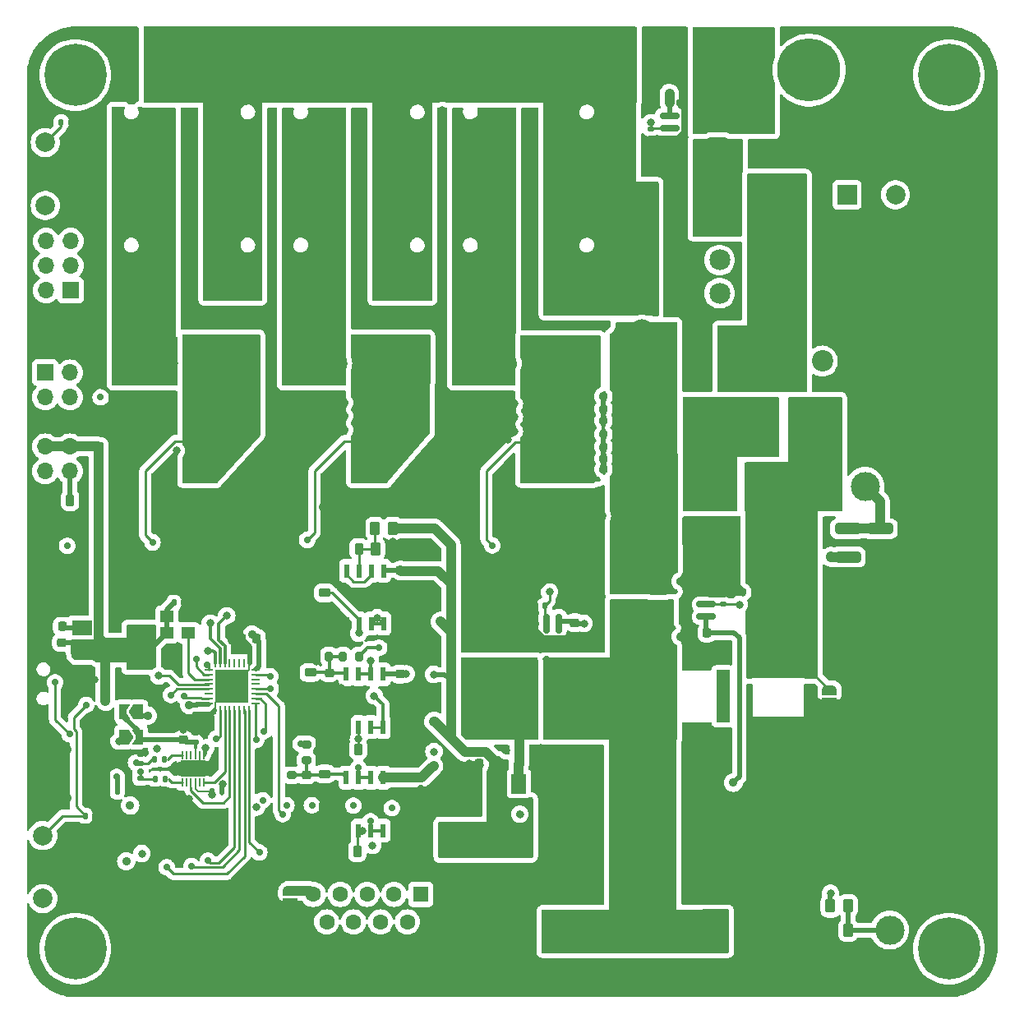
<source format=gbr>
%TF.GenerationSoftware,KiCad,Pcbnew,7.0.6*%
%TF.CreationDate,2024-02-06T00:02:57-07:00*%
%TF.ProjectId,Batt-Power-Prototype-2023_Lucy_V1,42617474-2d50-46f7-9765-722d50726f74,rev?*%
%TF.SameCoordinates,Original*%
%TF.FileFunction,Copper,L4,Bot*%
%TF.FilePolarity,Positive*%
%FSLAX46Y46*%
G04 Gerber Fmt 4.6, Leading zero omitted, Abs format (unit mm)*
G04 Created by KiCad (PCBNEW 7.0.6) date 2024-02-06 00:02:57*
%MOMM*%
%LPD*%
G01*
G04 APERTURE LIST*
G04 Aperture macros list*
%AMRoundRect*
0 Rectangle with rounded corners*
0 $1 Rounding radius*
0 $2 $3 $4 $5 $6 $7 $8 $9 X,Y pos of 4 corners*
0 Add a 4 corners polygon primitive as box body*
4,1,4,$2,$3,$4,$5,$6,$7,$8,$9,$2,$3,0*
0 Add four circle primitives for the rounded corners*
1,1,$1+$1,$2,$3*
1,1,$1+$1,$4,$5*
1,1,$1+$1,$6,$7*
1,1,$1+$1,$8,$9*
0 Add four rect primitives between the rounded corners*
20,1,$1+$1,$2,$3,$4,$5,0*
20,1,$1+$1,$4,$5,$6,$7,0*
20,1,$1+$1,$6,$7,$8,$9,0*
20,1,$1+$1,$8,$9,$2,$3,0*%
%AMFreePoly0*
4,1,6,1.000000,0.000000,0.500000,-0.750000,-0.500000,-0.750000,-0.500000,0.750000,0.500000,0.750000,1.000000,0.000000,1.000000,0.000000,$1*%
%AMFreePoly1*
4,1,6,0.500000,-0.750000,-0.650000,-0.750000,-0.150000,0.000000,-0.650000,0.750000,0.500000,0.750000,0.500000,-0.750000,0.500000,-0.750000,$1*%
%AMFreePoly2*
4,1,19,0.500000,-0.750000,0.000000,-0.750000,0.000000,-0.744911,-0.071157,-0.744911,-0.207708,-0.704816,-0.327430,-0.627875,-0.420627,-0.520320,-0.479746,-0.390866,-0.500000,-0.250000,-0.500000,0.250000,-0.479746,0.390866,-0.420627,0.520320,-0.327430,0.627875,-0.207708,0.704816,-0.071157,0.744911,0.000000,0.744911,0.000000,0.750000,0.500000,0.750000,0.500000,-0.750000,0.500000,-0.750000,
$1*%
%AMFreePoly3*
4,1,19,0.000000,0.744911,0.071157,0.744911,0.207708,0.704816,0.327430,0.627875,0.420627,0.520320,0.479746,0.390866,0.500000,0.250000,0.500000,-0.250000,0.479746,-0.390866,0.420627,-0.520320,0.327430,-0.627875,0.207708,-0.704816,0.071157,-0.744911,0.000000,-0.744911,0.000000,-0.750000,-0.500000,-0.750000,-0.500000,0.750000,0.000000,0.750000,0.000000,0.744911,0.000000,0.744911,
$1*%
G04 Aperture macros list end*
%TA.AperFunction,ComponentPad*%
%ADD10C,2.200000*%
%TD*%
%TA.AperFunction,ComponentPad*%
%ADD11C,2.000000*%
%TD*%
%TA.AperFunction,ComponentPad*%
%ADD12R,1.520000X1.520000*%
%TD*%
%TA.AperFunction,ComponentPad*%
%ADD13C,1.520000*%
%TD*%
%TA.AperFunction,ComponentPad*%
%ADD14C,6.500000*%
%TD*%
%TA.AperFunction,ComponentPad*%
%ADD15R,1.700000X1.700000*%
%TD*%
%TA.AperFunction,ComponentPad*%
%ADD16O,1.700000X1.700000*%
%TD*%
%TA.AperFunction,ComponentPad*%
%ADD17C,6.400000*%
%TD*%
%TA.AperFunction,ComponentPad*%
%ADD18C,2.159000*%
%TD*%
%TA.AperFunction,ComponentPad*%
%ADD19O,1.550000X0.890000*%
%TD*%
%TA.AperFunction,ComponentPad*%
%ADD20O,0.950000X1.250000*%
%TD*%
%TA.AperFunction,ComponentPad*%
%ADD21R,2.400000X2.400000*%
%TD*%
%TA.AperFunction,ComponentPad*%
%ADD22C,2.400000*%
%TD*%
%TA.AperFunction,ComponentPad*%
%ADD23RoundRect,0.750000X-0.750000X-0.750000X0.750000X-0.750000X0.750000X0.750000X-0.750000X0.750000X0*%
%TD*%
%TA.AperFunction,ComponentPad*%
%ADD24C,3.000000*%
%TD*%
%TA.AperFunction,ComponentPad*%
%ADD25C,4.000000*%
%TD*%
%TA.AperFunction,ComponentPad*%
%ADD26R,1.600000X1.600000*%
%TD*%
%TA.AperFunction,ComponentPad*%
%ADD27C,1.600000*%
%TD*%
%TA.AperFunction,ComponentPad*%
%ADD28R,2.000000X2.000000*%
%TD*%
%TA.AperFunction,SMDPad,CuDef*%
%ADD29FreePoly0,180.000000*%
%TD*%
%TA.AperFunction,SMDPad,CuDef*%
%ADD30FreePoly1,180.000000*%
%TD*%
%TA.AperFunction,SMDPad,CuDef*%
%ADD31RoundRect,0.225000X-0.250000X0.225000X-0.250000X-0.225000X0.250000X-0.225000X0.250000X0.225000X0*%
%TD*%
%TA.AperFunction,SMDPad,CuDef*%
%ADD32RoundRect,0.250000X1.075000X-0.312500X1.075000X0.312500X-1.075000X0.312500X-1.075000X-0.312500X0*%
%TD*%
%TA.AperFunction,SMDPad,CuDef*%
%ADD33RoundRect,0.225000X0.225000X0.250000X-0.225000X0.250000X-0.225000X-0.250000X0.225000X-0.250000X0*%
%TD*%
%TA.AperFunction,SMDPad,CuDef*%
%ADD34RoundRect,0.225000X-0.225000X-0.250000X0.225000X-0.250000X0.225000X0.250000X-0.225000X0.250000X0*%
%TD*%
%TA.AperFunction,SMDPad,CuDef*%
%ADD35RoundRect,0.225000X0.225000X0.375000X-0.225000X0.375000X-0.225000X-0.375000X0.225000X-0.375000X0*%
%TD*%
%TA.AperFunction,SMDPad,CuDef*%
%ADD36RoundRect,0.140000X-0.140000X-0.170000X0.140000X-0.170000X0.140000X0.170000X-0.140000X0.170000X0*%
%TD*%
%TA.AperFunction,SMDPad,CuDef*%
%ADD37R,5.400000X1.375600*%
%TD*%
%TA.AperFunction,SMDPad,CuDef*%
%ADD38R,0.558800X1.460500*%
%TD*%
%TA.AperFunction,SMDPad,CuDef*%
%ADD39RoundRect,0.150000X-0.825000X-0.150000X0.825000X-0.150000X0.825000X0.150000X-0.825000X0.150000X0*%
%TD*%
%TA.AperFunction,SMDPad,CuDef*%
%ADD40R,1.400000X1.200000*%
%TD*%
%TA.AperFunction,SMDPad,CuDef*%
%ADD41RoundRect,0.250000X-1.075000X0.312500X-1.075000X-0.312500X1.075000X-0.312500X1.075000X0.312500X0*%
%TD*%
%TA.AperFunction,SMDPad,CuDef*%
%ADD42R,1.500000X2.000000*%
%TD*%
%TA.AperFunction,SMDPad,CuDef*%
%ADD43R,3.800000X2.000000*%
%TD*%
%TA.AperFunction,SMDPad,CuDef*%
%ADD44RoundRect,0.250000X-0.262500X-0.450000X0.262500X-0.450000X0.262500X0.450000X-0.262500X0.450000X0*%
%TD*%
%TA.AperFunction,SMDPad,CuDef*%
%ADD45RoundRect,0.225000X0.250000X-0.225000X0.250000X0.225000X-0.250000X0.225000X-0.250000X-0.225000X0*%
%TD*%
%TA.AperFunction,SMDPad,CuDef*%
%ADD46RoundRect,0.140000X0.170000X-0.140000X0.170000X0.140000X-0.170000X0.140000X-0.170000X-0.140000X0*%
%TD*%
%TA.AperFunction,SMDPad,CuDef*%
%ADD47R,0.228600X0.812800*%
%TD*%
%TA.AperFunction,SMDPad,CuDef*%
%ADD48R,2.540000X1.651000*%
%TD*%
%TA.AperFunction,SMDPad,CuDef*%
%ADD49RoundRect,0.140000X0.140000X0.170000X-0.140000X0.170000X-0.140000X-0.170000X0.140000X-0.170000X0*%
%TD*%
%TA.AperFunction,SMDPad,CuDef*%
%ADD50FreePoly0,0.000000*%
%TD*%
%TA.AperFunction,SMDPad,CuDef*%
%ADD51FreePoly1,0.000000*%
%TD*%
%TA.AperFunction,SMDPad,CuDef*%
%ADD52RoundRect,0.150000X0.825000X0.150000X-0.825000X0.150000X-0.825000X-0.150000X0.825000X-0.150000X0*%
%TD*%
%TA.AperFunction,SMDPad,CuDef*%
%ADD53RoundRect,0.250000X0.262500X0.450000X-0.262500X0.450000X-0.262500X-0.450000X0.262500X-0.450000X0*%
%TD*%
%TA.AperFunction,SMDPad,CuDef*%
%ADD54RoundRect,0.140000X-0.170000X0.140000X-0.170000X-0.140000X0.170000X-0.140000X0.170000X0.140000X0*%
%TD*%
%TA.AperFunction,SMDPad,CuDef*%
%ADD55FreePoly2,270.000000*%
%TD*%
%TA.AperFunction,SMDPad,CuDef*%
%ADD56FreePoly3,270.000000*%
%TD*%
%TA.AperFunction,SMDPad,CuDef*%
%ADD57RoundRect,0.200000X0.200000X0.275000X-0.200000X0.275000X-0.200000X-0.275000X0.200000X-0.275000X0*%
%TD*%
%TA.AperFunction,SMDPad,CuDef*%
%ADD58R,1.375600X5.400000*%
%TD*%
%TA.AperFunction,SMDPad,CuDef*%
%ADD59FreePoly2,90.000000*%
%TD*%
%TA.AperFunction,SMDPad,CuDef*%
%ADD60FreePoly3,90.000000*%
%TD*%
%TA.AperFunction,SMDPad,CuDef*%
%ADD61RoundRect,0.200000X-0.275000X0.200000X-0.275000X-0.200000X0.275000X-0.200000X0.275000X0.200000X0*%
%TD*%
%TA.AperFunction,SMDPad,CuDef*%
%ADD62RoundRect,0.225000X-0.375000X0.225000X-0.375000X-0.225000X0.375000X-0.225000X0.375000X0.225000X0*%
%TD*%
%TA.AperFunction,SMDPad,CuDef*%
%ADD63RoundRect,0.135000X0.135000X0.185000X-0.135000X0.185000X-0.135000X-0.185000X0.135000X-0.185000X0*%
%TD*%
%TA.AperFunction,SMDPad,CuDef*%
%ADD64RoundRect,0.200000X0.275000X-0.200000X0.275000X0.200000X-0.275000X0.200000X-0.275000X-0.200000X0*%
%TD*%
%TA.AperFunction,SMDPad,CuDef*%
%ADD65RoundRect,0.225000X0.375000X-0.225000X0.375000X0.225000X-0.375000X0.225000X-0.375000X-0.225000X0*%
%TD*%
%TA.AperFunction,SMDPad,CuDef*%
%ADD66RoundRect,0.062500X-0.375000X-0.062500X0.375000X-0.062500X0.375000X0.062500X-0.375000X0.062500X0*%
%TD*%
%TA.AperFunction,SMDPad,CuDef*%
%ADD67RoundRect,0.062500X-0.062500X-0.375000X0.062500X-0.375000X0.062500X0.375000X-0.062500X0.375000X0*%
%TD*%
%TA.AperFunction,SMDPad,CuDef*%
%ADD68R,3.450000X3.450000*%
%TD*%
%TA.AperFunction,SMDPad,CuDef*%
%ADD69R,1.370000X2.720000*%
%TD*%
%TA.AperFunction,SMDPad,CuDef*%
%ADD70R,2.000000X1.500000*%
%TD*%
%TA.AperFunction,SMDPad,CuDef*%
%ADD71R,2.000000X3.800000*%
%TD*%
%TA.AperFunction,SMDPad,CuDef*%
%ADD72RoundRect,0.150000X0.150000X-0.825000X0.150000X0.825000X-0.150000X0.825000X-0.150000X-0.825000X0*%
%TD*%
%TA.AperFunction,ViaPad*%
%ADD73C,0.900000*%
%TD*%
%TA.AperFunction,ViaPad*%
%ADD74C,0.800000*%
%TD*%
%TA.AperFunction,ViaPad*%
%ADD75C,0.700000*%
%TD*%
%TA.AperFunction,Conductor*%
%ADD76C,0.250000*%
%TD*%
%TA.AperFunction,Conductor*%
%ADD77C,0.500000*%
%TD*%
%TA.AperFunction,Conductor*%
%ADD78C,1.000000*%
%TD*%
%TA.AperFunction,Conductor*%
%ADD79C,0.200000*%
%TD*%
%TA.AperFunction,Conductor*%
%ADD80C,2.000000*%
%TD*%
%TA.AperFunction,Conductor*%
%ADD81C,0.254000*%
%TD*%
%TA.AperFunction,Conductor*%
%ADD82C,0.300000*%
%TD*%
G04 APERTURE END LIST*
D10*
%TO.P,FL1,1,1*%
%TO.N,/Power/Battery_Terminal_2*%
X176947000Y-93472000D03*
%TO.P,FL1,2,2*%
%TO.N,Net-(D10-K)*%
X169247000Y-93472000D03*
%TO.P,FL1,3,3*%
%TO.N,/Power/DCDC_V_{in}*%
X169247000Y-98472000D03*
%TO.P,FL1,4,4*%
%TO.N,Net-(JP2-B)*%
X176947000Y-98472000D03*
%TD*%
D11*
%TO.P,SW3,1,1*%
%TO.N,GND*%
X101400000Y-70950000D03*
X101400000Y-77450000D03*
%TO.P,SW3,2,2*%
%TO.N,/GPIO1*%
X96900000Y-70950000D03*
X96900000Y-77450000D03*
%TD*%
%TO.P,SW1,1,1*%
%TO.N,GND*%
X101150000Y-142350000D03*
X101150000Y-148850000D03*
%TO.P,SW1,2,2*%
%TO.N,/NRST*%
X96650000Y-142350000D03*
X96650000Y-148850000D03*
%TD*%
D12*
%TO.P,J9,1,12V*%
%TO.N,/Power/outputs/12V_PCBs*%
X149692104Y-85468500D03*
D13*
%TO.P,J9,2,GND*%
%TO.N,GND*%
X146692105Y-85468500D03*
%TO.P,J9,3,5V*%
%TO.N,/Power/outputs/5V_3*%
X143692106Y-85468500D03*
%TO.P,J9,4,12V*%
%TO.N,/Power/outputs/12V_PCBs*%
X149692104Y-82468501D03*
%TO.P,J9,5,GND*%
%TO.N,GND*%
X146692105Y-82468501D03*
%TO.P,J9,6,5V*%
%TO.N,/Power/outputs/5V_3*%
X143692106Y-82468501D03*
%TD*%
D14*
%TO.P,J6,1,Pin_1*%
%TO.N,/Power/Battery_Terminal_1_Unsensed*%
X168631400Y-63500000D03*
%TO.P,J6,2,Pin_2*%
%TO.N,/Power/Battery_Terminal_2*%
X175581400Y-63500000D03*
%TD*%
D12*
%TO.P,J12,1,12V*%
%TO.N,/Power/outputs/12V_PCBs*%
X149695117Y-71751000D03*
D13*
%TO.P,J12,2,GND*%
%TO.N,GND*%
X146695118Y-71751000D03*
%TO.P,J12,3,5V*%
%TO.N,/Power/outputs/5V_3*%
X143695119Y-71751000D03*
%TO.P,J12,4,12V*%
%TO.N,/Power/outputs/12V_PCBs*%
X149695117Y-68751001D03*
%TO.P,J12,5,GND*%
%TO.N,GND*%
X146695118Y-68751001D03*
%TO.P,J12,6,5V*%
%TO.N,/Power/outputs/5V_3*%
X143695119Y-68751001D03*
%TD*%
D15*
%TO.P,J5,1,Pin_1*%
%TO.N,unconnected-(J5-Pin_1-Pad1)*%
X96900000Y-94650000D03*
D16*
%TO.P,J5,2,Pin_2*%
%TO.N,/DEBUG_SWCLK*%
X99440000Y-94650000D03*
%TO.P,J5,3,Pin_3*%
%TO.N,unconnected-(J5-Pin_3-Pad3)*%
X96900000Y-97190000D03*
%TO.P,J5,4,Pin_4*%
%TO.N,/DEBUG_SWDIO*%
X99440000Y-97190000D03*
%TO.P,J5,5,Pin_5*%
%TO.N,GND*%
X96900000Y-99730000D03*
%TO.P,J5,6,Pin_6*%
X99440000Y-99730000D03*
%TO.P,J5,7,Pin_7*%
%TO.N,+3V3*%
X96900000Y-102270000D03*
%TO.P,J5,8,Pin_8*%
X99440000Y-102270000D03*
%TO.P,J5,9,Pin_9*%
%TO.N,+5V*%
X96900000Y-104810000D03*
%TO.P,J5,10,Pin_10*%
X99440000Y-104810000D03*
%TD*%
D17*
%TO.P,H7,1,1*%
%TO.N,unconnected-(H7-Pad1)*%
X190000000Y-154000000D03*
%TD*%
D18*
%TO.P,F5,1*%
%TO.N,/Power/Battery_Terminal_1*%
X166366000Y-75188449D03*
%TO.P,F5,2*%
X166366000Y-78594450D03*
%TO.P,F5,3*%
%TO.N,Net-(D9-K)*%
X166366000Y-83064451D03*
%TO.P,F5,4*%
X166366000Y-86470453D03*
%TD*%
D15*
%TO.P,J1,1,Pin_1*%
%TO.N,unconnected-(J1-Pin_1-Pad1)*%
X99525000Y-86175000D03*
D16*
%TO.P,J1,2,Pin_2*%
%TO.N,unconnected-(J1-Pin_2-Pad2)*%
X96985000Y-86175000D03*
%TO.P,J1,3,Pin_3*%
%TO.N,unconnected-(J1-Pin_3-Pad3)*%
X99525000Y-83635000D03*
%TO.P,J1,4,Pin_4*%
%TO.N,unconnected-(J1-Pin_4-Pad4)*%
X96985000Y-83635000D03*
%TO.P,J1,5,Pin_5*%
%TO.N,unconnected-(J1-Pin_5-Pad5)*%
X99525000Y-81095000D03*
%TO.P,J1,6,Pin_6*%
%TO.N,/GPIO1*%
X96985000Y-81095000D03*
%TD*%
D18*
%TO.P,F2,1*%
%TO.N,/Power/5V_2*%
X134819504Y-93726000D03*
%TO.P,F2,2*%
X131413503Y-93726000D03*
%TO.P,F2,3*%
%TO.N,/Power/outputs/5V_2*%
X126943502Y-93726000D03*
%TO.P,F2,4*%
X123537500Y-93726000D03*
%TD*%
D17*
%TO.P,H6,1,1*%
%TO.N,unconnected-(H6-Pad1)*%
X190000000Y-64000000D03*
%TD*%
D19*
%TO.P,J2,6,Shield*%
%TO.N,GND*%
X96433000Y-132450000D03*
D20*
X99133000Y-133450000D03*
X99133000Y-138450000D03*
D19*
X96433000Y-139450000D03*
%TD*%
D17*
%TO.P,H5,1,1*%
%TO.N,unconnected-(H5-Pad1)*%
X100000000Y-64000000D03*
%TD*%
D12*
%TO.P,J11,1,12V*%
%TO.N,/Power/outputs/12V_PCBs*%
X132231110Y-71751000D03*
D13*
%TO.P,J11,2,GND*%
%TO.N,GND*%
X129231111Y-71751000D03*
%TO.P,J11,3,5V*%
%TO.N,/Power/outputs/5V_2*%
X126231112Y-71751000D03*
%TO.P,J11,4,12V*%
%TO.N,/Power/outputs/12V_PCBs*%
X132231110Y-68751001D03*
%TO.P,J11,5,GND*%
%TO.N,GND*%
X129231111Y-68751001D03*
%TO.P,J11,6,5V*%
%TO.N,/Power/outputs/5V_2*%
X126231112Y-68751001D03*
%TD*%
D18*
%TO.P,F1,1*%
%TO.N,/Power/5V_1*%
X117357004Y-93726000D03*
%TO.P,F1,2*%
X113951003Y-93726000D03*
%TO.P,F1,3*%
%TO.N,/Power/outputs/5V_1*%
X109481002Y-93726000D03*
%TO.P,F1,4*%
X106075000Y-93726000D03*
%TD*%
D12*
%TO.P,J8,1,12V*%
%TO.N,/Power/outputs/12V_PCBs*%
X132229604Y-85450000D03*
D13*
%TO.P,J8,2,GND*%
%TO.N,GND*%
X129229605Y-85450000D03*
%TO.P,J8,3,5V*%
%TO.N,/Power/outputs/5V_2*%
X126229606Y-85450000D03*
%TO.P,J8,4,12V*%
%TO.N,/Power/outputs/12V_PCBs*%
X132229604Y-82450001D03*
%TO.P,J8,5,GND*%
%TO.N,GND*%
X129229605Y-82450001D03*
%TO.P,J8,6,5V*%
%TO.N,/Power/outputs/5V_2*%
X126229606Y-82450001D03*
%TD*%
D17*
%TO.P,H8,1,1*%
%TO.N,unconnected-(H8-Pad1)*%
X100000000Y-154000000D03*
%TD*%
D13*
%TO.P,J7,6,5V*%
%TO.N,/Power/outputs/5V_1*%
X108767106Y-82450501D03*
%TO.P,J7,5,GND*%
%TO.N,GND*%
X111767105Y-82450501D03*
%TO.P,J7,4,12V*%
%TO.N,/Power/outputs/12V_PCBs*%
X114767104Y-82450501D03*
%TO.P,J7,3,5V*%
%TO.N,/Power/outputs/5V_1*%
X108767106Y-85450500D03*
%TO.P,J7,2,GND*%
%TO.N,GND*%
X111767105Y-85450500D03*
D12*
%TO.P,J7,1,12V*%
%TO.N,/Power/outputs/12V_PCBs*%
X114767104Y-85450500D03*
%TD*%
D21*
%TO.P,C24,1*%
%TO.N,/Power/12V_Unsensed*%
X153000000Y-152323959D03*
D22*
%TO.P,C24,2*%
%TO.N,GND*%
X153000000Y-147323959D03*
%TD*%
D23*
%TO.P,U7,1,+VIN*%
%TO.N,/Power/DCDC_V_{in}*%
X166112000Y-106375200D03*
D24*
%TO.P,U7,2,-VIN*%
%TO.N,Net-(JP2-B)*%
X171192000Y-106375200D03*
%TO.P,U7,3,CTRL*%
%TO.N,/Power/DCDC_CTRL*%
X181352000Y-106375200D03*
%TO.P,U7,4,Trim*%
%TO.N,Net-(U7-Trim)*%
X183892000Y-152095200D03*
%TO.P,U7,5,-VOUT*%
%TO.N,GND*%
X173732000Y-152095200D03*
%TO.P,U7,6,+VOUT*%
%TO.N,/Power/12V_Unsensed*%
X163572000Y-152095200D03*
%TD*%
D25*
%TO.P,J4,0,PAD*%
%TO.N,GND*%
X117550000Y-149820000D03*
X142550000Y-149820000D03*
D26*
%TO.P,J4,1,1*%
%TO.N,unconnected-(J4-Pad1)*%
X135590000Y-148400000D03*
D27*
%TO.P,J4,2,2*%
%TO.N,/CAN_L*%
X132820000Y-148400000D03*
%TO.P,J4,3,3*%
%TO.N,unconnected-(J4-Pad3)*%
X130050000Y-148400000D03*
%TO.P,J4,4,4*%
%TO.N,unconnected-(J4-Pad4)*%
X127280000Y-148400000D03*
%TO.P,J4,5,5*%
%TO.N,Net-(JP1-A)*%
X124510000Y-148400000D03*
%TO.P,J4,6,6*%
%TO.N,unconnected-(J4-Pad6)*%
X134205000Y-151240000D03*
%TO.P,J4,7,7*%
%TO.N,/CAN_H*%
X131435000Y-151240000D03*
%TO.P,J4,8,8*%
%TO.N,unconnected-(J4-Pad8)*%
X128665000Y-151240000D03*
%TO.P,J4,9,9*%
%TO.N,unconnected-(J4-Pad9)*%
X125895000Y-151240000D03*
%TD*%
D12*
%TO.P,J10,1,12V*%
%TO.N,/Power/outputs/12V_PCBs*%
X114767104Y-71751000D03*
D13*
%TO.P,J10,2,GND*%
%TO.N,GND*%
X111767105Y-71751000D03*
%TO.P,J10,3,5V*%
%TO.N,/Power/outputs/5V_1*%
X108767106Y-71751000D03*
%TO.P,J10,4,12V*%
%TO.N,/Power/outputs/12V_PCBs*%
X114767104Y-68751001D03*
%TO.P,J10,5,GND*%
%TO.N,GND*%
X111767105Y-68751001D03*
%TO.P,J10,6,5V*%
%TO.N,/Power/outputs/5V_1*%
X108767106Y-68751001D03*
%TD*%
D28*
%TO.P,C19,1*%
%TO.N,Net-(D10-K)*%
X179492323Y-76327000D03*
D11*
%TO.P,C19,2*%
%TO.N,/Power/Battery_Terminal_2*%
X184492323Y-76327000D03*
%TD*%
D18*
%TO.P,F4,1*%
%TO.N,/Power/12V_PCBs*%
X158365500Y-93656001D03*
%TO.P,F4,2*%
X158365500Y-90250000D03*
%TO.P,F4,3*%
%TO.N,/Power/outputs/12V_PCBs*%
X158365500Y-85779999D03*
%TO.P,F4,4*%
X158365500Y-82373997D03*
%TD*%
%TO.P,F3,1*%
%TO.N,/Power/5V_3*%
X152282004Y-93726000D03*
%TO.P,F3,2*%
X148876003Y-93726000D03*
%TO.P,F3,3*%
%TO.N,/Power/outputs/5V_3*%
X144406002Y-93726000D03*
%TO.P,F3,4*%
X141000000Y-93726000D03*
%TD*%
D29*
%TO.P,JP3,1,A*%
%TO.N,+5V*%
X106500000Y-129600000D03*
D30*
%TO.P,JP3,2,B*%
%TO.N,Net-(JP3-B)*%
X105050000Y-129600000D03*
%TD*%
D31*
%TO.P,C43,1*%
%TO.N,Net-(D17-K)*%
X123800000Y-136125000D03*
%TO.P,C43,2*%
%TO.N,GND*%
X123800000Y-137675000D03*
%TD*%
D32*
%TO.P,R10,1*%
%TO.N,/Power/DCDC_V_{in}*%
X179600000Y-113662500D03*
%TO.P,R10,2*%
%TO.N,/Power/DCDC_CTRL*%
X179600000Y-110737500D03*
%TD*%
D33*
%TO.P,C18,1*%
%TO.N,+5V*%
X98642500Y-120800500D03*
%TO.P,C18,2*%
%TO.N,GND*%
X97092500Y-120800500D03*
%TD*%
D34*
%TO.P,C23,1*%
%TO.N,/Power/12V_Buck*%
X145725000Y-135000000D03*
%TO.P,C23,2*%
%TO.N,GND*%
X147275000Y-135000000D03*
%TD*%
D35*
%TO.P,D19,1,K*%
%TO.N,Net-(D19-K)*%
X129050000Y-144000000D03*
%TO.P,D19,2,A*%
%TO.N,GND*%
X125750000Y-144000000D03*
%TD*%
D36*
%TO.P,C11,1*%
%TO.N,GND*%
X103370000Y-137800000D03*
%TO.P,C11,2*%
%TO.N,VBUS_UP*%
X104330000Y-137800000D03*
%TD*%
D37*
%TO.P,C22,1*%
%TO.N,Net-(JP2-B)*%
X172400000Y-125382200D03*
%TO.P,C22,2*%
%TO.N,GND*%
X172400000Y-130817800D03*
%TD*%
D38*
%TO.P,U14,1*%
%TO.N,/Battery_Curr*%
X131705000Y-141824150D03*
%TO.P,U14,2,-*%
X130435000Y-141824150D03*
%TO.P,U14,3,+*%
%TO.N,Net-(D19-K)*%
X129165000Y-141824150D03*
%TO.P,U14,4,V-*%
%TO.N,GND*%
X127895000Y-141824150D03*
%TO.P,U14,5,+*%
%TO.N,Net-(D17-K)*%
X127895000Y-136375850D03*
%TO.P,U14,6,-*%
%TO.N,/ADC_Battery_Voltage*%
X129165000Y-136375850D03*
%TO.P,U14,7*%
X130435000Y-136375850D03*
%TO.P,U14,8,V+*%
%TO.N,+5V*%
X131705000Y-136375850D03*
%TD*%
D39*
%TO.P,U11,1,IP+*%
%TO.N,/Power/12V_Unsensed*%
X160050000Y-119810000D03*
%TO.P,U11,2,IP+*%
X160050000Y-118540000D03*
%TO.P,U11,3,IP-*%
%TO.N,/Power/12V_PCBs*%
X160050000Y-117270000D03*
%TO.P,U11,4,IP-*%
X160050000Y-116000000D03*
%TO.P,U11,5,GND*%
%TO.N,GND*%
X165000000Y-116000000D03*
%TO.P,U11,6,BW_SEL*%
X165000000Y-117270000D03*
%TO.P,U11,7,VIOUT*%
%TO.N,Net-(D18-K)*%
X165000000Y-118540000D03*
%TO.P,U11,8,VCC*%
%TO.N,+5V*%
X165000000Y-119810000D03*
%TD*%
D40*
%TO.P,U1,1,~{ST}*%
%TO.N,+3V3*%
X109450000Y-119750000D03*
%TO.P,U1,2,GND*%
%TO.N,GND*%
X111650000Y-119750000D03*
%TO.P,U1,3,OUT*%
%TO.N,/XCLK*%
X111650000Y-121450000D03*
%TO.P,U1,4,VCC*%
%TO.N,+3V3*%
X109450000Y-121450000D03*
%TD*%
D41*
%TO.P,R11,1*%
%TO.N,/Power/DCDC_CTRL*%
X182900000Y-110737500D03*
%TO.P,R11,2*%
%TO.N,GND*%
X182900000Y-113662500D03*
%TD*%
D35*
%TO.P,D7,1,K*%
%TO.N,+5V*%
X99450000Y-107800000D03*
%TO.P,D7,2,A*%
%TO.N,GND*%
X96150000Y-107800000D03*
%TD*%
D38*
%TO.P,U15,1*%
%TO.N,/12V_Current_Buck*%
X131755000Y-120524150D03*
%TO.P,U15,2,-*%
X130485000Y-120524150D03*
%TO.P,U15,3,+*%
%TO.N,Net-(D21-K)*%
X129215000Y-120524150D03*
%TO.P,U15,4,V-*%
%TO.N,GND*%
X127945000Y-120524150D03*
%TO.P,U15,5,+*%
%TO.N,Net-(U15B-+)*%
X127945000Y-115075850D03*
%TO.P,U15,6,-*%
%TO.N,/Power/Current & Voltage Senseing/u11_unused*%
X129215000Y-115075850D03*
%TO.P,U15,7*%
%TO.N,Net-(U15B-+)*%
X130485000Y-115075850D03*
%TO.P,U15,8,V+*%
%TO.N,+5V*%
X131755000Y-115075850D03*
%TD*%
%TO.P,U13,1*%
%TO.N,/12V_Current_Out*%
X131705000Y-131174150D03*
%TO.P,U13,2,-*%
X130435000Y-131174150D03*
%TO.P,U13,3,+*%
%TO.N,Net-(D18-K)*%
X129165000Y-131174150D03*
%TO.P,U13,4,V-*%
%TO.N,GND*%
X127895000Y-131174150D03*
%TO.P,U13,5,+*%
%TO.N,Net-(D16-K)*%
X127895000Y-125725850D03*
%TO.P,U13,6,-*%
%TO.N,/ADC_12V_Voltage_Out*%
X129165000Y-125725850D03*
%TO.P,U13,7*%
X130435000Y-125725850D03*
%TO.P,U13,8,V+*%
%TO.N,+5V*%
X131705000Y-125725850D03*
%TD*%
D42*
%TO.P,U6,1,GND*%
%TO.N,GND*%
X141100000Y-137000000D03*
%TO.P,U6,2,VO*%
%TO.N,+5V*%
X143400000Y-137000000D03*
D43*
X143400000Y-143300000D03*
D42*
%TO.P,U6,3,VI*%
%TO.N,/Power/12V_Buck*%
X145700000Y-137000000D03*
%TD*%
D44*
%TO.P,R30,1*%
%TO.N,/Power/Current & Voltage Senseing/u11_unused*%
X130900000Y-112800000D03*
%TO.P,R30,2*%
%TO.N,GND*%
X132725000Y-112800000D03*
%TD*%
D45*
%TO.P,C46,1*%
%TO.N,GND*%
X151451000Y-121972000D03*
%TO.P,C46,2*%
%TO.N,+5V*%
X151451000Y-120422000D03*
%TD*%
D31*
%TO.P,C42,1*%
%TO.N,Net-(D16-K)*%
X126150000Y-125575000D03*
%TO.P,C42,2*%
%TO.N,GND*%
X126150000Y-127125000D03*
%TD*%
D46*
%TO.P,C7,1*%
%TO.N,Net-(JP3-B)*%
X112350000Y-132730000D03*
%TO.P,C7,2*%
%TO.N,GND*%
X112350000Y-131770000D03*
%TD*%
D44*
%TO.P,R13,1*%
%TO.N,/Power/12V_Unsensed*%
X177787500Y-149600000D03*
%TO.P,R13,2*%
%TO.N,Net-(U7-Trim)*%
X179612500Y-149600000D03*
%TD*%
D47*
%TO.P,U2,1,USBDM*%
%TO.N,Net-(U2-USBDM)*%
X110999997Y-134056000D03*
%TO.P,U2,2,RESET#*%
%TO.N,unconnected-(U2-RESET#-Pad2)*%
X111449999Y-134056000D03*
%TO.P,U2,3,3.3VOUT*%
%TO.N,unconnected-(U2-3.3VOUT-Pad3)*%
X111899998Y-134056000D03*
%TO.P,U2,4,VCC*%
%TO.N,Net-(JP3-B)*%
X112350000Y-134056000D03*
%TO.P,U2,5,GND*%
%TO.N,GND*%
X112799999Y-134056000D03*
%TO.P,U2,6,CBUS0*%
%TO.N,Net-(U2-CBUS0)*%
X113249998Y-134056000D03*
%TO.P,U2,7,TXD*%
%TO.N,/UART_RX*%
X113250001Y-136850000D03*
%TO.P,U2,8,RTS#*%
%TO.N,unconnected-(U2-RTS#-Pad8)*%
X112799999Y-136850000D03*
%TO.P,U2,9,VCCIO*%
%TO.N,+3V3*%
X112350000Y-136850000D03*
%TO.P,U2,10,RXD*%
%TO.N,/UART_TX*%
X111899998Y-136850000D03*
%TO.P,U2,11,CTS#*%
%TO.N,unconnected-(U2-CTS#-Pad11)*%
X111449999Y-136850000D03*
%TO.P,U2,12,USBDP*%
%TO.N,Net-(U2-USBDP)*%
X111000000Y-136850000D03*
D48*
%TO.P,U2,13,GND*%
%TO.N,GND*%
X112124999Y-135453000D03*
%TD*%
D49*
%TO.P,C48,1*%
%TO.N,Net-(D21-K)*%
X148375000Y-118657000D03*
%TO.P,C48,2*%
%TO.N,GND*%
X147415000Y-118657000D03*
%TD*%
D50*
%TO.P,JP4,1,A*%
%TO.N,VBUS_UP*%
X105025000Y-132200000D03*
D51*
%TO.P,JP4,2,B*%
%TO.N,Net-(JP3-B)*%
X106475000Y-132200000D03*
%TD*%
D52*
%TO.P,U12,1,IP+*%
%TO.N,/Power/Battery_Terminal_1_Unsensed*%
X166174000Y-68199000D03*
%TO.P,U12,2,IP+*%
X166174000Y-69469000D03*
%TO.P,U12,3,IP-*%
%TO.N,/Power/Battery_Terminal_1*%
X166174000Y-70739000D03*
%TO.P,U12,4,IP-*%
X166174000Y-72009000D03*
%TO.P,U12,5,GND*%
%TO.N,GND*%
X161224000Y-72009000D03*
%TO.P,U12,6,BW_SEL*%
X161224000Y-70739000D03*
%TO.P,U12,7,VIOUT*%
%TO.N,Net-(D19-K)*%
X161224000Y-69469000D03*
%TO.P,U12,8,VCC*%
%TO.N,+5V*%
X161224000Y-68199000D03*
%TD*%
D53*
%TO.P,R29,1*%
%TO.N,+5V*%
X132712500Y-110700000D03*
%TO.P,R29,2*%
%TO.N,/Power/Current & Voltage Senseing/u11_unused*%
X130887500Y-110700000D03*
%TD*%
D33*
%TO.P,C3,1*%
%TO.N,+3V3*%
X118662000Y-122071500D03*
%TO.P,C3,2*%
%TO.N,GND*%
X117112000Y-122071500D03*
%TD*%
D54*
%TO.P,C45,1*%
%TO.N,Net-(D19-K)*%
X159254000Y-69525000D03*
%TO.P,C45,2*%
%TO.N,GND*%
X159254000Y-70485000D03*
%TD*%
D31*
%TO.P,C49,1*%
%TO.N,+5V*%
X133500000Y-136325000D03*
%TO.P,C49,2*%
%TO.N,GND*%
X133500000Y-137875000D03*
%TD*%
D35*
%TO.P,D20,1,K*%
%TO.N,/Power/Current & Voltage Senseing/u11_unused*%
X129200000Y-112800000D03*
%TO.P,D20,2,A*%
%TO.N,GND*%
X125900000Y-112800000D03*
%TD*%
D49*
%TO.P,C6,1*%
%TO.N,+3V3*%
X118916000Y-123341500D03*
%TO.P,C6,2*%
%TO.N,GND*%
X117956000Y-123341500D03*
%TD*%
%TO.P,C55,1*%
%TO.N,GND*%
X99500000Y-68850000D03*
%TO.P,C55,2*%
%TO.N,/GPIO1*%
X98540000Y-68850000D03*
%TD*%
D54*
%TO.P,C4,1*%
%TO.N,+3V3*%
X112400000Y-128920000D03*
%TO.P,C4,2*%
%TO.N,GND*%
X112400000Y-129880000D03*
%TD*%
D55*
%TO.P,JP1,1,A*%
%TO.N,Net-(JP1-A)*%
X122150000Y-148050000D03*
D56*
%TO.P,JP1,2,B*%
%TO.N,GND*%
X122150000Y-149350000D03*
%TD*%
D57*
%TO.P,R27,1*%
%TO.N,Net-(D16-K)*%
X126125000Y-123900000D03*
%TO.P,R27,2*%
%TO.N,GND*%
X124475000Y-123900000D03*
%TD*%
D45*
%TO.P,C5,1*%
%TO.N,Net-(JP3-B)*%
X111100000Y-132475000D03*
%TO.P,C5,2*%
%TO.N,GND*%
X111100000Y-130925000D03*
%TD*%
D46*
%TO.P,C44,1*%
%TO.N,Net-(D18-K)*%
X166703000Y-118512000D03*
%TO.P,C44,2*%
%TO.N,GND*%
X166703000Y-117552000D03*
%TD*%
D54*
%TO.P,C10,1*%
%TO.N,GND*%
X106700000Y-133970000D03*
%TO.P,C10,2*%
%TO.N,Net-(C10-Pad2)*%
X106700000Y-134930000D03*
%TD*%
D58*
%TO.P,C21,1*%
%TO.N,/Power/DCDC_V_{in}*%
X166717800Y-128000000D03*
%TO.P,C21,2*%
%TO.N,/Power/12V_Unsensed*%
X161282200Y-128000000D03*
%TD*%
D49*
%TO.P,C41,1*%
%TO.N,GND*%
X162180000Y-66850000D03*
%TO.P,C41,2*%
%TO.N,+5V*%
X161220000Y-66850000D03*
%TD*%
D59*
%TO.P,JP2,1,A*%
%TO.N,GND*%
X177700000Y-128650000D03*
D60*
%TO.P,JP2,2,B*%
%TO.N,Net-(JP2-B)*%
X177700000Y-127350000D03*
%TD*%
D53*
%TO.P,R14,1*%
%TO.N,Net-(U7-Trim)*%
X179612500Y-152100000D03*
%TO.P,R14,2*%
%TO.N,GND*%
X177787500Y-152100000D03*
%TD*%
D33*
%TO.P,C40,1*%
%TO.N,+5V*%
X165065000Y-121461000D03*
%TO.P,C40,2*%
%TO.N,GND*%
X163515000Y-121461000D03*
%TD*%
D35*
%TO.P,D18,1,K*%
%TO.N,Net-(D18-K)*%
X129150000Y-133450000D03*
%TO.P,D18,2,A*%
%TO.N,GND*%
X125850000Y-133450000D03*
%TD*%
D61*
%TO.P,R26,1*%
%TO.N,/Power/Battery_Terminal_1_Unsensed*%
X123800000Y-132950000D03*
%TO.P,R26,2*%
%TO.N,Net-(D17-K)*%
X123800000Y-134600000D03*
%TD*%
D62*
%TO.P,D16,1,K*%
%TO.N,Net-(D16-K)*%
X124200000Y-125550000D03*
%TO.P,D16,2,A*%
%TO.N,GND*%
X124200000Y-128850000D03*
%TD*%
D31*
%TO.P,C17,1*%
%TO.N,+3V3*%
X98586500Y-122436500D03*
%TO.P,C17,2*%
%TO.N,GND*%
X98586500Y-123986500D03*
%TD*%
D46*
%TO.P,C9,1*%
%TO.N,GND*%
X106700000Y-137430000D03*
%TO.P,C9,2*%
%TO.N,Net-(C9-Pad2)*%
X106700000Y-136470000D03*
%TD*%
D49*
%TO.P,C2,1*%
%TO.N,GND*%
X101980000Y-140300000D03*
%TO.P,C2,2*%
%TO.N,/NRST*%
X101020000Y-140300000D03*
%TD*%
D62*
%TO.P,D21,1,K*%
%TO.N,Net-(D21-K)*%
X125700000Y-117350000D03*
%TO.P,D21,2,A*%
%TO.N,GND*%
X125700000Y-120650000D03*
%TD*%
D49*
%TO.P,C8,1*%
%TO.N,GND*%
X111130000Y-118350000D03*
%TO.P,C8,2*%
%TO.N,+3V3*%
X110170000Y-118350000D03*
%TD*%
D63*
%TO.P,R4,1*%
%TO.N,Net-(U2-USBDM)*%
X109210000Y-134500000D03*
%TO.P,R4,2*%
%TO.N,Net-(C10-Pad2)*%
X108190000Y-134500000D03*
%TD*%
D64*
%TO.P,R28,1*%
%TO.N,Net-(D17-K)*%
X122300000Y-136125000D03*
%TO.P,R28,2*%
%TO.N,GND*%
X122300000Y-134475000D03*
%TD*%
D62*
%TO.P,D17,1,K*%
%TO.N,Net-(D17-K)*%
X125700000Y-136000000D03*
%TO.P,D17,2,A*%
%TO.N,GND*%
X125700000Y-139300000D03*
%TD*%
D65*
%TO.P,D6,1,K*%
%TO.N,+3V3*%
X102300000Y-102250000D03*
%TO.P,D6,2,A*%
%TO.N,GND*%
X102300000Y-98950000D03*
%TD*%
D33*
%TO.P,C20,1*%
%TO.N,+5V*%
X143175000Y-134900000D03*
%TO.P,C20,2*%
%TO.N,GND*%
X141625000Y-134900000D03*
%TD*%
D36*
%TO.P,C1,1*%
%TO.N,+3V3*%
X114120000Y-137800000D03*
%TO.P,C1,2*%
%TO.N,GND*%
X115080000Y-137800000D03*
%TD*%
D66*
%TO.P,U3,1,VDD*%
%TO.N,+3V3*%
X113712500Y-128750000D03*
%TO.P,U3,2,PC14*%
%TO.N,/GPIO1*%
X113712500Y-128250000D03*
%TO.P,U3,3,PC15*%
%TO.N,unconnected-(U3-PC15-Pad3)*%
X113712500Y-127750000D03*
%TO.P,U3,4,NRST*%
%TO.N,/NRST*%
X113712500Y-127250000D03*
%TO.P,U3,5,VDDA*%
%TO.N,+3.3VA*%
X113712500Y-126750000D03*
%TO.P,U3,6,PA0*%
%TO.N,/XCLK*%
X113712500Y-126250000D03*
%TO.P,U3,7,PA1*%
%TO.N,/ADC_Battery_Voltage*%
X113712500Y-125750000D03*
%TO.P,U3,8,PA2*%
%TO.N,/Battery_Curr*%
X113712500Y-125250000D03*
D67*
%TO.P,U3,9,PA3*%
%TO.N,/12V_Current_Out*%
X114400000Y-124562500D03*
%TO.P,U3,10,PA4*%
%TO.N,/ADC_12V_Voltage_Out*%
X114900000Y-124562500D03*
%TO.P,U3,11,PA5*%
%TO.N,/12V_Current_Buck*%
X115400000Y-124562500D03*
%TO.P,U3,12,PA6*%
%TO.N,unconnected-(U3-PA6-Pad12)*%
X115900000Y-124562500D03*
%TO.P,U3,13,PA7*%
%TO.N,unconnected-(U3-PA7-Pad13)*%
X116400000Y-124562500D03*
%TO.P,U3,14,PB0*%
%TO.N,unconnected-(U3-PB0-Pad14)*%
X116900000Y-124562500D03*
%TO.P,U3,15,PB1*%
%TO.N,unconnected-(U3-PB1-Pad15)*%
X117400000Y-124562500D03*
%TO.P,U3,16,VSS*%
%TO.N,GND*%
X117900000Y-124562500D03*
D66*
%TO.P,U3,17,VDD*%
%TO.N,+3V3*%
X118587500Y-125250000D03*
%TO.P,U3,18,PA8*%
%TO.N,Net-(U3-PA8)*%
X118587500Y-125750000D03*
%TO.P,U3,19,PA9*%
%TO.N,unconnected-(U3-PA9-Pad19)*%
X118587500Y-126250000D03*
%TO.P,U3,20,PA10*%
%TO.N,unconnected-(U3-PA10-Pad20)*%
X118587500Y-126750000D03*
%TO.P,U3,21,PA11*%
%TO.N,/CAN_RX*%
X118587500Y-127250000D03*
%TO.P,U3,22,PA12*%
%TO.N,/CAN_TX*%
X118587500Y-127750000D03*
%TO.P,U3,23,PA13*%
%TO.N,/DEBUG_SWDIO*%
X118587500Y-128250000D03*
%TO.P,U3,24,PA14*%
%TO.N,/DEBUG_SWCLK*%
X118587500Y-128750000D03*
D67*
%TO.P,U3,25,PA15*%
%TO.N,/CAN_STBY*%
X117900000Y-129437500D03*
%TO.P,U3,26,PB3*%
%TO.N,/GPLED1*%
X117400000Y-129437500D03*
%TO.P,U3,27,PB4*%
%TO.N,/GPLED2*%
X116900000Y-129437500D03*
%TO.P,U3,28,PB5*%
%TO.N,/GPLED3*%
X116400000Y-129437500D03*
%TO.P,U3,29,PB6*%
%TO.N,/UART_TX*%
X115900000Y-129437500D03*
%TO.P,U3,30,PB7*%
%TO.N,/UART_RX*%
X115400000Y-129437500D03*
%TO.P,U3,31,PH3*%
%TO.N,/BOOT0*%
X114900000Y-129437500D03*
%TO.P,U3,32,VSS*%
%TO.N,GND*%
X114400000Y-129437500D03*
D68*
%TO.P,U3,33,VSS*%
X116150000Y-127000000D03*
%TD*%
D69*
%TO.P,C54,1*%
%TO.N,/Power/DCDC_V_{in}*%
X171458000Y-101900000D03*
%TO.P,C54,2*%
%TO.N,Net-(JP2-B)*%
X174300000Y-101900000D03*
%TD*%
D57*
%TO.P,R25,1*%
%TO.N,/Power/12V_Unsensed*%
X129225000Y-123900000D03*
%TO.P,R25,2*%
%TO.N,Net-(D16-K)*%
X127575000Y-123900000D03*
%TD*%
D63*
%TO.P,R3,1*%
%TO.N,Net-(U2-USBDP)*%
X109260000Y-136500000D03*
%TO.P,R3,2*%
%TO.N,Net-(C9-Pad2)*%
X108240000Y-136500000D03*
%TD*%
D31*
%TO.P,C50,1*%
%TO.N,+5V*%
X133500000Y-115025000D03*
%TO.P,C50,2*%
%TO.N,GND*%
X133500000Y-116575000D03*
%TD*%
D70*
%TO.P,U5,1,GND*%
%TO.N,GND*%
X100686500Y-125513500D03*
%TO.P,U5,2,VO*%
%TO.N,+3V3*%
X100686500Y-123213500D03*
D71*
X106986500Y-123213500D03*
D70*
%TO.P,U5,3,VI*%
%TO.N,+5V*%
X100686500Y-120913500D03*
%TD*%
D31*
%TO.P,C47,1*%
%TO.N,+5V*%
X133450000Y-125725000D03*
%TO.P,C47,2*%
%TO.N,GND*%
X133450000Y-127275000D03*
%TD*%
D72*
%TO.P,U16,1,IP+*%
%TO.N,/Power/12V_Unsensed*%
X149800000Y-125450000D03*
%TO.P,U16,2,IP+*%
X148530000Y-125450000D03*
%TO.P,U16,3,IP-*%
%TO.N,/Power/12V_Buck*%
X147260000Y-125450000D03*
%TO.P,U16,4,IP-*%
X145990000Y-125450000D03*
%TO.P,U16,5,GND*%
%TO.N,GND*%
X145990000Y-120500000D03*
%TO.P,U16,6,BW_SEL*%
X147260000Y-120500000D03*
%TO.P,U16,7,VIOUT*%
%TO.N,Net-(D21-K)*%
X148530000Y-120500000D03*
%TO.P,U16,8,VCC*%
%TO.N,+5V*%
X149800000Y-120500000D03*
%TD*%
D73*
%TO.N,GND*%
X129250000Y-80850000D03*
X129250000Y-73350000D03*
X129250000Y-75650000D03*
X129250000Y-78350000D03*
X146750000Y-75750000D03*
X146750000Y-78450000D03*
X146750000Y-80950000D03*
X146750000Y-73450000D03*
X152400000Y-89750000D03*
X149700000Y-89750000D03*
X147200000Y-89750000D03*
X154700000Y-89750000D03*
X129150000Y-89100000D03*
X134350000Y-89100000D03*
X131650000Y-89100000D03*
X136650000Y-89100000D03*
X114400000Y-89100000D03*
X119400000Y-89100000D03*
X111900000Y-89100000D03*
X117100000Y-89100000D03*
X111750000Y-78600000D03*
X111750000Y-73400000D03*
X111750000Y-75900000D03*
X111750000Y-80900000D03*
D74*
X132700000Y-112025500D03*
X125750000Y-112400000D03*
D73*
%TO.N,+3V3*%
X105649500Y-139250000D03*
X106986500Y-123213500D03*
X103100000Y-128500000D03*
X118194814Y-121651477D03*
D74*
X118669185Y-139409667D03*
X130606183Y-143372234D03*
D73*
X103550000Y-123150000D03*
D74*
X114100000Y-138165500D03*
D73*
X111750000Y-128920000D03*
%TO.N,GND*%
X178651430Y-115916000D03*
D74*
X108750000Y-107600000D03*
X144523179Y-101602223D03*
D73*
X145631430Y-151476000D03*
X188811430Y-105756000D03*
X191351430Y-80356000D03*
D74*
X120050000Y-145550000D03*
D73*
X191351430Y-110836000D03*
X193891430Y-133696000D03*
X165951430Y-156556000D03*
X168491430Y-151476000D03*
X171031430Y-141316000D03*
X188811430Y-138776000D03*
D74*
X152400000Y-122000000D03*
X107150000Y-97850000D03*
X115175500Y-137000000D03*
D73*
X102451430Y-90516000D03*
X178651430Y-131156000D03*
D74*
X113400000Y-140150000D03*
D73*
X186271430Y-100676000D03*
X193891430Y-136236000D03*
X186271430Y-131156000D03*
D74*
X137750000Y-93050000D03*
D73*
X183731430Y-131156000D03*
X178651430Y-133696000D03*
D75*
X110777487Y-135856203D03*
X124850000Y-128400000D03*
D73*
X127851430Y-154016000D03*
X186271430Y-105756000D03*
X104991430Y-151476000D03*
X186271430Y-126076000D03*
X132931430Y-154016000D03*
X191351430Y-113376000D03*
D74*
X116100000Y-122350000D03*
X137800000Y-80450000D03*
D73*
X191351430Y-100676000D03*
X145631430Y-156556000D03*
X154002345Y-106802345D03*
X191351430Y-143856000D03*
X125311430Y-154016000D03*
X188811430Y-146396000D03*
X188811430Y-126076000D03*
X104991430Y-154016000D03*
X193891430Y-126076000D03*
X188811430Y-143856000D03*
D74*
X98386500Y-124913500D03*
D73*
X150711430Y-133696000D03*
X163411430Y-148936000D03*
X178651430Y-118456000D03*
X183731430Y-136236000D03*
X178651430Y-136236000D03*
D74*
X107150000Y-100650000D03*
D73*
X176111430Y-138776000D03*
X191351430Y-146396000D03*
D74*
X100200000Y-111400000D03*
D73*
X140551430Y-154016000D03*
X193891430Y-113376000D03*
X191351430Y-93056000D03*
X135471430Y-154016000D03*
D74*
X122650000Y-145550000D03*
X116900000Y-126200000D03*
D73*
X193891430Y-90516000D03*
D74*
X131250000Y-144700000D03*
D73*
X191351430Y-72736000D03*
D74*
X145800000Y-140150000D03*
D73*
X193891430Y-115916000D03*
X176111430Y-154016000D03*
X171031430Y-136236000D03*
D74*
X115400000Y-126200000D03*
X122300000Y-133800000D03*
X145225000Y-100677750D03*
D73*
X193891430Y-85436000D03*
X145631430Y-148936000D03*
D74*
X140550000Y-101450000D03*
X139200000Y-101400000D03*
X138050000Y-97000000D03*
D75*
X106775500Y-138000000D03*
D73*
X163411430Y-146396000D03*
X168491430Y-156556000D03*
D74*
X124500000Y-101950000D03*
D73*
X193891430Y-120996000D03*
X153251430Y-143856000D03*
D75*
X102900000Y-135500000D03*
D74*
X127736750Y-97764750D03*
X121500000Y-97000000D03*
X110424500Y-124750000D03*
D73*
X193891430Y-75276000D03*
X193891430Y-87976000D03*
X171031430Y-154016000D03*
X193891430Y-77816000D03*
X163411430Y-143856000D03*
X148171430Y-156556000D03*
X135471430Y-156556000D03*
X112611430Y-148936000D03*
X191351430Y-75276000D03*
X168491430Y-146396000D03*
X120231430Y-87976000D03*
D74*
X137800000Y-88000000D03*
D73*
X97371430Y-118456000D03*
D74*
X140550000Y-97000000D03*
D73*
X150711430Y-146396000D03*
X150711430Y-143856000D03*
X165951430Y-141316000D03*
D74*
X99900000Y-142200000D03*
D73*
X99911430Y-87976000D03*
X191351430Y-141316000D03*
X188811430Y-98136000D03*
D74*
X121500000Y-98150000D03*
D73*
X153251430Y-156556000D03*
X97371430Y-113376000D03*
X176111430Y-143856000D03*
X150711430Y-141316000D03*
D74*
X138000000Y-101400000D03*
D73*
X160871430Y-62576000D03*
X173571430Y-143856000D03*
X191351430Y-118456000D03*
X183731430Y-103216000D03*
D74*
X105200000Y-127475000D03*
D75*
X113900000Y-134900000D03*
D73*
X193891430Y-108296000D03*
X186271430Y-128616000D03*
X102451430Y-82896000D03*
X191351430Y-136236000D03*
X130391430Y-154016000D03*
X183731430Y-156556000D03*
D75*
X126324500Y-138574500D03*
D73*
X181191430Y-120996000D03*
D74*
X140550000Y-98150000D03*
D73*
X138011430Y-154016000D03*
X168491430Y-154016000D03*
X176111430Y-156556000D03*
X193891430Y-131156000D03*
X188811430Y-141316000D03*
X168491430Y-143856000D03*
X193891430Y-138776000D03*
X155791430Y-156556000D03*
X191351430Y-90516000D03*
X97371430Y-115916000D03*
X183731430Y-141316000D03*
X165951430Y-133696000D03*
D74*
X122250000Y-107850000D03*
D73*
X188811430Y-131156000D03*
X163411430Y-93056000D03*
X120231430Y-80356000D03*
X163411430Y-156556000D03*
X125311430Y-156556000D03*
X193891430Y-151476000D03*
X188811430Y-118456000D03*
X104991430Y-156556000D03*
X193891430Y-93056000D03*
X183731430Y-146396000D03*
X191351430Y-95596000D03*
X181191430Y-103216000D03*
X173571430Y-138776000D03*
X168700000Y-117250000D03*
X186271430Y-156556000D03*
D74*
X142300000Y-97000000D03*
D73*
X183731430Y-143856000D03*
D74*
X144500000Y-100200000D03*
D73*
X183731430Y-148936000D03*
D74*
X127900000Y-132300000D03*
D73*
X120231430Y-93056000D03*
X120231430Y-156556000D03*
X186271430Y-148936000D03*
D74*
X124824500Y-124400000D03*
X121000000Y-102700000D03*
D73*
X148171430Y-141316000D03*
D74*
X134857942Y-138209657D03*
D73*
X186271430Y-133696000D03*
X193891430Y-118456000D03*
D74*
X118900000Y-135100000D03*
D73*
X104991430Y-62576000D03*
X120231430Y-154016000D03*
X191351430Y-98136000D03*
X140551430Y-156556000D03*
X186271430Y-110836000D03*
X134147905Y-120247405D03*
X183731430Y-138776000D03*
X158331430Y-156556000D03*
D74*
X112550000Y-119700000D03*
X137750000Y-82900000D03*
X110100000Y-100650000D03*
D73*
X181191430Y-100676000D03*
X99911430Y-75276000D03*
X191351430Y-82896000D03*
X183731430Y-98136000D03*
X186271430Y-141316000D03*
D74*
X108700000Y-127500000D03*
D73*
X104991430Y-65116000D03*
X193891430Y-141316000D03*
X120231430Y-72736000D03*
X102451430Y-80356000D03*
X143091430Y-156556000D03*
D74*
X110400000Y-102700000D03*
D73*
X181191430Y-146396000D03*
X181191430Y-156556000D03*
X193891430Y-82896000D03*
X154400000Y-98400000D03*
X186271430Y-118456000D03*
D74*
X139300000Y-98150000D03*
X127736750Y-100564750D03*
D73*
X191351430Y-105756000D03*
X191351430Y-120996000D03*
D74*
X127350000Y-127150000D03*
D73*
X191351430Y-70196000D03*
X148171430Y-146396000D03*
X183731430Y-133696000D03*
X188811430Y-148936000D03*
D74*
X145225000Y-97877750D03*
D73*
X110071430Y-154016000D03*
X183731430Y-123536000D03*
X132931430Y-156556000D03*
X193891430Y-95596000D03*
X186271430Y-138776000D03*
X112611430Y-151476000D03*
X193891430Y-98136000D03*
D74*
X137800000Y-90600000D03*
D73*
X115151430Y-156556000D03*
X120231430Y-75276000D03*
X186271430Y-120996000D03*
X193891430Y-110836000D03*
D74*
X137750000Y-75250000D03*
D73*
X186271430Y-113376000D03*
X183731430Y-128616000D03*
X120231430Y-77816000D03*
X191351430Y-126076000D03*
X171031430Y-72736000D03*
X181191430Y-143856000D03*
X188811430Y-100676000D03*
D74*
X124824500Y-137175500D03*
X107150000Y-101800000D03*
D73*
X191351430Y-128616000D03*
X183731430Y-126076000D03*
D74*
X137750000Y-95600000D03*
D73*
X112611430Y-154016000D03*
X181191430Y-133696000D03*
X193891430Y-105756000D03*
X120231430Y-70196000D03*
X102451430Y-87976000D03*
D74*
X102000500Y-135500000D03*
D73*
X178651430Y-156556000D03*
D74*
X116900000Y-127800000D03*
D73*
X171031430Y-151476000D03*
X120231430Y-85436000D03*
X191351430Y-138776000D03*
X181191430Y-118456000D03*
X168491430Y-141316000D03*
X193891430Y-70196000D03*
X104991430Y-148936000D03*
D74*
X120250000Y-97000000D03*
X115400000Y-127800000D03*
X97086500Y-121613500D03*
X124500000Y-97000000D03*
D73*
X138011430Y-156556000D03*
X191351430Y-87976000D03*
X122771430Y-156556000D03*
D75*
X113950000Y-135900000D03*
X110773637Y-135050527D03*
D74*
X162300000Y-121850000D03*
D73*
X183731430Y-115916000D03*
X186271430Y-143856000D03*
X188811430Y-136236000D03*
D74*
X127100000Y-120524150D03*
D75*
X107100000Y-133650000D03*
D74*
X137800000Y-70250000D03*
D73*
X186271430Y-115916000D03*
X181191430Y-148936000D03*
X138011430Y-151476000D03*
D74*
X107150000Y-103000000D03*
D73*
X178651430Y-120996000D03*
X193891430Y-128616000D03*
X171031430Y-133696000D03*
X165951430Y-146396000D03*
X186271430Y-136236000D03*
X120231430Y-82896000D03*
X104991430Y-100676000D03*
D74*
X107150000Y-99200000D03*
D73*
X178651430Y-146396000D03*
D74*
X125600000Y-108500000D03*
D73*
X193891430Y-67656000D03*
X183731430Y-120996000D03*
D74*
X122750000Y-98200000D03*
D73*
X186271430Y-103216000D03*
D74*
X122750000Y-97000000D03*
X135162701Y-139462701D03*
D73*
X107531430Y-156556000D03*
X150711430Y-148936000D03*
X193891430Y-80356000D03*
X112611430Y-156556000D03*
X193891430Y-148936000D03*
X183731430Y-100676000D03*
X154400000Y-104600000D03*
X173571430Y-133696000D03*
X145631430Y-154016000D03*
X191351430Y-148936000D03*
X117691430Y-156556000D03*
D74*
X137800000Y-67650000D03*
D73*
X186271430Y-123536000D03*
X178651430Y-141316000D03*
X178651430Y-138776000D03*
X193891430Y-146396000D03*
D74*
X127700000Y-145550000D03*
D73*
X188811430Y-120996000D03*
X148171430Y-148936000D03*
X181191430Y-138776000D03*
X178651430Y-154016000D03*
X122771430Y-154016000D03*
D74*
X109350000Y-138500000D03*
X125250000Y-145550000D03*
D73*
X110071430Y-156556000D03*
X173571430Y-156556000D03*
X107531430Y-154016000D03*
X163411430Y-95596000D03*
X160871430Y-156556000D03*
X102451430Y-93056000D03*
D74*
X101958395Y-126303970D03*
X121000000Y-101600000D03*
X104497122Y-107837742D03*
X140600000Y-134900000D03*
X141050000Y-138799500D03*
D73*
X138011430Y-148936000D03*
D74*
X110100000Y-97850000D03*
D73*
X165951430Y-143856000D03*
X122150000Y-150450000D03*
D74*
X111712701Y-138537299D03*
D73*
X163411430Y-133696000D03*
X178651430Y-123536000D03*
X191351430Y-131156000D03*
D74*
X132600000Y-127300000D03*
D73*
X188811430Y-113376000D03*
X188811430Y-115916000D03*
X191351430Y-123536000D03*
X171031430Y-143856000D03*
X171031430Y-146396000D03*
D74*
X122050000Y-101600000D03*
D73*
X99911430Y-90516000D03*
D74*
X137750000Y-72700000D03*
D73*
X188811430Y-110836000D03*
X173571430Y-146396000D03*
D74*
X126250000Y-142250000D03*
X137750000Y-85450000D03*
X97100000Y-107800000D03*
X142300000Y-98150000D03*
X124500000Y-98150000D03*
D73*
X188811430Y-128616000D03*
X193891430Y-143856000D03*
D74*
X162300000Y-116150000D03*
D73*
X181191430Y-128616000D03*
X183731430Y-118456000D03*
D74*
X137800000Y-77850000D03*
X149000000Y-123000000D03*
D73*
X188811430Y-133696000D03*
X193891430Y-103216000D03*
X176111430Y-133696000D03*
X186271430Y-146396000D03*
X188811430Y-108296000D03*
D74*
X127736750Y-99114750D03*
D73*
X191351430Y-133696000D03*
X181191430Y-98136000D03*
D74*
X123050000Y-101600000D03*
D73*
X154400000Y-97100000D03*
X173571430Y-136236000D03*
D74*
X145225000Y-99227750D03*
D73*
X171031430Y-156556000D03*
X154400000Y-99600000D03*
X181191430Y-141316000D03*
X102451430Y-85436000D03*
D74*
X148400000Y-115900000D03*
D73*
X186271430Y-108296000D03*
X181191430Y-115916000D03*
X163411430Y-90516000D03*
X193891430Y-72736000D03*
X193891430Y-100676000D03*
D74*
X117750000Y-145550000D03*
X139300000Y-97000000D03*
D73*
X173571430Y-141316000D03*
X181191430Y-136236000D03*
D74*
X144400000Y-133600000D03*
D73*
X176111430Y-146396000D03*
X191351430Y-103216000D03*
D74*
X110100000Y-99200000D03*
X138150000Y-98150000D03*
D73*
X107531430Y-151476000D03*
X154400000Y-101000000D03*
X181191430Y-154016000D03*
X143091430Y-154016000D03*
X191351430Y-108296000D03*
D74*
X103150000Y-139200000D03*
D73*
X163411430Y-141316000D03*
D74*
X124925500Y-133600000D03*
D73*
X145631430Y-146396000D03*
X191351430Y-115916000D03*
D74*
X103400000Y-98900000D03*
D73*
X107531430Y-148936000D03*
X193891430Y-123536000D03*
X127851430Y-156556000D03*
X115151430Y-154016000D03*
X181191430Y-126076000D03*
X150711430Y-156556000D03*
D75*
X135555500Y-137500000D03*
D73*
X178651430Y-143856000D03*
X181191430Y-131156000D03*
X186271430Y-98136000D03*
X154250000Y-109400000D03*
D74*
X124824500Y-121213500D03*
D73*
X130391430Y-156556000D03*
X154400000Y-103500000D03*
X110071430Y-151476000D03*
X171031430Y-138776000D03*
D74*
X106800000Y-127475000D03*
D73*
X181191430Y-123536000D03*
X176111430Y-136236000D03*
X188811430Y-123536000D03*
D74*
X120250000Y-98250000D03*
D73*
X176111430Y-141316000D03*
X153251430Y-141316000D03*
X191351430Y-85436000D03*
D74*
X111100000Y-131425500D03*
D73*
X191351430Y-77816000D03*
X117691430Y-154016000D03*
X148171430Y-143856000D03*
X153251430Y-133696000D03*
D75*
X139050000Y-108800000D03*
D73*
X110071430Y-148936000D03*
X154400000Y-102300000D03*
X188811430Y-103216000D03*
D74*
X135100000Y-121100000D03*
D75*
%TO.N,/NRST*%
X109845758Y-127854242D03*
X99150000Y-112500000D03*
X101115332Y-128884668D03*
D74*
%TO.N,+5V*%
X136950000Y-133700000D03*
D73*
X107450000Y-130000000D03*
D74*
X143400000Y-142950000D03*
X136900000Y-125750000D03*
D73*
X143400000Y-137000000D03*
D74*
X152400000Y-120500000D03*
X144600000Y-142950000D03*
D73*
X100686500Y-120913500D03*
X167800000Y-136900000D03*
X161200000Y-65900000D03*
X143400000Y-138350000D03*
X105250000Y-145000000D03*
X136900000Y-135150000D03*
X136935002Y-130585002D03*
X137600000Y-120300000D03*
D74*
X141850000Y-142950000D03*
D73*
X143400000Y-139950000D03*
D74*
X134100000Y-125700000D03*
D75*
%TO.N,Net-(C9-Pad2)*%
X106700000Y-135800000D03*
%TO.N,Net-(C10-Pad2)*%
X106251396Y-134852370D03*
D74*
%TO.N,VBUS_UP*%
X104493778Y-132624500D03*
D75*
X104263148Y-136300000D03*
D74*
%TO.N,+3.3VA*%
X108600000Y-125900000D03*
D73*
%TO.N,Net-(D10-K)*%
X174748000Y-75946000D03*
X173859000Y-75311000D03*
X170176000Y-78740000D03*
X173859000Y-77597000D03*
X170176000Y-77470000D03*
X171954000Y-80137000D03*
X172843000Y-79629000D03*
X170176000Y-75184000D03*
X171954000Y-77597000D03*
X171065000Y-78232000D03*
X173859000Y-78867000D03*
X172843000Y-75946000D03*
X170176000Y-76327000D03*
X173859000Y-76454000D03*
X171065000Y-76962000D03*
X171065000Y-79502000D03*
X172843000Y-77089000D03*
X171065000Y-75819000D03*
X174748000Y-77089000D03*
X172843000Y-78359000D03*
X173859000Y-80137000D03*
X171954000Y-75311000D03*
X174748000Y-78359000D03*
X171954000Y-78867000D03*
X174748000Y-79629000D03*
X170176000Y-80010000D03*
X171954000Y-76454000D03*
%TO.N,/Power/DCDC_V_{in}*%
X166700000Y-126800000D03*
X166700000Y-128800000D03*
X166700000Y-129800000D03*
X166700000Y-125800000D03*
X177800000Y-113600000D03*
X166700000Y-127800000D03*
D75*
%TO.N,/Power/12V_Unsensed*%
X148500000Y-124200000D03*
X131300000Y-123000000D03*
X149200000Y-125450000D03*
D74*
X177800000Y-148300000D03*
D75*
X128650000Y-139270000D03*
D73*
%TO.N,/Power/12V_Buck*%
X144950000Y-127800000D03*
X146500000Y-131800000D03*
X141450000Y-128600000D03*
X142950000Y-131000000D03*
X141450000Y-131800000D03*
X145450000Y-130200000D03*
X142950000Y-127800000D03*
X145450000Y-128600000D03*
X147050000Y-129400000D03*
X146500000Y-127000000D03*
X145950000Y-129400000D03*
X146500000Y-130200000D03*
X144950000Y-131000000D03*
X141450000Y-130200000D03*
X140450000Y-130200000D03*
X140950000Y-127800000D03*
X147050000Y-127800000D03*
X147050000Y-131000000D03*
X144450000Y-130200000D03*
X140450000Y-127000000D03*
X145450000Y-131800000D03*
X144450000Y-131800000D03*
X145450000Y-127000000D03*
X144950000Y-129400000D03*
X140450000Y-131800000D03*
X142450000Y-131800000D03*
X142000000Y-129400000D03*
X140950000Y-129400000D03*
X146500000Y-128600000D03*
X144450000Y-127000000D03*
X142450000Y-128600000D03*
X141450000Y-127000000D03*
X142450000Y-130200000D03*
X144450000Y-128600000D03*
X140950000Y-131000000D03*
X140450000Y-128600000D03*
X142450000Y-127000000D03*
X142950000Y-129400000D03*
%TO.N,/Power/5V_1*%
X116971430Y-91296000D03*
X116971430Y-101796000D03*
X118471430Y-97296000D03*
X113971430Y-91296000D03*
X112471430Y-91296000D03*
D75*
X113600000Y-102800000D03*
D73*
X115471430Y-91296000D03*
X116971430Y-95796000D03*
X115471430Y-101796000D03*
X112471430Y-95796000D03*
D75*
X119300000Y-138700000D03*
D73*
X113971430Y-97296000D03*
X113971430Y-95796000D03*
X118471430Y-95796000D03*
X115471430Y-97296000D03*
X115471430Y-95796000D03*
D75*
X112600000Y-101700000D03*
D73*
X118471430Y-91296000D03*
X116971430Y-97296000D03*
D75*
X107951944Y-112148056D03*
D73*
%TO.N,/Power/5V_2*%
X133471430Y-97296000D03*
X134971430Y-91296000D03*
X131971430Y-97296000D03*
D75*
X121750000Y-139250000D03*
D73*
X130471430Y-91296000D03*
X133471430Y-101796000D03*
X134971430Y-97296000D03*
X131971430Y-101796000D03*
X134971430Y-101796000D03*
D75*
X130100000Y-101700000D03*
D73*
X131971430Y-95796000D03*
D75*
X123874500Y-111900000D03*
D73*
X130471430Y-95796000D03*
X131971430Y-91296000D03*
X134971430Y-95796000D03*
X133471430Y-95796000D03*
X133471430Y-91296000D03*
%TO.N,/Power/5V_3*%
X149971430Y-97296000D03*
X151471430Y-97296000D03*
X148471430Y-98796000D03*
X148471430Y-95796000D03*
D75*
X124369622Y-139230378D03*
X142950000Y-112450000D03*
D73*
X148471430Y-97296000D03*
X151471430Y-104796000D03*
X151471430Y-95796000D03*
X149971430Y-95796000D03*
X151471430Y-103296000D03*
D75*
X147650000Y-101800000D03*
D74*
%TO.N,Net-(D18-K)*%
X168400000Y-118550000D03*
X129150000Y-132400000D03*
%TO.N,Net-(D19-K)*%
X159300000Y-68900000D03*
X129556098Y-141900000D03*
%TO.N,Net-(D21-K)*%
X129200000Y-121500000D03*
X148850000Y-117250000D03*
D73*
%TO.N,/Power/outputs/5V_1*%
X105971430Y-76796000D03*
X107971430Y-76796000D03*
X105971430Y-90796000D03*
X105971430Y-72796000D03*
X107971430Y-88796000D03*
X105971430Y-70796000D03*
X105971430Y-88796000D03*
X107971430Y-90796000D03*
X105971430Y-84796000D03*
X105971430Y-74796000D03*
X107971430Y-74796000D03*
X107971430Y-78796000D03*
X105971430Y-78796000D03*
X105971430Y-86796000D03*
%TO.N,/Power/outputs/5V_2*%
X125971430Y-90796000D03*
X123971430Y-86796000D03*
X123971430Y-84796000D03*
X125971430Y-88796000D03*
X123971430Y-72796000D03*
X123971430Y-90796000D03*
X123971430Y-76796000D03*
X125971430Y-74796000D03*
X125971430Y-76796000D03*
X123971430Y-78796000D03*
X125971430Y-78796000D03*
X123971430Y-88796000D03*
X123971430Y-74796000D03*
X123971430Y-70796000D03*
%TO.N,/Power/outputs/5V_3*%
X139971430Y-86796000D03*
X141971430Y-76796000D03*
X139971430Y-90796000D03*
X139971430Y-84796000D03*
X141971430Y-70796000D03*
X139971430Y-74796000D03*
X141971430Y-84796000D03*
X143971430Y-90796000D03*
X141971430Y-90796000D03*
X143971430Y-78796000D03*
X143971430Y-76796000D03*
X143971430Y-74796000D03*
X141971430Y-72796000D03*
X141971430Y-74796000D03*
X141971430Y-88796000D03*
X139971430Y-72796000D03*
X143971430Y-88796000D03*
X139971430Y-70796000D03*
X139971430Y-76796000D03*
X139971430Y-88796000D03*
X139971430Y-78796000D03*
X141971430Y-78796000D03*
X141971430Y-86796000D03*
D74*
%TO.N,/Power/outputs/12V_PCBs*%
X117691430Y-75276000D03*
X158331430Y-80356000D03*
X115151430Y-80356000D03*
X153251430Y-75276000D03*
X132931430Y-77816000D03*
X127851430Y-62576000D03*
X153251430Y-87976000D03*
X135471430Y-75276000D03*
X143091430Y-62576000D03*
D73*
X153425004Y-82931000D03*
D74*
X148171430Y-60036000D03*
D73*
X153425004Y-71628000D03*
X151647004Y-70485000D03*
X117357004Y-70993000D03*
X134883004Y-69596000D03*
D74*
X138011430Y-65116000D03*
X110071430Y-62576000D03*
D73*
X135772004Y-69088000D03*
D74*
X150711430Y-80356000D03*
X138011430Y-60036000D03*
X140551430Y-62576000D03*
D73*
X118246004Y-69342000D03*
X135772004Y-83058000D03*
D74*
X130391430Y-62576000D03*
D73*
X151647004Y-82931000D03*
X118246004Y-85090000D03*
D74*
X132931430Y-65116000D03*
D73*
X133994004Y-85344000D03*
X118246004Y-82804000D03*
D74*
X115151430Y-62576000D03*
D73*
X152536004Y-83439000D03*
D74*
X107531430Y-62576000D03*
X125311430Y-65116000D03*
X148171430Y-62576000D03*
X150711430Y-65116000D03*
X122771430Y-60036000D03*
X115151430Y-75276000D03*
X132931430Y-60036000D03*
X120231430Y-60036000D03*
X132931430Y-80356000D03*
X132931430Y-75276000D03*
X155791430Y-60036000D03*
D73*
X133994004Y-83058000D03*
X118246004Y-70485000D03*
D74*
X140551430Y-65116000D03*
D73*
X133994004Y-70231000D03*
X135772004Y-71374000D03*
D74*
X122771430Y-62576000D03*
X145631430Y-60036000D03*
X125311430Y-62576000D03*
X120231430Y-62576000D03*
D73*
X134883004Y-84709000D03*
X116468004Y-83947000D03*
X133994004Y-71374000D03*
X133994004Y-69088000D03*
D74*
X110071430Y-65116000D03*
X155791430Y-62576000D03*
X158331430Y-87976000D03*
D73*
X151647004Y-85217000D03*
D74*
X135471430Y-60036000D03*
D73*
X151647004Y-69342000D03*
D74*
X153251430Y-62576000D03*
X112611430Y-62576000D03*
X127851430Y-60036000D03*
X115151430Y-77816000D03*
D73*
X134883004Y-70739000D03*
D74*
X150711430Y-75276000D03*
X143091430Y-60036000D03*
D73*
X153425004Y-84074000D03*
X135772004Y-84201000D03*
X116468004Y-69342000D03*
D74*
X135471430Y-62576000D03*
X138011430Y-62576000D03*
X148171430Y-65116000D03*
X117691430Y-65116000D03*
D73*
X153425004Y-85217000D03*
D74*
X117691430Y-62576000D03*
X145631430Y-65116000D03*
D73*
X151647004Y-71628000D03*
D74*
X150711430Y-60036000D03*
X130391430Y-60036000D03*
D73*
X153425004Y-69342000D03*
D74*
X110071430Y-60036000D03*
X143091430Y-65116000D03*
D73*
X116468004Y-71628000D03*
D74*
X150711430Y-77816000D03*
X117691430Y-77816000D03*
X153251430Y-60036000D03*
X158331430Y-77816000D03*
D73*
X118246004Y-83947000D03*
D74*
X125311430Y-60036000D03*
X117691430Y-60036000D03*
D73*
X117357004Y-83312000D03*
D74*
X155791430Y-65116000D03*
X135471430Y-65116000D03*
X150711430Y-87976000D03*
X107531430Y-65116000D03*
D73*
X116468004Y-85090000D03*
D74*
X155791430Y-67656000D03*
X150711430Y-62576000D03*
D73*
X152536004Y-69850000D03*
D74*
X132931430Y-62576000D03*
D73*
X133994004Y-84201000D03*
X152536004Y-84582000D03*
D74*
X112611430Y-65116000D03*
D73*
X135772004Y-70231000D03*
X151647004Y-84074000D03*
D74*
X120231430Y-65116000D03*
D73*
X135772004Y-85344000D03*
D74*
X112611430Y-60036000D03*
X145631430Y-62576000D03*
D73*
X153425004Y-70485000D03*
D74*
X153251430Y-77816000D03*
D73*
X117357004Y-84455000D03*
D74*
X127851430Y-65116000D03*
X115151430Y-60036000D03*
D73*
X116468004Y-70485000D03*
X118246004Y-71628000D03*
D74*
X140551430Y-60036000D03*
D73*
X152536004Y-70993000D03*
X134883004Y-83566000D03*
X116468004Y-82804000D03*
X117357004Y-69850000D03*
D74*
X115151430Y-65116000D03*
X130391430Y-65116000D03*
X135471430Y-77816000D03*
X107531430Y-60036000D03*
X153251430Y-65116000D03*
X122771430Y-65116000D03*
D73*
%TO.N,/Power/Battery_Terminal_1*%
X167001000Y-73787000D03*
X164080000Y-77089000D03*
X168144000Y-77216000D03*
X164715000Y-73787000D03*
X164207000Y-72898000D03*
X168144000Y-78359000D03*
X166493000Y-72898000D03*
X165858000Y-73787000D03*
X164080000Y-75946000D03*
X165350000Y-72898000D03*
X168144000Y-73787000D03*
X164969000Y-77724000D03*
X168144000Y-76073000D03*
X164080000Y-78232000D03*
X164969000Y-76581000D03*
X167636000Y-72898000D03*
D75*
%TO.N,/DEBUG_SWCLK*%
X118650000Y-132500000D03*
%TO.N,/DEBUG_SWDIO*%
X102600000Y-97200000D03*
X119426000Y-131600000D03*
%TO.N,/GPIO1*%
X111200000Y-128000000D03*
%TO.N,/Power/Battery_Terminal_1_Unsensed*%
X123200000Y-132900000D03*
%TO.N,/BOOT0*%
X97900000Y-126574498D03*
X99400000Y-131900000D03*
X114500000Y-132350000D03*
D74*
%TO.N,Net-(U2-CBUS0)*%
X108400000Y-133400000D03*
X106850000Y-144199500D03*
X113417811Y-133324211D03*
D75*
%TO.N,/GPLED1*%
X109400000Y-145600500D03*
%TO.N,/GPLED2*%
X111950000Y-145500000D03*
%TO.N,/GPLED3*%
X113650000Y-144925500D03*
%TO.N,Net-(U3-PA8)*%
X120100500Y-125956758D03*
%TO.N,/ADC_Battery_Voltage*%
X112450000Y-124200000D03*
X129165000Y-135351827D03*
%TO.N,/Battery_Curr*%
X113600000Y-124749500D03*
X130400000Y-140874500D03*
D74*
%TO.N,/12V_Current_Out*%
X130799750Y-127950250D03*
X113700000Y-123300500D03*
%TO.N,/ADC_12V_Voltage_Out*%
X113900000Y-120464000D03*
X130400000Y-124300000D03*
%TO.N,/12V_Current_Buck*%
X115600000Y-119700000D03*
X131100000Y-119900000D03*
D75*
%TO.N,/CAN_RX*%
X132600000Y-139525500D03*
X120121357Y-127223304D03*
%TO.N,/CAN_TX*%
X121350000Y-140150000D03*
%TO.N,/CAN_STBY*%
X118950000Y-144100000D03*
%TD*%
D76*
%TO.N,/Power/5V_3*%
X145350000Y-101800000D02*
X147650000Y-101800000D01*
X142350000Y-104800000D02*
X145350000Y-101800000D01*
X142350000Y-111850000D02*
X142350000Y-104800000D01*
X142950000Y-112450000D02*
X142350000Y-111850000D01*
%TO.N,/Power/5V_1*%
X107200000Y-104800000D02*
X110300000Y-101700000D01*
X107951944Y-112148056D02*
X107200000Y-111396112D01*
X107200000Y-111396112D02*
X107200000Y-104800000D01*
X110300000Y-101700000D02*
X112600000Y-101700000D01*
D77*
%TO.N,GND*%
X132725000Y-112050500D02*
X132725000Y-112800000D01*
X132700000Y-112025500D02*
X132725000Y-112050500D01*
X125750000Y-112650000D02*
X125900000Y-112800000D01*
X125750000Y-112400000D02*
X125750000Y-112650000D01*
D78*
X125600000Y-108500000D02*
X125900000Y-108800000D01*
X125900000Y-108800000D02*
X125900000Y-112800000D01*
D77*
X111650000Y-118870000D02*
X111130000Y-118350000D01*
X111650000Y-119750000D02*
X111650000Y-118870000D01*
X111650000Y-119750000D02*
X112500000Y-119750000D01*
X112500000Y-119750000D02*
X112550000Y-119700000D01*
D79*
X112550000Y-119700000D02*
X112480000Y-119700000D01*
X112480000Y-119700000D02*
X111130000Y-118350000D01*
D77*
%TO.N,+3V3*%
X109450000Y-119070000D02*
X110170000Y-118350000D01*
X109450000Y-119750000D02*
X109450000Y-119070000D01*
D76*
%TO.N,/ADC_Battery_Voltage*%
X113226992Y-125750000D02*
X113712500Y-125750000D01*
X112450000Y-124973008D02*
X113226992Y-125750000D01*
X112450000Y-124200000D02*
X112450000Y-124973008D01*
%TO.N,+3.3VA*%
X110570500Y-126770500D02*
X113692000Y-126770500D01*
X109700000Y-125900000D02*
X110570500Y-126770500D01*
X108600000Y-125900000D02*
X109700000Y-125900000D01*
X113692000Y-126770500D02*
X113712500Y-126750000D01*
%TO.N,/NRST*%
X110450000Y-127250000D02*
X113712500Y-127250000D01*
X109845758Y-127854242D02*
X110450000Y-127250000D01*
%TO.N,/GPIO1*%
X112932750Y-128145000D02*
X113037750Y-128250000D01*
X111345000Y-128145000D02*
X112932750Y-128145000D01*
X111200000Y-128000000D02*
X111345000Y-128145000D01*
X113037750Y-128250000D02*
X113712500Y-128250000D01*
D77*
%TO.N,+3V3*%
X109450000Y-121450000D02*
X107686500Y-123213500D01*
X109450000Y-119750000D02*
X109450000Y-121450000D01*
D76*
%TO.N,/XCLK*%
X111650000Y-125600500D02*
X111650000Y-121450000D01*
X112299500Y-126250000D02*
X111650000Y-125600500D01*
X113712500Y-126250000D02*
X112299500Y-126250000D01*
%TO.N,/CAN_TX*%
X120950000Y-139750000D02*
X120950000Y-129000000D01*
X121350000Y-140150000D02*
X120950000Y-139750000D01*
X120950000Y-129000000D02*
X119700000Y-127750000D01*
X119700000Y-127750000D02*
X118587500Y-127750000D01*
D80*
%TO.N,+3V3*%
X105413500Y-123213500D02*
X106986500Y-123213500D01*
D78*
X99440000Y-102270000D02*
X96900000Y-102270000D01*
D80*
X101813500Y-123213500D02*
X103550000Y-123150000D01*
D77*
X118662000Y-122071500D02*
X118916000Y-122325500D01*
D79*
X112350000Y-137520701D02*
X112350000Y-136850000D01*
D78*
X103100000Y-128500000D02*
X103100000Y-123663500D01*
D77*
X114100000Y-138165500D02*
X114100000Y-137820000D01*
D78*
X102300000Y-102250000D02*
X102386500Y-102336500D01*
D80*
X105350000Y-123150000D02*
X105413500Y-123213500D01*
X103550000Y-123150000D02*
X103550000Y-123213500D01*
D77*
X112400000Y-128920000D02*
X112495000Y-128825000D01*
X118916000Y-123341500D02*
X118916000Y-124921500D01*
D78*
X102386500Y-121986500D02*
X103550000Y-123150000D01*
D80*
X100686500Y-123213500D02*
X101786500Y-123213500D01*
D78*
X99460000Y-102250000D02*
X99440000Y-102270000D01*
D77*
X118916000Y-122325500D02*
X118916000Y-123341500D01*
D78*
X103100000Y-123663500D02*
X103550000Y-123213500D01*
D80*
X103550000Y-123213500D02*
X105286500Y-123213500D01*
D77*
X118916000Y-124921500D02*
X118662500Y-125175000D01*
D80*
X105286500Y-123213500D02*
X105350000Y-123150000D01*
X101800000Y-123200000D02*
X101813500Y-123213500D01*
D81*
X113712500Y-128750000D02*
X112570000Y-128750000D01*
D77*
X118194814Y-121651477D02*
X118241977Y-121651477D01*
D78*
X102300000Y-102250000D02*
X99460000Y-102250000D01*
X102386500Y-102336500D02*
X102386500Y-121986500D01*
D77*
X112495000Y-128825000D02*
X113712500Y-128825000D01*
D79*
X112629299Y-137800000D02*
X112350000Y-137520701D01*
D77*
X118241977Y-121651477D02*
X118662000Y-122071500D01*
D81*
X112570000Y-128750000D02*
X112400000Y-128920000D01*
D77*
X114100000Y-137820000D02*
X114120000Y-137800000D01*
D80*
X101786500Y-123213500D02*
X101800000Y-123200000D01*
D77*
X111750000Y-128920000D02*
X112400000Y-128920000D01*
X99909500Y-122436500D02*
X98586500Y-122436500D01*
D79*
X114120000Y-137800000D02*
X112629299Y-137800000D01*
D77*
X118662500Y-125175000D02*
X118587500Y-125175000D01*
X100686500Y-123213500D02*
X99909500Y-122436500D01*
%TO.N,GND*%
X112400000Y-129880000D02*
X113957500Y-129880000D01*
X175532200Y-130817800D02*
X177700000Y-128650000D01*
D79*
X112799999Y-134056000D02*
X112799999Y-134778000D01*
D77*
X112627999Y-134950000D02*
X112124999Y-135453000D01*
X111100000Y-130925000D02*
X111505000Y-130925000D01*
X127900000Y-131179150D02*
X127895000Y-131174150D01*
X166703000Y-117552000D02*
X165282000Y-117552000D01*
X141625000Y-136475000D02*
X141100000Y-137000000D01*
X125136500Y-121213500D02*
X125700000Y-120650000D01*
X110777487Y-135856203D02*
X111721796Y-135856203D01*
X162180000Y-66850000D02*
X162650000Y-67320000D01*
X126175000Y-127150000D02*
X126150000Y-127125000D01*
X163515000Y-121461000D02*
X162689000Y-121461000D01*
X147415000Y-118657000D02*
X147415000Y-120345000D01*
X117956000Y-122915500D02*
X117112000Y-122071500D01*
X97092500Y-121607500D02*
X97086500Y-121613500D01*
X103370000Y-137800000D02*
X103370000Y-135970000D01*
X163180000Y-117270000D02*
X165000000Y-117270000D01*
X124475000Y-123900000D02*
X124475000Y-124050500D01*
X124475000Y-124050500D02*
X124824500Y-124400000D01*
D78*
X96433000Y-132450000D02*
X96433000Y-139450000D01*
D77*
X165000000Y-116000000D02*
X165000000Y-117270000D01*
X151451000Y-121972000D02*
X148178472Y-121972000D01*
X98586500Y-124713500D02*
X98386500Y-124913500D01*
D78*
X145990000Y-120500000D02*
X145990000Y-121990000D01*
D77*
X111722526Y-135050527D02*
X112124999Y-135453000D01*
X111100000Y-131425500D02*
X111100000Y-130925000D01*
X99500000Y-68850000D02*
X99500000Y-69050000D01*
X147415000Y-120345000D02*
X147260000Y-120500000D01*
X124824500Y-137175500D02*
X124325000Y-137675000D01*
X124850000Y-128400000D02*
X124650000Y-128400000D01*
X162400000Y-120346000D02*
X162400000Y-118050000D01*
D78*
X145990000Y-120500000D02*
X147260000Y-120500000D01*
X122150000Y-149350000D02*
X122150000Y-150450000D01*
D77*
X152372000Y-121972000D02*
X152400000Y-122000000D01*
X102300000Y-98950000D02*
X103350000Y-98950000D01*
X106700000Y-133970000D02*
X106780000Y-133970000D01*
X111505000Y-130925000D02*
X112350000Y-131770000D01*
X162450000Y-116000000D02*
X162300000Y-116150000D01*
X103370000Y-135970000D02*
X102900000Y-135500000D01*
X112571999Y-135900000D02*
X112124999Y-135453000D01*
X151451000Y-121972000D02*
X152372000Y-121972000D01*
X117956000Y-123341500D02*
X117956000Y-122915500D01*
X106775500Y-137505500D02*
X106700000Y-137430000D01*
X127350000Y-127150000D02*
X126175000Y-127150000D01*
D78*
X147000000Y-123000000D02*
X149000000Y-123000000D01*
D77*
X113950000Y-134950000D02*
X112627999Y-134950000D01*
X127900000Y-132300000D02*
X127900000Y-131179150D01*
X111721796Y-135856203D02*
X112124999Y-135453000D01*
X141625000Y-134900000D02*
X140600000Y-134900000D01*
D79*
X114400000Y-129437500D02*
X114450000Y-129387500D01*
D78*
X127469150Y-142250000D02*
X127895000Y-141824150D01*
D77*
X159254000Y-70485000D02*
X160970000Y-70485000D01*
X103350000Y-98950000D02*
X103400000Y-98900000D01*
D78*
X97433000Y-138450000D02*
X96433000Y-139450000D01*
D77*
X162400000Y-118050000D02*
X163180000Y-117270000D01*
X162650000Y-69866528D02*
X161777528Y-70739000D01*
X101958395Y-126303970D02*
X101476970Y-126303970D01*
D78*
X145990000Y-121990000D02*
X147000000Y-123000000D01*
D77*
X111621999Y-134950000D02*
X112124999Y-135453000D01*
X124824500Y-121213500D02*
X125136500Y-121213500D01*
X141625000Y-134900000D02*
X141625000Y-136475000D01*
X110773637Y-135050527D02*
X111722526Y-135050527D01*
X101520000Y-99730000D02*
X102300000Y-98950000D01*
X127945000Y-120524150D02*
X125825850Y-120524150D01*
X162650000Y-67320000D02*
X162650000Y-69866528D01*
X168680000Y-117270000D02*
X165000000Y-117270000D01*
X99440000Y-99730000D02*
X96900000Y-99730000D01*
X147260000Y-121053528D02*
X147260000Y-120500000D01*
X133450000Y-127275000D02*
X132625000Y-127275000D01*
D79*
X112799999Y-134778000D02*
X112124999Y-135453000D01*
D77*
X161777528Y-70739000D02*
X161224000Y-70739000D01*
D78*
X99133000Y-138450000D02*
X97433000Y-138450000D01*
D77*
X113950000Y-135900000D02*
X112571999Y-135900000D01*
X148178472Y-121972000D02*
X147260000Y-121053528D01*
X125075500Y-133450000D02*
X124925500Y-133600000D01*
D78*
X126250000Y-142250000D02*
X125750000Y-142750000D01*
D77*
X160970000Y-70485000D02*
X161224000Y-70739000D01*
X168700000Y-117250000D02*
X168680000Y-117270000D01*
X101150000Y-142350000D02*
X101980000Y-141520000D01*
X96150000Y-107800000D02*
X97100000Y-107800000D01*
X113957500Y-129880000D02*
X114325000Y-129512500D01*
X114325000Y-129512500D02*
X114325000Y-129437500D01*
X125850000Y-133450000D02*
X125075500Y-133450000D01*
D78*
X99133000Y-133450000D02*
X97433000Y-133450000D01*
D77*
X115080000Y-137800000D02*
X115080000Y-137095500D01*
D79*
X114450000Y-128700000D02*
X116150000Y-127000000D01*
D77*
X165000000Y-116000000D02*
X162450000Y-116000000D01*
X99500000Y-69050000D02*
X101400000Y-70950000D01*
X117956000Y-123341500D02*
X117975000Y-123360500D01*
D78*
X145990000Y-120500000D02*
X145990000Y-118310000D01*
D77*
X134523285Y-137875000D02*
X134857942Y-138209657D01*
X106775500Y-138000000D02*
X106775500Y-137505500D01*
X124325000Y-137675000D02*
X123800000Y-137675000D01*
X122300000Y-134475000D02*
X122300000Y-133800000D01*
X126324500Y-138675500D02*
X125700000Y-139300000D01*
X132625000Y-127275000D02*
X132600000Y-127300000D01*
X133500000Y-137875000D02*
X134523285Y-137875000D01*
X125825850Y-120524150D02*
X125700000Y-120650000D01*
X97092500Y-120800500D02*
X97092500Y-121607500D01*
X163515000Y-121461000D02*
X162400000Y-120346000D01*
X126324500Y-138574500D02*
X126324500Y-138675500D01*
D78*
X125750000Y-142750000D02*
X125750000Y-144000000D01*
D79*
X117900000Y-124562500D02*
X117850000Y-124612500D01*
D78*
X134147905Y-120247405D02*
X134147905Y-117222905D01*
D77*
X116378500Y-122071500D02*
X117112000Y-122071500D01*
X100113500Y-125513500D02*
X98586500Y-123986500D01*
X117975000Y-123360500D02*
X117975000Y-124562500D01*
X100686500Y-125513500D02*
X100113500Y-125513500D01*
X101980000Y-141520000D02*
X101980000Y-140300000D01*
X106780000Y-133970000D02*
X107100000Y-133650000D01*
X162689000Y-121461000D02*
X162300000Y-121850000D01*
X165282000Y-117552000D02*
X165000000Y-117270000D01*
X101476970Y-126303970D02*
X100686500Y-125513500D01*
X124650000Y-128400000D02*
X124200000Y-128850000D01*
X172400000Y-130817800D02*
X175532200Y-130817800D01*
D79*
X117850000Y-124612500D02*
X117850000Y-125300000D01*
D78*
X134147905Y-117222905D02*
X133500000Y-116575000D01*
D77*
X116100000Y-122350000D02*
X116378500Y-122071500D01*
X99440000Y-99730000D02*
X101520000Y-99730000D01*
D79*
X114450000Y-129387500D02*
X114450000Y-128700000D01*
D78*
X126250000Y-142250000D02*
X127469150Y-142250000D01*
D77*
X127100000Y-120524150D02*
X127945000Y-120524150D01*
X98586500Y-123986500D02*
X98586500Y-124713500D01*
D78*
X145990000Y-118310000D02*
X148400000Y-115900000D01*
D77*
X115080000Y-137095500D02*
X115175500Y-137000000D01*
D79*
X117850000Y-125300000D02*
X116150000Y-127000000D01*
D78*
X97433000Y-133450000D02*
X96433000Y-132450000D01*
D76*
%TO.N,/NRST*%
X99850000Y-131395405D02*
X100075000Y-131620405D01*
X100075000Y-139355000D02*
X101020000Y-140300000D01*
X101020000Y-140300000D02*
X98700000Y-140300000D01*
X100075000Y-131620405D02*
X100075000Y-139355000D01*
X99850000Y-130150000D02*
X99850000Y-131395405D01*
X101115332Y-128884668D02*
X99850000Y-130150000D01*
X98700000Y-140300000D02*
X96650000Y-142350000D01*
D78*
%TO.N,+5V*%
X138700000Y-126400000D02*
X138700000Y-121600000D01*
D77*
X144700000Y-143750000D02*
X144300000Y-143200000D01*
X143650000Y-143850000D02*
X143400000Y-143300000D01*
D78*
X136935002Y-130585002D02*
X136985002Y-130585002D01*
D77*
X131705850Y-125725000D02*
X131705000Y-125725850D01*
X165000000Y-119810000D02*
X165000000Y-121396000D01*
X107450000Y-130000000D02*
X106900000Y-130000000D01*
X161220000Y-68195000D02*
X161224000Y-68199000D01*
X138050000Y-125750000D02*
X136900000Y-125750000D01*
D78*
X143400000Y-135125000D02*
X143175000Y-134900000D01*
D77*
X144200000Y-143300000D02*
X143650000Y-143850000D01*
D78*
X138700000Y-121600000D02*
X138700000Y-116400000D01*
X133809848Y-136350000D02*
X133783998Y-136375850D01*
X136985002Y-130585002D02*
X138700000Y-132300000D01*
D77*
X167861000Y-121461000D02*
X165065000Y-121461000D01*
X100686500Y-120913500D02*
X98755500Y-120913500D01*
D78*
X138700000Y-112400000D02*
X137000000Y-110700000D01*
D77*
X149800000Y-120308000D02*
X151337000Y-120308000D01*
D78*
X133783998Y-136375850D02*
X131705000Y-136375850D01*
D77*
X143400000Y-142950000D02*
X143400000Y-143300000D01*
D78*
X138700000Y-132300000D02*
X140125000Y-133725000D01*
D77*
X133475000Y-125700000D02*
X133450000Y-125725000D01*
D78*
X135700000Y-136350000D02*
X133809848Y-136350000D01*
D77*
X133450000Y-125725000D02*
X131705850Y-125725000D01*
X152400000Y-120500000D02*
X151529000Y-120500000D01*
X144300000Y-143200000D02*
X144600000Y-142950000D01*
X168400000Y-136300000D02*
X168400000Y-122000000D01*
X106900000Y-130000000D02*
X106500000Y-129600000D01*
D78*
X138700000Y-116400000D02*
X138700000Y-112400000D01*
X137375850Y-115075850D02*
X133550850Y-115075850D01*
D77*
X168400000Y-122000000D02*
X167861000Y-121461000D01*
X144400000Y-143300000D02*
X144700000Y-143750000D01*
D78*
X138700000Y-121400000D02*
X138700000Y-121600000D01*
X133550850Y-115075850D02*
X133500000Y-115025000D01*
X138700000Y-129600000D02*
X138700000Y-126400000D01*
X142233148Y-133725000D02*
X143175000Y-134666852D01*
D77*
X165000000Y-121396000D02*
X165065000Y-121461000D01*
D78*
X140125000Y-133725000D02*
X142233148Y-133725000D01*
D77*
X99450000Y-104820000D02*
X99440000Y-104810000D01*
X151529000Y-120500000D02*
X151451000Y-120422000D01*
D78*
X138700000Y-116400000D02*
X137375850Y-115075850D01*
X143400000Y-137000000D02*
X143400000Y-135125000D01*
D77*
X133500000Y-115025000D02*
X131805850Y-115025000D01*
D78*
X137600000Y-120300000D02*
X138700000Y-121400000D01*
D77*
X149800000Y-120500000D02*
X149800000Y-120308000D01*
X167800000Y-136900000D02*
X168400000Y-136300000D01*
X144650000Y-142700000D02*
X144200000Y-143300000D01*
X131805850Y-115025000D02*
X131755000Y-115075850D01*
X144600000Y-142950000D02*
X144650000Y-142700000D01*
X151337000Y-120308000D02*
X151451000Y-120422000D01*
D78*
X137000000Y-110700000D02*
X132712500Y-110700000D01*
D77*
X99450000Y-107800000D02*
X99450000Y-104820000D01*
X161220000Y-66850000D02*
X161220000Y-68195000D01*
D78*
X143175000Y-134666852D02*
X143175000Y-134900000D01*
D77*
X98755500Y-120913500D02*
X98642500Y-120800500D01*
X134100000Y-125700000D02*
X133475000Y-125700000D01*
X138700000Y-126400000D02*
X138050000Y-125750000D01*
D78*
X136625000Y-135425000D02*
X135700000Y-136350000D01*
X136900000Y-135150000D02*
X136625000Y-135425000D01*
X138700000Y-129600000D02*
X138700000Y-132300000D01*
X161200000Y-65900000D02*
X161200000Y-66850000D01*
D76*
%TO.N,Net-(C9-Pad2)*%
X106700000Y-135800000D02*
X106700000Y-136470000D01*
X106700000Y-136470000D02*
X106730000Y-136500000D01*
X106730000Y-136500000D02*
X107925000Y-136500000D01*
%TO.N,Net-(C10-Pad2)*%
X107445000Y-134930000D02*
X106700000Y-134930000D01*
X106251396Y-134852370D02*
X106622370Y-134852370D01*
X106622370Y-134852370D02*
X106700000Y-134930000D01*
X107875000Y-134500000D02*
X107445000Y-134930000D01*
D77*
%TO.N,VBUS_UP*%
X104263148Y-136300000D02*
X104330000Y-136366852D01*
X104918278Y-132200000D02*
X105025000Y-132200000D01*
X104493778Y-132624500D02*
X104918278Y-132200000D01*
X104330000Y-136366852D02*
X104330000Y-137800000D01*
D78*
%TO.N,/Power/DCDC_V_{in}*%
X166112000Y-103138000D02*
X166112000Y-106375200D01*
X171458000Y-101900000D02*
X171458000Y-100683000D01*
X177862500Y-113662500D02*
X177800000Y-113600000D01*
X167350000Y-101900000D02*
X166112000Y-103138000D01*
X171458000Y-100683000D02*
X169247000Y-98472000D01*
X167350000Y-100369000D02*
X167350000Y-101900000D01*
X179600000Y-113662500D02*
X177862500Y-113662500D01*
X169247000Y-98472000D02*
X167350000Y-100369000D01*
D77*
%TO.N,/Power/12V_Unsensed*%
X177787500Y-149600000D02*
X177787500Y-148312500D01*
D82*
X148530000Y-124230000D02*
X148530000Y-125450000D01*
D76*
X160050000Y-118540000D02*
X160050000Y-119810000D01*
D82*
X148530000Y-125450000D02*
X149800000Y-125450000D01*
D76*
X149200000Y-125450000D02*
X148530000Y-125450000D01*
D82*
X129225000Y-123900000D02*
X130125000Y-123000000D01*
X148500000Y-124200000D02*
X148530000Y-124230000D01*
D77*
X177787500Y-148312500D02*
X177800000Y-148300000D01*
D82*
X130125000Y-123000000D02*
X131300000Y-123000000D01*
D78*
%TO.N,Net-(JP2-B)*%
X176947000Y-98472000D02*
X176947000Y-99253000D01*
D76*
X177700000Y-127350000D02*
X175732200Y-125382200D01*
D78*
X174300000Y-101900000D02*
X174300000Y-105000000D01*
D76*
X175732200Y-125382200D02*
X172400000Y-125382200D01*
D78*
X172924800Y-106375200D02*
X171192000Y-106375200D01*
X174300000Y-105000000D02*
X172924800Y-106375200D01*
X176947000Y-99253000D02*
X174300000Y-101900000D01*
%TO.N,/Power/12V_Buck*%
X145700000Y-137000000D02*
X145700000Y-135025000D01*
X145725000Y-135000000D02*
X145725000Y-132075000D01*
X145700000Y-135025000D02*
X145725000Y-135000000D01*
X145725000Y-132075000D02*
X145450000Y-131800000D01*
D76*
%TO.N,/Power/5V_2*%
X123874500Y-111900000D02*
X124650000Y-111124500D01*
X124650000Y-104800000D02*
X127750000Y-101700000D01*
X127750000Y-101700000D02*
X130100000Y-101700000D01*
X124650000Y-111124500D02*
X124650000Y-104800000D01*
D82*
%TO.N,Net-(D16-K)*%
X126125000Y-125550000D02*
X126150000Y-125575000D01*
X124200000Y-125550000D02*
X126125000Y-125550000D01*
X126150000Y-125575000D02*
X126150000Y-123925000D01*
X126150000Y-123925000D02*
X126125000Y-123900000D01*
X126150000Y-125575000D02*
X127744150Y-125575000D01*
X127744150Y-125575000D02*
X127895000Y-125725850D01*
X126125000Y-123900000D02*
X127575000Y-123900000D01*
%TO.N,Net-(D17-K)*%
X125575000Y-136125000D02*
X125700000Y-136000000D01*
X123800000Y-136125000D02*
X125575000Y-136125000D01*
X125700000Y-136000000D02*
X127519150Y-136000000D01*
X123800000Y-134600000D02*
X123800000Y-136125000D01*
X127519150Y-136000000D02*
X127895000Y-136375850D01*
X122300000Y-136125000D02*
X123800000Y-136125000D01*
D76*
%TO.N,Net-(D18-K)*%
X168390000Y-118540000D02*
X165000000Y-118540000D01*
X166675000Y-118540000D02*
X166703000Y-118512000D01*
X165000000Y-118540000D02*
X166675000Y-118540000D01*
X129150000Y-132400000D02*
X129150000Y-133450000D01*
X129150000Y-131189150D02*
X129165000Y-131174150D01*
X129150000Y-132400000D02*
X129150000Y-131189150D01*
X168400000Y-118550000D02*
X168390000Y-118540000D01*
%TO.N,Net-(D19-K)*%
X159310000Y-69469000D02*
X159254000Y-69525000D01*
X129050000Y-141939150D02*
X129165000Y-141824150D01*
X159300000Y-69479000D02*
X159254000Y-69525000D01*
X129556098Y-141900000D02*
X129050000Y-142406098D01*
X129050000Y-144000000D02*
X129050000Y-141939150D01*
X161224000Y-69469000D02*
X159310000Y-69469000D01*
X129050000Y-142406098D02*
X129050000Y-144000000D01*
X159300000Y-68900000D02*
X159300000Y-69479000D01*
%TO.N,Net-(D21-K)*%
X148850000Y-117250000D02*
X148850000Y-118182000D01*
X129200000Y-121500000D02*
X129200000Y-120539150D01*
X129215000Y-120524150D02*
X129215000Y-120115000D01*
X128550000Y-119450000D02*
X126450000Y-117350000D01*
X148850000Y-118182000D02*
X148375000Y-118657000D01*
X129200000Y-121500000D02*
X129200000Y-120100000D01*
X129200000Y-120539150D02*
X129215000Y-120524150D01*
X148375000Y-120345000D02*
X148530000Y-120500000D01*
X126450000Y-117350000D02*
X125700000Y-117350000D01*
X148375000Y-118657000D02*
X148375000Y-120345000D01*
X129200000Y-120100000D02*
X128550000Y-119450000D01*
X129215000Y-120115000D02*
X128550000Y-119450000D01*
%TO.N,/Power/Current & Voltage Senseing/u11_unused*%
X130887500Y-112787500D02*
X130900000Y-112800000D01*
X130900000Y-112800000D02*
X129200000Y-112800000D01*
X129200000Y-115060850D02*
X129215000Y-115075850D01*
X130887500Y-110700000D02*
X130887500Y-112787500D01*
X129200000Y-112800000D02*
X129200000Y-115060850D01*
D78*
%TO.N,/Power/12V_PCBs*%
X160250000Y-95540501D02*
X160250000Y-115800000D01*
X158365500Y-90250000D02*
X158365500Y-93656001D01*
D76*
X160050000Y-117270000D02*
X160050000Y-116000000D01*
D78*
X158365500Y-93656001D02*
X160250000Y-95540501D01*
X160250000Y-115800000D02*
X160050000Y-116000000D01*
D76*
%TO.N,/DEBUG_SWCLK*%
X118650000Y-132500000D02*
X118587500Y-132437500D01*
X118587500Y-132437500D02*
X118587500Y-128750000D01*
%TO.N,/DEBUG_SWDIO*%
X119625000Y-131401000D02*
X119625000Y-128801992D01*
X119073008Y-128250000D02*
X118587500Y-128250000D01*
X119625000Y-128801992D02*
X119073008Y-128250000D01*
X119426000Y-131600000D02*
X119625000Y-131401000D01*
%TO.N,/GPIO1*%
X98540000Y-69310000D02*
X98540000Y-68850000D01*
X96900000Y-70950000D02*
X98540000Y-69310000D01*
D78*
%TO.N,Net-(JP1-A)*%
X122150000Y-148050000D02*
X124160000Y-148050000D01*
X124160000Y-148050000D02*
X124510000Y-148400000D01*
D76*
%TO.N,/Power/Battery_Terminal_1_Unsensed*%
X123800000Y-132950000D02*
X123250000Y-132950000D01*
X123250000Y-132950000D02*
X123200000Y-132900000D01*
%TO.N,/BOOT0*%
X97900000Y-126574498D02*
X97900000Y-130400000D01*
X114650000Y-132350000D02*
X114921000Y-132079000D01*
X97900000Y-130400000D02*
X99400000Y-131900000D01*
X114921000Y-132079000D02*
X114921000Y-129458500D01*
X114500000Y-132350000D02*
X114650000Y-132350000D01*
X114921000Y-129458500D02*
X114900000Y-129437500D01*
%TO.N,Net-(U2-CBUS0)*%
X113417811Y-133888187D02*
X113249998Y-134056000D01*
X113417811Y-133324211D02*
X113417811Y-133888187D01*
%TO.N,Net-(U2-USBDP)*%
X109925000Y-136850000D02*
X111000000Y-136850000D01*
X109575000Y-136500000D02*
X109925000Y-136850000D01*
%TO.N,Net-(U2-USBDM)*%
X109525000Y-134500000D02*
X109969000Y-134056000D01*
X109969000Y-134056000D02*
X110999997Y-134056000D01*
%TO.N,/GPLED1*%
X110099500Y-146300000D02*
X115600000Y-146300000D01*
X109400000Y-145600500D02*
X110099500Y-146300000D01*
X117450000Y-129487500D02*
X117400000Y-129437500D01*
X117450000Y-144450000D02*
X117450000Y-129487500D01*
X115600000Y-146300000D02*
X117450000Y-144450000D01*
%TO.N,/GPLED2*%
X112050000Y-145600000D02*
X115150000Y-145600000D01*
X115150000Y-145600000D02*
X116900000Y-143850000D01*
X111950000Y-145500000D02*
X112050000Y-145600000D01*
X116900000Y-143850000D02*
X116900000Y-129437500D01*
%TO.N,/GPLED3*%
X116400000Y-143550000D02*
X116400000Y-129437500D01*
X113650000Y-144925500D02*
X113874500Y-145150000D01*
X113874500Y-145150000D02*
X114800000Y-145150000D01*
X114800000Y-145150000D02*
X116400000Y-143550000D01*
D78*
%TO.N,/Power/DCDC_CTRL*%
X182900000Y-107923200D02*
X181352000Y-106375200D01*
X182900000Y-110737500D02*
X182900000Y-107923200D01*
X179600000Y-110737500D02*
X182900000Y-110737500D01*
D77*
%TO.N,Net-(U7-Trim)*%
X183887200Y-152100000D02*
X183892000Y-152095200D01*
X179612500Y-152100000D02*
X183887200Y-152100000D01*
X179612500Y-149600000D02*
X179612500Y-152100000D01*
D76*
%TO.N,Net-(U3-PA8)*%
X120100500Y-125956758D02*
X119893742Y-125750000D01*
X119893742Y-125750000D02*
X118587500Y-125750000D01*
%TO.N,/UART_RX*%
X115400000Y-135750000D02*
X115400000Y-129437500D01*
X113263407Y-136836594D02*
X114313406Y-136836594D01*
X113250001Y-136850000D02*
X113263407Y-136836594D01*
X114313406Y-136836594D02*
X115400000Y-135750000D01*
%TO.N,/UART_TX*%
X115300000Y-138950000D02*
X115900000Y-138350000D01*
X113150000Y-138950000D02*
X115300000Y-138950000D01*
D79*
X111899998Y-137400000D02*
X111899998Y-136850000D01*
D76*
X115900000Y-138350000D02*
X115900000Y-136300000D01*
D81*
X115900000Y-136300000D02*
X115900000Y-129437500D01*
D76*
X111899998Y-137400000D02*
X111899998Y-137699998D01*
X111899998Y-137699998D02*
X113150000Y-138950000D01*
%TO.N,/ADC_Battery_Voltage*%
X129165000Y-135351827D02*
X129165000Y-136375850D01*
D82*
X129165000Y-136375850D02*
X130435000Y-136375850D01*
%TO.N,/Battery_Curr*%
X131705000Y-141824150D02*
X130435000Y-141824150D01*
D76*
X113712500Y-124862000D02*
X113600000Y-124749500D01*
X130400000Y-141789150D02*
X130435000Y-141824150D01*
X113712500Y-125250000D02*
X113712500Y-124862000D01*
X130400000Y-140874500D02*
X130400000Y-141789150D01*
D82*
%TO.N,/12V_Current_Out*%
X113700000Y-123300500D02*
X114200500Y-123300500D01*
X130799750Y-127950250D02*
X131705000Y-128855500D01*
X114400000Y-123500000D02*
X114400000Y-124562500D01*
D76*
X131705000Y-131174150D02*
X130435000Y-131174150D01*
D82*
X114200500Y-123300500D02*
X114400000Y-123500000D01*
X131705000Y-128855500D02*
X131705000Y-131174150D01*
%TO.N,/ADC_12V_Voltage_Out*%
X113900000Y-122050000D02*
X113900000Y-120464000D01*
X114900000Y-123050000D02*
X113900000Y-122050000D01*
X130400000Y-125690850D02*
X130435000Y-125725850D01*
X114900000Y-124562500D02*
X114900000Y-123050000D01*
X129165000Y-125725850D02*
X130435000Y-125725850D01*
X130400000Y-124300000D02*
X130400000Y-125690850D01*
%TO.N,/12V_Current_Buck*%
X130485000Y-120524150D02*
X131755000Y-120524150D01*
X115400000Y-124562500D02*
X115400000Y-122842894D01*
X130485000Y-120515000D02*
X130485000Y-120524150D01*
D76*
X131100000Y-119900000D02*
X131130850Y-119900000D01*
D82*
X114800000Y-122242894D02*
X114800000Y-120500000D01*
D76*
X131130850Y-119900000D02*
X131755000Y-120524150D01*
D82*
X131100000Y-119900000D02*
X130485000Y-120515000D01*
X114800000Y-120500000D02*
X115600000Y-119700000D01*
X115400000Y-122842894D02*
X114800000Y-122242894D01*
D76*
%TO.N,/CAN_RX*%
X120094661Y-127250000D02*
X120121357Y-127223304D01*
X118587500Y-127250000D02*
X120094661Y-127250000D01*
%TO.N,/CAN_STBY*%
X118950000Y-144100000D02*
X117900000Y-143050000D01*
X117900000Y-143050000D02*
X117900000Y-129437500D01*
%TO.N,Net-(U15B-+)*%
X127945000Y-115075850D02*
X127945000Y-115465500D01*
X130485000Y-115465500D02*
X130485000Y-115075850D01*
X127945000Y-115465500D02*
X128679500Y-116200000D01*
X129750500Y-116200000D02*
X130485000Y-115465500D01*
X128679500Y-116200000D02*
X129750500Y-116200000D01*
D77*
%TO.N,Net-(JP3-B)*%
X105050000Y-130150000D02*
X105050000Y-129600000D01*
X106475000Y-132200000D02*
X106775000Y-132500000D01*
D79*
X112350000Y-134056000D02*
X112350000Y-133299600D01*
D82*
X112350000Y-132730000D02*
X112350000Y-133299600D01*
D77*
X111075000Y-132500000D02*
X111100000Y-132475000D01*
X106475000Y-132200000D02*
X106475000Y-131575000D01*
X106775000Y-132500000D02*
X111075000Y-132500000D01*
X106475000Y-131575000D02*
X105050000Y-130150000D01*
X112350000Y-132730000D02*
X111355000Y-132730000D01*
X111355000Y-132730000D02*
X111100000Y-132475000D01*
%TD*%
%TA.AperFunction,Conductor*%
%TO.N,GND*%
G36*
X106449539Y-59020185D02*
G01*
X106495294Y-59072989D01*
X106506500Y-59124500D01*
X106506500Y-66637453D01*
X106486815Y-66704492D01*
X106434011Y-66750247D01*
X106405960Y-66759213D01*
X106399350Y-66760486D01*
X106399349Y-66760486D01*
X106307205Y-66787518D01*
X106182579Y-66859417D01*
X106127646Y-66902588D01*
X106127645Y-66902589D01*
X106028323Y-67006687D01*
X106025123Y-67011178D01*
X105970184Y-67054347D01*
X105900628Y-67060961D01*
X105895549Y-67059869D01*
X105864198Y-67052439D01*
X105856017Y-67050500D01*
X105722835Y-67050500D01*
X105674699Y-67056126D01*
X105623417Y-67062120D01*
X105554546Y-67050350D01*
X105504708Y-67005998D01*
X105494081Y-66989462D01*
X105494072Y-66989451D01*
X105448328Y-66936659D01*
X105448324Y-66936656D01*
X105448322Y-66936653D01*
X105339588Y-66842433D01*
X105339585Y-66842431D01*
X105339583Y-66842430D01*
X105208717Y-66782664D01*
X105208712Y-66782662D01*
X105208711Y-66782662D01*
X105186110Y-66776025D01*
X105141677Y-66762978D01*
X105141671Y-66762976D01*
X105053134Y-66750247D01*
X104999252Y-66742500D01*
X103842220Y-66742500D01*
X103842219Y-66742500D01*
X103734336Y-66754145D01*
X103682650Y-66765435D01*
X103682642Y-66765438D01*
X103682639Y-66765438D01*
X103682634Y-66765440D01*
X103631114Y-66782662D01*
X103579721Y-66799841D01*
X103458822Y-66877835D01*
X103458815Y-66877841D01*
X103406099Y-66923681D01*
X103406091Y-66923688D01*
X103406088Y-66923691D01*
X103312057Y-67032589D01*
X103252521Y-67163560D01*
X103252518Y-67163568D01*
X103232947Y-67230649D01*
X103232946Y-67230654D01*
X103212721Y-67373088D01*
X103212720Y-67373099D01*
X103237322Y-81525426D01*
X103237375Y-81555899D01*
X103262290Y-95889098D01*
X103273717Y-95994091D01*
X103273936Y-95996104D01*
X103285142Y-96047399D01*
X103319176Y-96149504D01*
X103349490Y-96196673D01*
X103396960Y-96270537D01*
X103396968Y-96270548D01*
X103442712Y-96323340D01*
X103442715Y-96323343D01*
X103442719Y-96323347D01*
X103551453Y-96417567D01*
X103551456Y-96417568D01*
X103551457Y-96417569D01*
X103643023Y-96459387D01*
X103682330Y-96477338D01*
X103727146Y-96490497D01*
X103749364Y-96497022D01*
X103749369Y-96497023D01*
X103749373Y-96497024D01*
X103891789Y-96517500D01*
X103891792Y-96517500D01*
X110370500Y-96517500D01*
X110437539Y-96537185D01*
X110483294Y-96589989D01*
X110494500Y-96641500D01*
X110494500Y-97801417D01*
X110494847Y-97814654D01*
X110495880Y-97834351D01*
X110496346Y-97840274D01*
X110496346Y-97859722D01*
X110495880Y-97865646D01*
X110495765Y-97867834D01*
X110494847Y-97885347D01*
X110494500Y-97898582D01*
X110494500Y-99151417D01*
X110494847Y-99164654D01*
X110495880Y-99184351D01*
X110496346Y-99190274D01*
X110496346Y-99209722D01*
X110495880Y-99215646D01*
X110495880Y-99215647D01*
X110494847Y-99235347D01*
X110494500Y-99248582D01*
X110494500Y-100601417D01*
X110494847Y-100614654D01*
X110495880Y-100634351D01*
X110496346Y-100640274D01*
X110496346Y-100659722D01*
X110495880Y-100665646D01*
X110495880Y-100665647D01*
X110494847Y-100685347D01*
X110494500Y-100698582D01*
X110494499Y-100948830D01*
X110474814Y-101015870D01*
X110422010Y-101061625D01*
X110367092Y-101070888D01*
X110367130Y-101072083D01*
X110290204Y-101074500D01*
X110260650Y-101074500D01*
X110259929Y-101074590D01*
X110253757Y-101075369D01*
X110247945Y-101075826D01*
X110201373Y-101077290D01*
X110201372Y-101077290D01*
X110182129Y-101082881D01*
X110163079Y-101086825D01*
X110143211Y-101089334D01*
X110099884Y-101106488D01*
X110094358Y-101108379D01*
X110049614Y-101121379D01*
X110049610Y-101121381D01*
X110032366Y-101131579D01*
X110014905Y-101140133D01*
X109996274Y-101147510D01*
X109996262Y-101147517D01*
X109958570Y-101174902D01*
X109953687Y-101178109D01*
X109913580Y-101201829D01*
X109899414Y-101215995D01*
X109884624Y-101228627D01*
X109868414Y-101240404D01*
X109868411Y-101240407D01*
X109838710Y-101276309D01*
X109834777Y-101280631D01*
X106816208Y-104299199D01*
X106803951Y-104309020D01*
X106804134Y-104309241D01*
X106798123Y-104314213D01*
X106750772Y-104364636D01*
X106729889Y-104385519D01*
X106729877Y-104385532D01*
X106725621Y-104391017D01*
X106721837Y-104395447D01*
X106689937Y-104429418D01*
X106689936Y-104429420D01*
X106680284Y-104446976D01*
X106669610Y-104463226D01*
X106657329Y-104479061D01*
X106657324Y-104479068D01*
X106638815Y-104521838D01*
X106636245Y-104527084D01*
X106613803Y-104567906D01*
X106608822Y-104587307D01*
X106602521Y-104605710D01*
X106594562Y-104624102D01*
X106594561Y-104624105D01*
X106587271Y-104670127D01*
X106586087Y-104675846D01*
X106574501Y-104720972D01*
X106574500Y-104720982D01*
X106574500Y-104741016D01*
X106572973Y-104760416D01*
X106569839Y-104780194D01*
X106574224Y-104826580D01*
X106574499Y-104832417D01*
X106574499Y-111313367D01*
X106572776Y-111328984D01*
X106573061Y-111329011D01*
X106572326Y-111336777D01*
X106574500Y-111405926D01*
X106574500Y-111435455D01*
X106574501Y-111435472D01*
X106575368Y-111442343D01*
X106575826Y-111448162D01*
X106577290Y-111494736D01*
X106577291Y-111494739D01*
X106582880Y-111513979D01*
X106586824Y-111533023D01*
X106589336Y-111552904D01*
X106597531Y-111573603D01*
X106606490Y-111596231D01*
X106608382Y-111601759D01*
X106621059Y-111645392D01*
X106621382Y-111646502D01*
X106623494Y-111650074D01*
X106631580Y-111663746D01*
X106640136Y-111681212D01*
X106647378Y-111699500D01*
X106647514Y-111699844D01*
X106674898Y-111737535D01*
X106678106Y-111742419D01*
X106701827Y-111782528D01*
X106701833Y-111782536D01*
X106715990Y-111796692D01*
X106728628Y-111811488D01*
X106740405Y-111827698D01*
X106740406Y-111827699D01*
X106776309Y-111857400D01*
X106780620Y-111861322D01*
X106997100Y-112077803D01*
X107069162Y-112149865D01*
X107102647Y-112211188D01*
X107104801Y-112224581D01*
X107115447Y-112325859D01*
X107115448Y-112325861D01*
X107115448Y-112325863D01*
X107170691Y-112495885D01*
X107170694Y-112495891D01*
X107260085Y-112650721D01*
X107292015Y-112686183D01*
X107379708Y-112783577D01*
X107379711Y-112783579D01*
X107379714Y-112783582D01*
X107524351Y-112888668D01*
X107687677Y-112961385D01*
X107862553Y-112998556D01*
X107862554Y-112998556D01*
X108041333Y-112998556D01*
X108041335Y-112998556D01*
X108216211Y-112961385D01*
X108379537Y-112888668D01*
X108524174Y-112783582D01*
X108529110Y-112778101D01*
X108587430Y-112713329D01*
X108643803Y-112650721D01*
X108733194Y-112495891D01*
X108788441Y-112325859D01*
X108807129Y-112148056D01*
X108788441Y-111970253D01*
X108759552Y-111881342D01*
X108733196Y-111800226D01*
X108733193Y-111800220D01*
X108643803Y-111645391D01*
X108579165Y-111573603D01*
X108524179Y-111512534D01*
X108524176Y-111512532D01*
X108524175Y-111512531D01*
X108524174Y-111512530D01*
X108379537Y-111407444D01*
X108216211Y-111334727D01*
X108216209Y-111334726D01*
X108054691Y-111300395D01*
X108041335Y-111297556D01*
X108041334Y-111297556D01*
X108037397Y-111297556D01*
X108035200Y-111296911D01*
X108034867Y-111296876D01*
X108034873Y-111296814D01*
X107970358Y-111277871D01*
X107949716Y-111261237D01*
X107861819Y-111173340D01*
X107828334Y-111112017D01*
X107825500Y-111085659D01*
X107825500Y-105110452D01*
X107845185Y-105043413D01*
X107861819Y-105022771D01*
X109131337Y-103753253D01*
X110485235Y-102399355D01*
X110546556Y-102365872D01*
X110616248Y-102370856D01*
X110665064Y-102404066D01*
X110712600Y-102456860D01*
X110727837Y-102477831D01*
X110743390Y-102504770D01*
X110756321Y-102527168D01*
X110766864Y-102550847D01*
X110784468Y-102605027D01*
X110789858Y-102630385D01*
X110795812Y-102687039D01*
X110795812Y-102712959D01*
X110789858Y-102769613D01*
X110784468Y-102794972D01*
X110766863Y-102849153D01*
X110756319Y-102872834D01*
X110727838Y-102922165D01*
X110712602Y-102943136D01*
X110649346Y-103013390D01*
X110638962Y-103025906D01*
X110636279Y-103029140D01*
X110617905Y-103053204D01*
X110617905Y-103053205D01*
X110594430Y-103086675D01*
X110534664Y-103217541D01*
X110514978Y-103284582D01*
X110514976Y-103284587D01*
X110502049Y-103374500D01*
X110494500Y-103427007D01*
X110494500Y-105924000D01*
X110494501Y-105924009D01*
X110506052Y-106031450D01*
X110506054Y-106031462D01*
X110517260Y-106082972D01*
X110551383Y-106185497D01*
X110551386Y-106185503D01*
X110629171Y-106306537D01*
X110629179Y-106306548D01*
X110674923Y-106359340D01*
X110674926Y-106359343D01*
X110674930Y-106359347D01*
X110783664Y-106453567D01*
X110783667Y-106453568D01*
X110783668Y-106453569D01*
X110898523Y-106506023D01*
X110914541Y-106513338D01*
X110959357Y-106526497D01*
X110981575Y-106533022D01*
X110981580Y-106533023D01*
X110981584Y-106533024D01*
X111124000Y-106553500D01*
X111124003Y-106553500D01*
X114561689Y-106553500D01*
X114594741Y-106551332D01*
X114594741Y-106551331D01*
X114594748Y-106551331D01*
X114626839Y-106547101D01*
X114643294Y-106544934D01*
X114643292Y-106544934D01*
X114643295Y-106544933D01*
X114643298Y-106544933D01*
X114675061Y-106538607D01*
X114708227Y-106532003D01*
X114708229Y-106532002D01*
X114708231Y-106532002D01*
X114708232Y-106532001D01*
X114708237Y-106532000D01*
X114768850Y-106506022D01*
X114840477Y-106475324D01*
X114900127Y-106438941D01*
X115011045Y-106347305D01*
X117508045Y-103598922D01*
X119398991Y-101517607D01*
X119412470Y-101501470D01*
X119431405Y-101476785D01*
X119431404Y-101476785D01*
X119455567Y-101442418D01*
X119515338Y-101311541D01*
X119531104Y-101257849D01*
X119535022Y-101244507D01*
X119535023Y-101244501D01*
X119535024Y-101244498D01*
X119555500Y-101102082D01*
X119555500Y-90824000D01*
X119543947Y-90716544D01*
X119532741Y-90665033D01*
X119531897Y-90662496D01*
X119498616Y-90562502D01*
X119498613Y-90562496D01*
X119457600Y-90498680D01*
X119420825Y-90441457D01*
X119420820Y-90441451D01*
X119375076Y-90388659D01*
X119375072Y-90388656D01*
X119375070Y-90388653D01*
X119266336Y-90294433D01*
X119266333Y-90294431D01*
X119266331Y-90294430D01*
X119135465Y-90234664D01*
X119135460Y-90234662D01*
X119135459Y-90234662D01*
X119112858Y-90228025D01*
X119068425Y-90214978D01*
X119068419Y-90214976D01*
X118982966Y-90202690D01*
X118926000Y-90194500D01*
X111124000Y-90194500D01*
X111123991Y-90194500D01*
X111123990Y-90194501D01*
X111013242Y-90206408D01*
X111013070Y-90204810D01*
X110949995Y-90196760D01*
X110896473Y-90151848D01*
X110875728Y-90085129D01*
X110875713Y-90083554D01*
X110827973Y-67469760D01*
X110847516Y-67402681D01*
X110900224Y-67356815D01*
X110951973Y-67345500D01*
X112540504Y-67345500D01*
X112607543Y-67365185D01*
X112653298Y-67417989D01*
X112664504Y-67469499D01*
X112664504Y-67825926D01*
X112664504Y-81525426D01*
X112664504Y-87125000D01*
X112664505Y-87125009D01*
X112676056Y-87232450D01*
X112676058Y-87232462D01*
X112687264Y-87283972D01*
X112721387Y-87386497D01*
X112721390Y-87386503D01*
X112799175Y-87507537D01*
X112799183Y-87507548D01*
X112844927Y-87560340D01*
X112844930Y-87560343D01*
X112844934Y-87560347D01*
X112953668Y-87654567D01*
X112953671Y-87654568D01*
X112953672Y-87654569D01*
X113047929Y-87697616D01*
X113084545Y-87714338D01*
X113129361Y-87727497D01*
X113151579Y-87734022D01*
X113151584Y-87734023D01*
X113151588Y-87734024D01*
X113294004Y-87754500D01*
X113294007Y-87754500D01*
X119137994Y-87754500D01*
X119138004Y-87754500D01*
X119245460Y-87742947D01*
X119296971Y-87731741D01*
X119331201Y-87720347D01*
X119399501Y-87697616D01*
X119399505Y-87697613D01*
X119399508Y-87697613D01*
X119520547Y-87619825D01*
X119573351Y-87574070D01*
X119667571Y-87465336D01*
X119727342Y-87334459D01*
X119747027Y-87267420D01*
X119747028Y-87267416D01*
X119767504Y-87125000D01*
X119767503Y-67469500D01*
X119787189Y-67402461D01*
X119839993Y-67356706D01*
X119891504Y-67345500D01*
X120664504Y-67345500D01*
X120731543Y-67365185D01*
X120777298Y-67417989D01*
X120788504Y-67469500D01*
X120788504Y-81524926D01*
X120788504Y-95888000D01*
X120788505Y-95888009D01*
X120800056Y-95995450D01*
X120800058Y-95995462D01*
X120811264Y-96046972D01*
X120845387Y-96149497D01*
X120845390Y-96149503D01*
X120923175Y-96270537D01*
X120923183Y-96270548D01*
X120968927Y-96323340D01*
X120968930Y-96323343D01*
X120968934Y-96323347D01*
X121077668Y-96417567D01*
X121077671Y-96417568D01*
X121077672Y-96417569D01*
X121169238Y-96459387D01*
X121208545Y-96477338D01*
X121253361Y-96490497D01*
X121275579Y-96497022D01*
X121275584Y-96497023D01*
X121275588Y-96497024D01*
X121418004Y-96517500D01*
X121418007Y-96517500D01*
X127770500Y-96517500D01*
X127837539Y-96537185D01*
X127883294Y-96589989D01*
X127894500Y-96641499D01*
X127894500Y-97118230D01*
X127895328Y-97138674D01*
X127897775Y-97168842D01*
X127901444Y-97198920D01*
X127902726Y-97209424D01*
X127902728Y-97209432D01*
X127945880Y-97346671D01*
X127945884Y-97346681D01*
X127974422Y-97406146D01*
X127974603Y-97406595D01*
X127976113Y-97409672D01*
X127976114Y-97409674D01*
X127976115Y-97409675D01*
X127986154Y-97424661D01*
X128058662Y-97532893D01*
X128058407Y-97533063D01*
X128063082Y-97539974D01*
X128067621Y-97547835D01*
X128093070Y-97591914D01*
X128103614Y-97615596D01*
X128121218Y-97669775D01*
X128126608Y-97695133D01*
X128132562Y-97751789D01*
X128132562Y-97777709D01*
X128126608Y-97834363D01*
X128121218Y-97859722D01*
X128103613Y-97913903D01*
X128093069Y-97937584D01*
X128064589Y-97986913D01*
X128049385Y-98007848D01*
X128049344Y-98007894D01*
X128036259Y-98023666D01*
X128017892Y-98047725D01*
X127994422Y-98081189D01*
X127934655Y-98212066D01*
X127914972Y-98279107D01*
X127914971Y-98279110D01*
X127894500Y-98421507D01*
X127894500Y-98468217D01*
X127895327Y-98488655D01*
X127897774Y-98518826D01*
X127902727Y-98559428D01*
X127945878Y-98696664D01*
X127945884Y-98696678D01*
X127976112Y-98759667D01*
X127976117Y-98759675D01*
X128056946Y-98880333D01*
X128060945Y-98886275D01*
X128093071Y-98941916D01*
X128103615Y-98965599D01*
X128121218Y-99019775D01*
X128126608Y-99045133D01*
X128132562Y-99101789D01*
X128132562Y-99127709D01*
X128126608Y-99184363D01*
X128121218Y-99209722D01*
X128103613Y-99263903D01*
X128093069Y-99287584D01*
X128064588Y-99336915D01*
X128049372Y-99357864D01*
X128049342Y-99357897D01*
X128049334Y-99357907D01*
X128036254Y-99373673D01*
X128017882Y-99397739D01*
X128006157Y-99414456D01*
X127994433Y-99431174D01*
X127934663Y-99562048D01*
X127914978Y-99629086D01*
X127914976Y-99629091D01*
X127898595Y-99743027D01*
X127894557Y-99771119D01*
X127894500Y-99771512D01*
X127894500Y-99918212D01*
X127895327Y-99938648D01*
X127897773Y-99968820D01*
X127902725Y-100009420D01*
X127902727Y-100009428D01*
X127945878Y-100146664D01*
X127945884Y-100146678D01*
X127976112Y-100209667D01*
X127976117Y-100209675D01*
X128056946Y-100330333D01*
X128060945Y-100336275D01*
X128093071Y-100391916D01*
X128103615Y-100415599D01*
X128121218Y-100469775D01*
X128126608Y-100495133D01*
X128132562Y-100551789D01*
X128132562Y-100577709D01*
X128126608Y-100634363D01*
X128121218Y-100659722D01*
X128103613Y-100713903D01*
X128093069Y-100737584D01*
X128064588Y-100786915D01*
X128049372Y-100807864D01*
X128049342Y-100807897D01*
X128049334Y-100807907D01*
X128036254Y-100823673D01*
X128017882Y-100847739D01*
X128006157Y-100864456D01*
X127994433Y-100881174D01*
X127939731Y-101000952D01*
X127893975Y-101053755D01*
X127826935Y-101073439D01*
X127815269Y-101072889D01*
X127809333Y-101072327D01*
X127740204Y-101074500D01*
X127710650Y-101074500D01*
X127709929Y-101074590D01*
X127703757Y-101075369D01*
X127697945Y-101075826D01*
X127651373Y-101077290D01*
X127651372Y-101077290D01*
X127632129Y-101082881D01*
X127613079Y-101086825D01*
X127593211Y-101089334D01*
X127549884Y-101106488D01*
X127544358Y-101108379D01*
X127499614Y-101121379D01*
X127499610Y-101121381D01*
X127482366Y-101131579D01*
X127464905Y-101140133D01*
X127446274Y-101147510D01*
X127446262Y-101147517D01*
X127408570Y-101174902D01*
X127403687Y-101178109D01*
X127363580Y-101201829D01*
X127349414Y-101215995D01*
X127334624Y-101228627D01*
X127318414Y-101240404D01*
X127318411Y-101240407D01*
X127288710Y-101276309D01*
X127284777Y-101280631D01*
X124266208Y-104299199D01*
X124253951Y-104309020D01*
X124254134Y-104309241D01*
X124248123Y-104314213D01*
X124200772Y-104364636D01*
X124179889Y-104385519D01*
X124179877Y-104385532D01*
X124175621Y-104391017D01*
X124171837Y-104395447D01*
X124139937Y-104429418D01*
X124139936Y-104429420D01*
X124130284Y-104446976D01*
X124119610Y-104463226D01*
X124107329Y-104479061D01*
X124107324Y-104479068D01*
X124088815Y-104521838D01*
X124086245Y-104527084D01*
X124063803Y-104567906D01*
X124058822Y-104587307D01*
X124052521Y-104605710D01*
X124044562Y-104624102D01*
X124044561Y-104624105D01*
X124037271Y-104670127D01*
X124036087Y-104675846D01*
X124024501Y-104720972D01*
X124024500Y-104720982D01*
X124024500Y-104741016D01*
X124022973Y-104760415D01*
X124019840Y-104780194D01*
X124019840Y-104780195D01*
X124024225Y-104826583D01*
X124024500Y-104832421D01*
X124024500Y-110814047D01*
X124004815Y-110881086D01*
X123988185Y-110901723D01*
X123876727Y-111013182D01*
X123815407Y-111046666D01*
X123789048Y-111049500D01*
X123785109Y-111049500D01*
X123754454Y-111056015D01*
X123610233Y-111086670D01*
X123610228Y-111086672D01*
X123446908Y-111159387D01*
X123302268Y-111264475D01*
X123182640Y-111397336D01*
X123093250Y-111552164D01*
X123093247Y-111552170D01*
X123038004Y-111722192D01*
X123038003Y-111722194D01*
X123019315Y-111900000D01*
X123038003Y-112077805D01*
X123038004Y-112077807D01*
X123093247Y-112247829D01*
X123093250Y-112247835D01*
X123182641Y-112402665D01*
X123191675Y-112412698D01*
X123302264Y-112535521D01*
X123302267Y-112535523D01*
X123302270Y-112535526D01*
X123446907Y-112640612D01*
X123610233Y-112713329D01*
X123785109Y-112750500D01*
X123785110Y-112750500D01*
X123963889Y-112750500D01*
X123963891Y-112750500D01*
X124138767Y-112713329D01*
X124302093Y-112640612D01*
X124446730Y-112535526D01*
X124566359Y-112402665D01*
X124655750Y-112247835D01*
X124710997Y-112077803D01*
X124721641Y-111976524D01*
X124748224Y-111911913D01*
X124757271Y-111901817D01*
X125033786Y-111625302D01*
X125046048Y-111615480D01*
X125045865Y-111615259D01*
X125051867Y-111610292D01*
X125051877Y-111610286D01*
X125099241Y-111559848D01*
X125120120Y-111538970D01*
X125124373Y-111533486D01*
X125128150Y-111529063D01*
X125160062Y-111495082D01*
X125169714Y-111477523D01*
X125180389Y-111461272D01*
X125192674Y-111445436D01*
X125211186Y-111402652D01*
X125213742Y-111397435D01*
X125236197Y-111356592D01*
X125241180Y-111337180D01*
X125247477Y-111318791D01*
X125255438Y-111300395D01*
X125262729Y-111254353D01*
X125263908Y-111248662D01*
X125275500Y-111203519D01*
X125275500Y-111183483D01*
X125277027Y-111164082D01*
X125280160Y-111144304D01*
X125275974Y-111100019D01*
X125275775Y-111097915D01*
X125275500Y-111092077D01*
X125275500Y-105110451D01*
X125295185Y-105043412D01*
X125311814Y-105022775D01*
X127682819Y-102651770D01*
X127744142Y-102618286D01*
X127813834Y-102623270D01*
X127869767Y-102665142D01*
X127894184Y-102730606D01*
X127894500Y-102739452D01*
X127894499Y-105923990D01*
X127894501Y-105924009D01*
X127906052Y-106031450D01*
X127906054Y-106031462D01*
X127917260Y-106082972D01*
X127951383Y-106185497D01*
X127951386Y-106185503D01*
X128029171Y-106306537D01*
X128029179Y-106306548D01*
X128074923Y-106359340D01*
X128074926Y-106359343D01*
X128074930Y-106359347D01*
X128183664Y-106453567D01*
X128183667Y-106453568D01*
X128183668Y-106453569D01*
X128298523Y-106506023D01*
X128314541Y-106513338D01*
X128359357Y-106526497D01*
X128381575Y-106533022D01*
X128381580Y-106533023D01*
X128381584Y-106533024D01*
X128524000Y-106553500D01*
X128524003Y-106553500D01*
X132042920Y-106553500D01*
X132042924Y-106553500D01*
X132084889Y-106550435D01*
X132116366Y-106548137D01*
X132116365Y-106548137D01*
X132152009Y-106542903D01*
X132152009Y-106542902D01*
X132223882Y-106526930D01*
X132354401Y-106466378D01*
X132412952Y-106428253D01*
X132414875Y-106426567D01*
X132521114Y-106333392D01*
X132521113Y-106333392D01*
X132521122Y-106333385D01*
X132544098Y-106306548D01*
X134345482Y-104202368D01*
X136909825Y-101206984D01*
X136920498Y-101193628D01*
X136935625Y-101173327D01*
X136955132Y-101145210D01*
X137015095Y-101014421D01*
X137034879Y-100947410D01*
X137034880Y-100947408D01*
X137055566Y-100805023D01*
X137070315Y-90824930D01*
X137058842Y-90717090D01*
X137047636Y-90665396D01*
X137013429Y-90562496D01*
X136985066Y-90518363D01*
X136935645Y-90441462D01*
X136935636Y-90441451D01*
X136889892Y-90388659D01*
X136889888Y-90388656D01*
X136889886Y-90388653D01*
X136781152Y-90294433D01*
X136781149Y-90294431D01*
X136781147Y-90294430D01*
X136650281Y-90234664D01*
X136650276Y-90234662D01*
X136650275Y-90234662D01*
X136627674Y-90228025D01*
X136583241Y-90214978D01*
X136583235Y-90214976D01*
X136497782Y-90202690D01*
X136440816Y-90194500D01*
X128527504Y-90194500D01*
X128460465Y-90174815D01*
X128414710Y-90122011D01*
X128403504Y-90070500D01*
X128403504Y-67469500D01*
X128423189Y-67402461D01*
X128475993Y-67356706D01*
X128527504Y-67345500D01*
X129966504Y-67345500D01*
X130033543Y-67365185D01*
X130079298Y-67417989D01*
X130090504Y-67469499D01*
X130090504Y-67825926D01*
X130090504Y-81524926D01*
X130090504Y-87125000D01*
X130090505Y-87125009D01*
X130102056Y-87232450D01*
X130102058Y-87232462D01*
X130113264Y-87283972D01*
X130147387Y-87386497D01*
X130147390Y-87386503D01*
X130225175Y-87507537D01*
X130225183Y-87507548D01*
X130270927Y-87560340D01*
X130270930Y-87560343D01*
X130270934Y-87560347D01*
X130379668Y-87654567D01*
X130379671Y-87654568D01*
X130379672Y-87654569D01*
X130473929Y-87697616D01*
X130510545Y-87714338D01*
X130555361Y-87727497D01*
X130577579Y-87734022D01*
X130577584Y-87734023D01*
X130577588Y-87734024D01*
X130720004Y-87754500D01*
X130720007Y-87754500D01*
X136663994Y-87754500D01*
X136664004Y-87754500D01*
X136771460Y-87742947D01*
X136822971Y-87731741D01*
X136857201Y-87720347D01*
X136925501Y-87697616D01*
X136925505Y-87697613D01*
X136925508Y-87697613D01*
X137046547Y-87619825D01*
X137099351Y-87574070D01*
X137193571Y-87465336D01*
X137253342Y-87334459D01*
X137273027Y-87267420D01*
X137273028Y-87267416D01*
X137293504Y-87125000D01*
X137293504Y-67466132D01*
X137313189Y-67399093D01*
X137365993Y-67353338D01*
X137404536Y-67342812D01*
X137484074Y-67334453D01*
X137517697Y-67327305D01*
X137534507Y-67323733D01*
X137534513Y-67323731D01*
X137554212Y-67317330D01*
X137635018Y-67291073D01*
X137665359Y-67277563D01*
X137689999Y-67269556D01*
X137745742Y-67257708D01*
X137771514Y-67255000D01*
X137828484Y-67255000D01*
X137854262Y-67257709D01*
X137892574Y-67265851D01*
X137909982Y-67269551D01*
X137934638Y-67277563D01*
X137964985Y-67291075D01*
X138065490Y-67323732D01*
X138065492Y-67323732D01*
X138065494Y-67323733D01*
X138090708Y-67329092D01*
X138115926Y-67334453D01*
X138203467Y-67343654D01*
X138268080Y-67370237D01*
X138308065Y-67427535D01*
X138314504Y-67466974D01*
X138314504Y-67469499D01*
X138314504Y-67469500D01*
X138314504Y-81543426D01*
X138314504Y-95888000D01*
X138314505Y-95888009D01*
X138326056Y-95995450D01*
X138326058Y-95995462D01*
X138337264Y-96046972D01*
X138371387Y-96149497D01*
X138371390Y-96149503D01*
X138449175Y-96270537D01*
X138449183Y-96270548D01*
X138494927Y-96323340D01*
X138494930Y-96323343D01*
X138494934Y-96323347D01*
X138603668Y-96417567D01*
X138603671Y-96417568D01*
X138603672Y-96417569D01*
X138695238Y-96459387D01*
X138734545Y-96477338D01*
X138779361Y-96490497D01*
X138801579Y-96497022D01*
X138801584Y-96497023D01*
X138801588Y-96497024D01*
X138944004Y-96517500D01*
X138944007Y-96517500D01*
X145170500Y-96517500D01*
X145237539Y-96537185D01*
X145283294Y-96589989D01*
X145294500Y-96641499D01*
X145294500Y-97133202D01*
X145295327Y-97153636D01*
X145297773Y-97183808D01*
X145300898Y-97209432D01*
X145302727Y-97224421D01*
X145345881Y-97361663D01*
X145345886Y-97361675D01*
X145376114Y-97424661D01*
X145456184Y-97544187D01*
X145456187Y-97544191D01*
X145456190Y-97544195D01*
X145478933Y-97569453D01*
X145537602Y-97634612D01*
X145552839Y-97655584D01*
X145581320Y-97704915D01*
X145591864Y-97728597D01*
X145609468Y-97782777D01*
X145614858Y-97808135D01*
X145620812Y-97864789D01*
X145620812Y-97890709D01*
X145614858Y-97947363D01*
X145609468Y-97972722D01*
X145591863Y-98026903D01*
X145581319Y-98050584D01*
X145552836Y-98099918D01*
X145537606Y-98120882D01*
X145528017Y-98131534D01*
X145528014Y-98131538D01*
X145478420Y-98196488D01*
X145456821Y-98230098D01*
X145418336Y-98302199D01*
X145418335Y-98302201D01*
X145380438Y-98440996D01*
X145380437Y-98441000D01*
X145371813Y-98510340D01*
X145374554Y-98654188D01*
X145374554Y-98654189D01*
X145417709Y-98791438D01*
X145417714Y-98791449D01*
X145447940Y-98854433D01*
X145447941Y-98854434D01*
X145514107Y-98953202D01*
X145528018Y-98973967D01*
X145537603Y-98984612D01*
X145552836Y-99005579D01*
X145581320Y-99054915D01*
X145591864Y-99078597D01*
X145609468Y-99132777D01*
X145614858Y-99158135D01*
X145620812Y-99214789D01*
X145620812Y-99240709D01*
X145614858Y-99297363D01*
X145609468Y-99322722D01*
X145591863Y-99376903D01*
X145581320Y-99400583D01*
X145552840Y-99449913D01*
X145537603Y-99470885D01*
X145510419Y-99501077D01*
X145482995Y-99531534D01*
X145433391Y-99596501D01*
X145411790Y-99630115D01*
X145411784Y-99630125D01*
X145373318Y-99702195D01*
X145373317Y-99702197D01*
X145335417Y-99840997D01*
X145326793Y-99910331D01*
X145329533Y-100054185D01*
X145329533Y-100054189D01*
X145372685Y-100191429D01*
X145372691Y-100191445D01*
X145409789Y-100268747D01*
X145417588Y-100276327D01*
X145482990Y-100373957D01*
X145482998Y-100373967D01*
X145537600Y-100434609D01*
X145552837Y-100455581D01*
X145581320Y-100504915D01*
X145591864Y-100528597D01*
X145609468Y-100582777D01*
X145614858Y-100608135D01*
X145620812Y-100664789D01*
X145620812Y-100690709D01*
X145614858Y-100747363D01*
X145609468Y-100772721D01*
X145591864Y-100826901D01*
X145581320Y-100850583D01*
X145552836Y-100899919D01*
X145537599Y-100920891D01*
X145449332Y-101018921D01*
X145436257Y-101034681D01*
X145417889Y-101058742D01*
X145394433Y-101092185D01*
X145389053Y-101103965D01*
X145343294Y-101156766D01*
X145280158Y-101176385D01*
X145251374Y-101177289D01*
X145251368Y-101177290D01*
X145232126Y-101182880D01*
X145213087Y-101186823D01*
X145193217Y-101189334D01*
X145193203Y-101189337D01*
X145149883Y-101206488D01*
X145144358Y-101208380D01*
X145099613Y-101221380D01*
X145099610Y-101221381D01*
X145082366Y-101231579D01*
X145064905Y-101240133D01*
X145046274Y-101247510D01*
X145046262Y-101247517D01*
X145008570Y-101274902D01*
X145003687Y-101278109D01*
X144963580Y-101301829D01*
X144949414Y-101315995D01*
X144934624Y-101328627D01*
X144918414Y-101340404D01*
X144918411Y-101340407D01*
X144888710Y-101376309D01*
X144884777Y-101380631D01*
X141966208Y-104299199D01*
X141953951Y-104309020D01*
X141954134Y-104309241D01*
X141948123Y-104314213D01*
X141900772Y-104364636D01*
X141879889Y-104385519D01*
X141879877Y-104385532D01*
X141875621Y-104391017D01*
X141871837Y-104395447D01*
X141839937Y-104429418D01*
X141839936Y-104429420D01*
X141830284Y-104446976D01*
X141819610Y-104463226D01*
X141807329Y-104479061D01*
X141807324Y-104479068D01*
X141788815Y-104521838D01*
X141786245Y-104527084D01*
X141763803Y-104567906D01*
X141758822Y-104587307D01*
X141752521Y-104605710D01*
X141744562Y-104624102D01*
X141744561Y-104624105D01*
X141737271Y-104670127D01*
X141736087Y-104675846D01*
X141724501Y-104720972D01*
X141724500Y-104720982D01*
X141724500Y-104741016D01*
X141722973Y-104760415D01*
X141719840Y-104780194D01*
X141719840Y-104780195D01*
X141724225Y-104826583D01*
X141724500Y-104832421D01*
X141724500Y-111767255D01*
X141722775Y-111782872D01*
X141723061Y-111782899D01*
X141722326Y-111790665D01*
X141724500Y-111859814D01*
X141724500Y-111889343D01*
X141724501Y-111889360D01*
X141725368Y-111896231D01*
X141725826Y-111902050D01*
X141727290Y-111948624D01*
X141727291Y-111948627D01*
X141732880Y-111967867D01*
X141736824Y-111986911D01*
X141738909Y-112003412D01*
X141739336Y-112006791D01*
X141756490Y-112050119D01*
X141758382Y-112055647D01*
X141764820Y-112077807D01*
X141771382Y-112100390D01*
X141780787Y-112116294D01*
X141781580Y-112117634D01*
X141790136Y-112135100D01*
X141797514Y-112153732D01*
X141817263Y-112180915D01*
X141824898Y-112191423D01*
X141828106Y-112196307D01*
X141851827Y-112236416D01*
X141851833Y-112236424D01*
X141865990Y-112250580D01*
X141878628Y-112265376D01*
X141890405Y-112281586D01*
X141890406Y-112281587D01*
X141926309Y-112311288D01*
X141930631Y-112315221D01*
X142067219Y-112451810D01*
X142100703Y-112513132D01*
X142102857Y-112526525D01*
X142113503Y-112627803D01*
X142113504Y-112627805D01*
X142113504Y-112627807D01*
X142168747Y-112797829D01*
X142168750Y-112797835D01*
X142258141Y-112952665D01*
X142299462Y-112998556D01*
X142377764Y-113085521D01*
X142377767Y-113085523D01*
X142377770Y-113085526D01*
X142522407Y-113190612D01*
X142685733Y-113263329D01*
X142860609Y-113300500D01*
X142860610Y-113300500D01*
X143039389Y-113300500D01*
X143039391Y-113300500D01*
X143214267Y-113263329D01*
X143377593Y-113190612D01*
X143522230Y-113085526D01*
X143641859Y-112952665D01*
X143731250Y-112797835D01*
X143786497Y-112627803D01*
X143805185Y-112450000D01*
X143786497Y-112272197D01*
X143751598Y-112164789D01*
X143731252Y-112102170D01*
X143731249Y-112102164D01*
X143730224Y-112100388D01*
X143641859Y-111947335D01*
X143582440Y-111881344D01*
X143522235Y-111814478D01*
X143522232Y-111814476D01*
X143522231Y-111814475D01*
X143522230Y-111814474D01*
X143377593Y-111709388D01*
X143214267Y-111636671D01*
X143214265Y-111636670D01*
X143214264Y-111636670D01*
X143073719Y-111606796D01*
X143012237Y-111573603D01*
X142978461Y-111512440D01*
X142975500Y-111485506D01*
X142975500Y-105110451D01*
X142995185Y-105043412D01*
X143011819Y-105022770D01*
X144095992Y-103938597D01*
X145082821Y-102951768D01*
X145144142Y-102918285D01*
X145213834Y-102923269D01*
X145269767Y-102965141D01*
X145294184Y-103030605D01*
X145294500Y-103039450D01*
X145294500Y-105897000D01*
X145294501Y-105897009D01*
X145306052Y-106004450D01*
X145306054Y-106004462D01*
X145317260Y-106055972D01*
X145351383Y-106158497D01*
X145351386Y-106158503D01*
X145429171Y-106279537D01*
X145429179Y-106279548D01*
X145474923Y-106332340D01*
X145474926Y-106332343D01*
X145474930Y-106332347D01*
X145583664Y-106426567D01*
X145583667Y-106426568D01*
X145583668Y-106426569D01*
X145670835Y-106466378D01*
X145714541Y-106486338D01*
X145759357Y-106499497D01*
X145781575Y-106506022D01*
X145781580Y-106506023D01*
X145781584Y-106506024D01*
X145924000Y-106526500D01*
X145924003Y-106526500D01*
X153416730Y-106526500D01*
X153539542Y-106511352D01*
X153539551Y-106511351D01*
X153539552Y-106511350D01*
X153539558Y-106511350D01*
X153598011Y-106496708D01*
X153713473Y-106452169D01*
X153820458Y-106394983D01*
X153842896Y-106385688D01*
X153903426Y-106367326D01*
X153927258Y-106362586D01*
X154029703Y-106352497D01*
X154111720Y-106337510D01*
X154111720Y-106337509D01*
X154111724Y-106337509D01*
X154151077Y-106326901D01*
X154157521Y-106324579D01*
X154229504Y-106298641D01*
X154350543Y-106220853D01*
X154351460Y-106220264D01*
X154418499Y-106200579D01*
X154485539Y-106220263D01*
X154531294Y-106273067D01*
X154542500Y-106324579D01*
X154542500Y-108845545D01*
X154557647Y-108968357D01*
X154557648Y-108968366D01*
X154572294Y-109026833D01*
X154581796Y-109051465D01*
X154616830Y-109142286D01*
X154634211Y-109174805D01*
X154657356Y-109218108D01*
X154666657Y-109240563D01*
X154685014Y-109301077D01*
X154689757Y-109324920D01*
X154695954Y-109387846D01*
X154695954Y-109412152D01*
X154689757Y-109475078D01*
X154685015Y-109498920D01*
X154666659Y-109559432D01*
X154657357Y-109581889D01*
X154616828Y-109657715D01*
X154572287Y-109773182D01*
X154557646Y-109831637D01*
X154549331Y-109899064D01*
X154542500Y-109954454D01*
X154542500Y-117351000D01*
X154542501Y-117351009D01*
X154554052Y-117458450D01*
X154554054Y-117458462D01*
X154565260Y-117509972D01*
X154599383Y-117612497D01*
X154599385Y-117612501D01*
X154634762Y-117667549D01*
X154654446Y-117734589D01*
X154643098Y-117786409D01*
X154584902Y-117912919D01*
X154584900Y-117912923D01*
X154584900Y-117912925D01*
X154565929Y-117976883D01*
X154565032Y-117979907D01*
X154565029Y-117979918D01*
X154544163Y-118122268D01*
X154529763Y-123370840D01*
X154509894Y-123437825D01*
X154456965Y-123483435D01*
X154405763Y-123494500D01*
X149052408Y-123494500D01*
X149039622Y-123494823D01*
X149037717Y-123494920D01*
X149034572Y-123495000D01*
X149016899Y-123495000D01*
X148949860Y-123475315D01*
X148944014Y-123471318D01*
X148927597Y-123459390D01*
X148879161Y-123437825D01*
X148764267Y-123386671D01*
X148764265Y-123386670D01*
X148636594Y-123359533D01*
X148589391Y-123349500D01*
X148410609Y-123349500D01*
X148379954Y-123356015D01*
X148235733Y-123386670D01*
X148235728Y-123386672D01*
X148072408Y-123459388D01*
X148072403Y-123459390D01*
X147937671Y-123557279D01*
X147871865Y-123580759D01*
X147813273Y-123569755D01*
X147810275Y-123568386D01*
X147785005Y-123556845D01*
X147737530Y-123535163D01*
X147670493Y-123515478D01*
X147670487Y-123515476D01*
X147581366Y-123502663D01*
X147528068Y-123495000D01*
X147059395Y-123495000D01*
X147043412Y-123495506D01*
X147019603Y-123497014D01*
X147019600Y-123497014D01*
X147017394Y-123497154D01*
X147008756Y-123497099D01*
X146993063Y-123495904D01*
X146969157Y-123495000D01*
X146969156Y-123495000D01*
X146914433Y-123495000D01*
X146911288Y-123494920D01*
X146909383Y-123494823D01*
X146896595Y-123494500D01*
X146896593Y-123494500D01*
X139824500Y-123494500D01*
X139757461Y-123474815D01*
X139711706Y-123422011D01*
X139700500Y-123370500D01*
X139700500Y-121412716D01*
X139701519Y-121372498D01*
X139702757Y-121323637D01*
X139702445Y-121321896D01*
X139700500Y-121300018D01*
X139700500Y-118891692D01*
X147594500Y-118891692D01*
X147597356Y-118927991D01*
X147597357Y-118927997D01*
X147642504Y-119083390D01*
X147642505Y-119083393D01*
X147642506Y-119083395D01*
X147670280Y-119130359D01*
X147728854Y-119229402D01*
X147727208Y-119230375D01*
X147749014Y-119285915D01*
X147749500Y-119296878D01*
X147749500Y-119495932D01*
X147744576Y-119530527D01*
X147732403Y-119572424D01*
X147732401Y-119572437D01*
X147729500Y-119609304D01*
X147729500Y-121390696D01*
X147732401Y-121427567D01*
X147732402Y-121427573D01*
X147778254Y-121585393D01*
X147778255Y-121585396D01*
X147778256Y-121585398D01*
X147806900Y-121633833D01*
X147861917Y-121726862D01*
X147861923Y-121726870D01*
X147978129Y-121843076D01*
X147978133Y-121843079D01*
X147978135Y-121843081D01*
X148119602Y-121926744D01*
X148161224Y-121938836D01*
X148277426Y-121972597D01*
X148277429Y-121972597D01*
X148277431Y-121972598D01*
X148288232Y-121973448D01*
X148314304Y-121975500D01*
X148314306Y-121975500D01*
X148745696Y-121975500D01*
X148764131Y-121974049D01*
X148782569Y-121972598D01*
X148782571Y-121972597D01*
X148782573Y-121972597D01*
X148865710Y-121948443D01*
X148940398Y-121926744D01*
X149081865Y-121843081D01*
X149081870Y-121843076D01*
X149088026Y-121838301D01*
X149089933Y-121840760D01*
X149138516Y-121814168D01*
X149208213Y-121819081D01*
X149240703Y-121839938D01*
X149241974Y-121838301D01*
X149248139Y-121843084D01*
X149274562Y-121858710D01*
X149389602Y-121926744D01*
X149431224Y-121938836D01*
X149547426Y-121972597D01*
X149547429Y-121972597D01*
X149547431Y-121972598D01*
X149558232Y-121973448D01*
X149584304Y-121975500D01*
X149584306Y-121975500D01*
X150015696Y-121975500D01*
X150034131Y-121974049D01*
X150052569Y-121972598D01*
X150052571Y-121972597D01*
X150052573Y-121972597D01*
X150135710Y-121948443D01*
X150210398Y-121926744D01*
X150351865Y-121843081D01*
X150468081Y-121726865D01*
X150551744Y-121585398D01*
X150589623Y-121455019D01*
X150597597Y-121427573D01*
X150597598Y-121427567D01*
X150600500Y-121390696D01*
X150600500Y-121351191D01*
X150620185Y-121284152D01*
X150672989Y-121238397D01*
X150742147Y-121228453D01*
X150789597Y-121245653D01*
X150892294Y-121308998D01*
X150892297Y-121308999D01*
X150892303Y-121309003D01*
X151053292Y-121362349D01*
X151152655Y-121372500D01*
X151749344Y-121372499D01*
X151749352Y-121372498D01*
X151749355Y-121372498D01*
X151803760Y-121366940D01*
X151848708Y-121362349D01*
X151960332Y-121325359D01*
X152030157Y-121322958D01*
X152049762Y-121329784D01*
X152120197Y-121361144D01*
X152305354Y-121400500D01*
X152305355Y-121400500D01*
X152494644Y-121400500D01*
X152494646Y-121400500D01*
X152679803Y-121361144D01*
X152852730Y-121284151D01*
X153005871Y-121172888D01*
X153132533Y-121032216D01*
X153227179Y-120868284D01*
X153285674Y-120688256D01*
X153305460Y-120500000D01*
X153285674Y-120311744D01*
X153227179Y-120131716D01*
X153132533Y-119967784D01*
X153005871Y-119827112D01*
X153005870Y-119827111D01*
X152852734Y-119715851D01*
X152852729Y-119715848D01*
X152679807Y-119638857D01*
X152679802Y-119638855D01*
X152525410Y-119606039D01*
X152494646Y-119599500D01*
X152305354Y-119599500D01*
X152211837Y-119619377D01*
X152142170Y-119614061D01*
X152120960Y-119603625D01*
X152009705Y-119535001D01*
X152009699Y-119534998D01*
X152009697Y-119534997D01*
X151973459Y-119522989D01*
X151848709Y-119481651D01*
X151749346Y-119471500D01*
X151152662Y-119471500D01*
X151152644Y-119471501D01*
X151053292Y-119481650D01*
X151053289Y-119481651D01*
X150892305Y-119534996D01*
X150892293Y-119535002D01*
X150885747Y-119539040D01*
X150820653Y-119557500D01*
X150686362Y-119557500D01*
X150619323Y-119537815D01*
X150573568Y-119485011D01*
X150567286Y-119468095D01*
X150551746Y-119414606D01*
X150551744Y-119414603D01*
X150551744Y-119414602D01*
X150468081Y-119273135D01*
X150468079Y-119273133D01*
X150468076Y-119273129D01*
X150351870Y-119156923D01*
X150351862Y-119156917D01*
X150210396Y-119073255D01*
X150210393Y-119073254D01*
X150052573Y-119027402D01*
X150052567Y-119027401D01*
X150015696Y-119024500D01*
X150015694Y-119024500D01*
X149584306Y-119024500D01*
X149584304Y-119024500D01*
X149547432Y-119027401D01*
X149547426Y-119027402D01*
X149389606Y-119073254D01*
X149389605Y-119073254D01*
X149322097Y-119113178D01*
X149254373Y-119130359D01*
X149188111Y-119108199D01*
X149144348Y-119053733D01*
X149136979Y-118984253D01*
X149139897Y-118971862D01*
X149152643Y-118927993D01*
X149155500Y-118891690D01*
X149155500Y-118812451D01*
X149175185Y-118745413D01*
X149191818Y-118724772D01*
X149233782Y-118682807D01*
X149246042Y-118672987D01*
X149245858Y-118672765D01*
X149251875Y-118667787D01*
X149251874Y-118667787D01*
X149251877Y-118667786D01*
X149276251Y-118641829D01*
X149299227Y-118617364D01*
X149309671Y-118606918D01*
X149320120Y-118596471D01*
X149324379Y-118590978D01*
X149328152Y-118586561D01*
X149360062Y-118552582D01*
X149369713Y-118535024D01*
X149380396Y-118518761D01*
X149392673Y-118502936D01*
X149411185Y-118460153D01*
X149413738Y-118454941D01*
X149436197Y-118414092D01*
X149441180Y-118394680D01*
X149447481Y-118376280D01*
X149455437Y-118357896D01*
X149462729Y-118311852D01*
X149463906Y-118306171D01*
X149475500Y-118261019D01*
X149475500Y-118240982D01*
X149477027Y-118221582D01*
X149480160Y-118201804D01*
X149475775Y-118155415D01*
X149475500Y-118149577D01*
X149475500Y-117948687D01*
X149495185Y-117881648D01*
X149507350Y-117865715D01*
X149530125Y-117840420D01*
X149582533Y-117782216D01*
X149677179Y-117618284D01*
X149735674Y-117438256D01*
X149755460Y-117250000D01*
X149735674Y-117061744D01*
X149677179Y-116881716D01*
X149582533Y-116717784D01*
X149455871Y-116577112D01*
X149455870Y-116577111D01*
X149302734Y-116465851D01*
X149302729Y-116465848D01*
X149129807Y-116388857D01*
X149129802Y-116388855D01*
X148984000Y-116357865D01*
X148944646Y-116349500D01*
X148755354Y-116349500D01*
X148722897Y-116356398D01*
X148570197Y-116388855D01*
X148570192Y-116388857D01*
X148397270Y-116465848D01*
X148397265Y-116465851D01*
X148244129Y-116577111D01*
X148117466Y-116717785D01*
X148022821Y-116881715D01*
X148022818Y-116881722D01*
X147983878Y-117001569D01*
X147964326Y-117061744D01*
X147944540Y-117250000D01*
X147964326Y-117438256D01*
X147964327Y-117438259D01*
X148022818Y-117618277D01*
X148022823Y-117618289D01*
X148073967Y-117706873D01*
X148090440Y-117774773D01*
X148067587Y-117840800D01*
X148012666Y-117883990D01*
X148001176Y-117887948D01*
X147978607Y-117894504D01*
X147978606Y-117894505D01*
X147839315Y-117976881D01*
X147839307Y-117976887D01*
X147724887Y-118091307D01*
X147724881Y-118091315D01*
X147642505Y-118230606D01*
X147642504Y-118230609D01*
X147597357Y-118386002D01*
X147597356Y-118386008D01*
X147594500Y-118422308D01*
X147594500Y-118891692D01*
X139700500Y-118891692D01*
X139700500Y-116412716D01*
X139701104Y-116388857D01*
X139702757Y-116323637D01*
X139702445Y-116321896D01*
X139700500Y-116300018D01*
X139700500Y-112412698D01*
X139702757Y-112323641D01*
X139702756Y-112323640D01*
X139702757Y-112323637D01*
X139691933Y-112263249D01*
X139691280Y-112258587D01*
X139685074Y-112197563D01*
X139683892Y-112193796D01*
X139674784Y-112164768D01*
X139672917Y-112157155D01*
X139671286Y-112148056D01*
X139666858Y-112123347D01*
X139644100Y-112066374D01*
X139642521Y-112061938D01*
X139640547Y-112055647D01*
X139624159Y-112003412D01*
X139624158Y-112003410D01*
X139624157Y-112003407D01*
X139607488Y-111973378D01*
X139604117Y-111966278D01*
X139599273Y-111954152D01*
X139591377Y-111934383D01*
X139557620Y-111883163D01*
X139555180Y-111879134D01*
X139543116Y-111857400D01*
X139525409Y-111825498D01*
X139525407Y-111825495D01*
X139503948Y-111800500D01*
X139503030Y-111799431D01*
X139498302Y-111793159D01*
X139491298Y-111782532D01*
X139479402Y-111764481D01*
X139436012Y-111721091D01*
X139432822Y-111717648D01*
X139392867Y-111671106D01*
X139392863Y-111671102D01*
X139365698Y-111650074D01*
X139359803Y-111644882D01*
X137716451Y-110001531D01*
X137655061Y-109936949D01*
X137655060Y-109936948D01*
X137655059Y-109936947D01*
X137627204Y-109917559D01*
X137604709Y-109901902D01*
X137600946Y-109899064D01*
X137553413Y-109860305D01*
X137553406Y-109860300D01*
X137522959Y-109844397D01*
X137516251Y-109840334D01*
X137488049Y-109820705D01*
X137488046Y-109820703D01*
X137488045Y-109820703D01*
X137488041Y-109820701D01*
X137431680Y-109796514D01*
X137427424Y-109794493D01*
X137373057Y-109766094D01*
X137373050Y-109766091D01*
X137373049Y-109766091D01*
X137367008Y-109764362D01*
X137340030Y-109756642D01*
X137332630Y-109754008D01*
X137301057Y-109740459D01*
X137301058Y-109740459D01*
X137240966Y-109728109D01*
X137236391Y-109726986D01*
X137177420Y-109710113D01*
X137177425Y-109710113D01*
X137143158Y-109707503D01*
X137135380Y-109706412D01*
X137101742Y-109699500D01*
X137101741Y-109699500D01*
X137040402Y-109699500D01*
X137035695Y-109699321D01*
X137030121Y-109698896D01*
X136974524Y-109694662D01*
X136954589Y-109697201D01*
X136940440Y-109699003D01*
X136932611Y-109699500D01*
X133537230Y-109699500D01*
X133470191Y-109679815D01*
X133449549Y-109663181D01*
X133443657Y-109657289D01*
X133443656Y-109657288D01*
X133294334Y-109565186D01*
X133127797Y-109510001D01*
X133127795Y-109510000D01*
X133025010Y-109499500D01*
X132399998Y-109499500D01*
X132399980Y-109499501D01*
X132297203Y-109510000D01*
X132297200Y-109510001D01*
X132130668Y-109565185D01*
X132130663Y-109565187D01*
X131981342Y-109657289D01*
X131887681Y-109750951D01*
X131826358Y-109784436D01*
X131756666Y-109779452D01*
X131712319Y-109750951D01*
X131618657Y-109657289D01*
X131618656Y-109657288D01*
X131469334Y-109565186D01*
X131302797Y-109510001D01*
X131302795Y-109510000D01*
X131200010Y-109499500D01*
X130574998Y-109499500D01*
X130574980Y-109499501D01*
X130472203Y-109510000D01*
X130472200Y-109510001D01*
X130305668Y-109565185D01*
X130305663Y-109565187D01*
X130156342Y-109657289D01*
X130032289Y-109781342D01*
X129940187Y-109930663D01*
X129940185Y-109930668D01*
X129938104Y-109936949D01*
X129885001Y-110097203D01*
X129885001Y-110097204D01*
X129885000Y-110097204D01*
X129874500Y-110199983D01*
X129874500Y-111200001D01*
X129874501Y-111200019D01*
X129885000Y-111302796D01*
X129885001Y-111302799D01*
X129940185Y-111469331D01*
X129940187Y-111469336D01*
X129970608Y-111518656D01*
X130030417Y-111615623D01*
X130032289Y-111618657D01*
X130082201Y-111668570D01*
X130115685Y-111729893D01*
X130110700Y-111799585D01*
X130082198Y-111843934D01*
X130063750Y-111862381D01*
X130002426Y-111895864D01*
X129932734Y-111890878D01*
X129888390Y-111862378D01*
X129878044Y-111852032D01*
X129878040Y-111852029D01*
X129733705Y-111763001D01*
X129733699Y-111762998D01*
X129733697Y-111762997D01*
X129677255Y-111744294D01*
X129572709Y-111709651D01*
X129473346Y-111699500D01*
X128926662Y-111699500D01*
X128926644Y-111699501D01*
X128827292Y-111709650D01*
X128827289Y-111709651D01*
X128666305Y-111762996D01*
X128666294Y-111763001D01*
X128521959Y-111852029D01*
X128521955Y-111852032D01*
X128402032Y-111971955D01*
X128402029Y-111971959D01*
X128313001Y-112116294D01*
X128312996Y-112116305D01*
X128259651Y-112277290D01*
X128249500Y-112376647D01*
X128249500Y-112376660D01*
X128249501Y-113223328D01*
X128249501Y-113223355D01*
X128259650Y-113322707D01*
X128259651Y-113322710D01*
X128312996Y-113483694D01*
X128313001Y-113483705D01*
X128402029Y-113628040D01*
X128402032Y-113628044D01*
X128412323Y-113638335D01*
X128445808Y-113699658D01*
X128440824Y-113769350D01*
X128398952Y-113825283D01*
X128333488Y-113849700D01*
X128311393Y-113849306D01*
X128272273Y-113845100D01*
X128272264Y-113845100D01*
X127617729Y-113845100D01*
X127617723Y-113845101D01*
X127558116Y-113851508D01*
X127423271Y-113901802D01*
X127423264Y-113901806D01*
X127308055Y-113988052D01*
X127308052Y-113988055D01*
X127221806Y-114103264D01*
X127221802Y-114103271D01*
X127171508Y-114238117D01*
X127165101Y-114297716D01*
X127165100Y-114297735D01*
X127165100Y-115853970D01*
X127165101Y-115853976D01*
X127171508Y-115913583D01*
X127221802Y-116048428D01*
X127221806Y-116048435D01*
X127308052Y-116163644D01*
X127308055Y-116163647D01*
X127423264Y-116249893D01*
X127423271Y-116249897D01*
X127445707Y-116258265D01*
X127558117Y-116300191D01*
X127617727Y-116306600D01*
X127850146Y-116306599D01*
X127917186Y-116326283D01*
X127937827Y-116342917D01*
X128060757Y-116465848D01*
X128178697Y-116583788D01*
X128188522Y-116596051D01*
X128188743Y-116595869D01*
X128193714Y-116601878D01*
X128214543Y-116621437D01*
X128244135Y-116649226D01*
X128265029Y-116670120D01*
X128270511Y-116674373D01*
X128274943Y-116678157D01*
X128308918Y-116710062D01*
X128326476Y-116719714D01*
X128342733Y-116730393D01*
X128358564Y-116742673D01*
X128377386Y-116750818D01*
X128401333Y-116761182D01*
X128406577Y-116763750D01*
X128447408Y-116786197D01*
X128453099Y-116787658D01*
X128466805Y-116791177D01*
X128485219Y-116797481D01*
X128503604Y-116805438D01*
X128549657Y-116812732D01*
X128555326Y-116813906D01*
X128600481Y-116825500D01*
X128620516Y-116825500D01*
X128639913Y-116827026D01*
X128659696Y-116830160D01*
X128706083Y-116825775D01*
X128711922Y-116825500D01*
X129667757Y-116825500D01*
X129683377Y-116827224D01*
X129683404Y-116826939D01*
X129691160Y-116827671D01*
X129691167Y-116827673D01*
X129760314Y-116825500D01*
X129789850Y-116825500D01*
X129796728Y-116824630D01*
X129802541Y-116824172D01*
X129849127Y-116822709D01*
X129868369Y-116817117D01*
X129887412Y-116813174D01*
X129907292Y-116810664D01*
X129950622Y-116793507D01*
X129956146Y-116791617D01*
X129969773Y-116787658D01*
X130000890Y-116778618D01*
X130018129Y-116768422D01*
X130035603Y-116759862D01*
X130054227Y-116752488D01*
X130054227Y-116752487D01*
X130054232Y-116752486D01*
X130091949Y-116725082D01*
X130096805Y-116721892D01*
X130136920Y-116698170D01*
X130151089Y-116683999D01*
X130165879Y-116671368D01*
X130182087Y-116659594D01*
X130211799Y-116623676D01*
X130215712Y-116619376D01*
X130492173Y-116342915D01*
X130553495Y-116309433D01*
X130579853Y-116306599D01*
X130812271Y-116306599D01*
X130812272Y-116306599D01*
X130871883Y-116300191D01*
X130984293Y-116258265D01*
X131006729Y-116249897D01*
X131006729Y-116249896D01*
X131006731Y-116249896D01*
X131045687Y-116220732D01*
X131111150Y-116196314D01*
X131179423Y-116211164D01*
X131194310Y-116220732D01*
X131233264Y-116249893D01*
X131233271Y-116249897D01*
X131255707Y-116258265D01*
X131368117Y-116300191D01*
X131427727Y-116306600D01*
X132082272Y-116306599D01*
X132141883Y-116300191D01*
X132276731Y-116249896D01*
X132391946Y-116163646D01*
X132478196Y-116048431D01*
X132528491Y-115913583D01*
X132531430Y-115886242D01*
X132558167Y-115821695D01*
X132615559Y-115781846D01*
X132654719Y-115775500D01*
X132698126Y-115775500D01*
X132765165Y-115795185D01*
X132785807Y-115811819D01*
X132796955Y-115822967D01*
X132796959Y-115822970D01*
X132941294Y-115911998D01*
X132941297Y-115911999D01*
X132941303Y-115912003D01*
X133038899Y-115944343D01*
X133060067Y-115953627D01*
X133062794Y-115955140D01*
X133062801Y-115955145D01*
X133105783Y-115973590D01*
X133119179Y-115979339D01*
X133123428Y-115981357D01*
X133177801Y-116009759D01*
X133205339Y-116017638D01*
X133210824Y-116019208D01*
X133218218Y-116021840D01*
X133249792Y-116035390D01*
X133249795Y-116035390D01*
X133249796Y-116035391D01*
X133309872Y-116047737D01*
X133314450Y-116048860D01*
X133328351Y-116052837D01*
X133373432Y-116065737D01*
X133407689Y-116068345D01*
X133415464Y-116069436D01*
X133449105Y-116076350D01*
X133449109Y-116076350D01*
X133510449Y-116076350D01*
X133515155Y-116076528D01*
X133549913Y-116079175D01*
X133576326Y-116081187D01*
X133576326Y-116081186D01*
X133576327Y-116081187D01*
X133610410Y-116076846D01*
X133618240Y-116076350D01*
X136910067Y-116076350D01*
X136977106Y-116096035D01*
X136997748Y-116112669D01*
X137663181Y-116778101D01*
X137696666Y-116839424D01*
X137699500Y-116865782D01*
X137699500Y-119170598D01*
X137679815Y-119237637D01*
X137627011Y-119283392D01*
X137578645Y-119294558D01*
X137574522Y-119294662D01*
X137372678Y-119320368D01*
X137372670Y-119320370D01*
X137180129Y-119386183D01*
X137180117Y-119386189D01*
X137004778Y-119489406D01*
X137004771Y-119489411D01*
X136853787Y-119625820D01*
X136853787Y-119625821D01*
X136733353Y-119789828D01*
X136733349Y-119789835D01*
X136648397Y-119974725D01*
X136648393Y-119974737D01*
X136602396Y-120172945D01*
X136597242Y-120376358D01*
X136633140Y-120576648D01*
X136633142Y-120576654D01*
X136649261Y-120617007D01*
X136702869Y-120751213D01*
X136708623Y-120765616D01*
X136708629Y-120765628D01*
X136820596Y-120935517D01*
X136820599Y-120935521D01*
X137663181Y-121778101D01*
X137696666Y-121839424D01*
X137699500Y-121865782D01*
X137699500Y-124875500D01*
X137679815Y-124942539D01*
X137627011Y-124988294D01*
X137575500Y-124999500D01*
X137439337Y-124999500D01*
X137372298Y-124979815D01*
X137366452Y-124975818D01*
X137352734Y-124965851D01*
X137352729Y-124965848D01*
X137179807Y-124888857D01*
X137179802Y-124888855D01*
X137031709Y-124857378D01*
X136994646Y-124849500D01*
X136805354Y-124849500D01*
X136772897Y-124856398D01*
X136620197Y-124888855D01*
X136620192Y-124888857D01*
X136447270Y-124965848D01*
X136447265Y-124965851D01*
X136294129Y-125077111D01*
X136167466Y-125217785D01*
X136072821Y-125381715D01*
X136072818Y-125381722D01*
X136021012Y-125541167D01*
X136014326Y-125561744D01*
X135994540Y-125750000D01*
X136014326Y-125938256D01*
X136014327Y-125938259D01*
X136072818Y-126118277D01*
X136072821Y-126118284D01*
X136167467Y-126282216D01*
X136294128Y-126422888D01*
X136294129Y-126422888D01*
X136447265Y-126534148D01*
X136447270Y-126534151D01*
X136620192Y-126611142D01*
X136620197Y-126611144D01*
X136805354Y-126650500D01*
X136805355Y-126650500D01*
X136994644Y-126650500D01*
X136994646Y-126650500D01*
X137179803Y-126611144D01*
X137352730Y-126534151D01*
X137359692Y-126529093D01*
X137366452Y-126524182D01*
X137432258Y-126500702D01*
X137439337Y-126500500D01*
X137575500Y-126500500D01*
X137642539Y-126520185D01*
X137688294Y-126572989D01*
X137699500Y-126624500D01*
X137699500Y-129624780D01*
X137679815Y-129691819D01*
X137627011Y-129737574D01*
X137557853Y-129747518D01*
X137518103Y-129734696D01*
X137514091Y-129732601D01*
X137507954Y-129729395D01*
X137501255Y-129725337D01*
X137473051Y-129705707D01*
X137473048Y-129705705D01*
X137473047Y-129705705D01*
X137473043Y-129705703D01*
X137416682Y-129681516D01*
X137412426Y-129679495D01*
X137358059Y-129651096D01*
X137358052Y-129651093D01*
X137358051Y-129651093D01*
X137351432Y-129649199D01*
X137325032Y-129641644D01*
X137317632Y-129639010D01*
X137286059Y-129625461D01*
X137286060Y-129625461D01*
X137225968Y-129613111D01*
X137221393Y-129611988D01*
X137162422Y-129595115D01*
X137162427Y-129595115D01*
X137128160Y-129592505D01*
X137120382Y-129591414D01*
X137086744Y-129584502D01*
X137086743Y-129584502D01*
X137025404Y-129584502D01*
X137020697Y-129584323D01*
X137015123Y-129583898D01*
X136959526Y-129579664D01*
X136939591Y-129582203D01*
X136925442Y-129584005D01*
X136917613Y-129584502D01*
X136884259Y-129584502D01*
X136732562Y-129599927D01*
X136538422Y-129660839D01*
X136538407Y-129660846D01*
X136360502Y-129759591D01*
X136360497Y-129759594D01*
X136206108Y-129892134D01*
X136206106Y-129892136D01*
X136081556Y-130053039D01*
X136081555Y-130053042D01*
X135991942Y-130235730D01*
X135940939Y-130432716D01*
X135930633Y-130635938D01*
X135961444Y-130837065D01*
X135961447Y-130837077D01*
X136032113Y-131027883D01*
X136032117Y-131027890D01*
X136139747Y-131200569D01*
X136139751Y-131200574D01*
X136250869Y-131317470D01*
X136279943Y-131348055D01*
X136445879Y-131463550D01*
X136462719Y-131477640D01*
X137963966Y-132978887D01*
X137967170Y-132982343D01*
X138007131Y-133028893D01*
X138034294Y-133049918D01*
X138040190Y-133055111D01*
X139408566Y-134423487D01*
X139469941Y-134488053D01*
X139469944Y-134488055D01*
X139469947Y-134488058D01*
X139500877Y-134509584D01*
X139520295Y-134523100D01*
X139524050Y-134525932D01*
X139571593Y-134564698D01*
X139602045Y-134580604D01*
X139608756Y-134584671D01*
X139636951Y-134604295D01*
X139693332Y-134628490D01*
X139697567Y-134630501D01*
X139751951Y-134658909D01*
X139784973Y-134668356D01*
X139792365Y-134670989D01*
X139823940Y-134684539D01*
X139823941Y-134684540D01*
X139837054Y-134687234D01*
X139884055Y-134696892D01*
X139888595Y-134698006D01*
X139947582Y-134714886D01*
X139981841Y-134717494D01*
X139989609Y-134718585D01*
X140023255Y-134725500D01*
X140023259Y-134725500D01*
X140084601Y-134725500D01*
X140089308Y-134725678D01*
X140125651Y-134728446D01*
X140150475Y-134730337D01*
X140150475Y-134730336D01*
X140150476Y-134730337D01*
X140184559Y-134725996D01*
X140192389Y-134725500D01*
X141767365Y-134725500D01*
X141834404Y-134745185D01*
X141855046Y-134761819D01*
X142033680Y-134940452D01*
X142067165Y-135001775D01*
X142069999Y-135028133D01*
X142069999Y-135165493D01*
X142063704Y-135204499D01*
X142055302Y-135229853D01*
X142043135Y-135255944D01*
X142015946Y-135300024D01*
X142015798Y-135300156D01*
X141995120Y-135333761D01*
X141995114Y-135333774D01*
X141988951Y-135343790D01*
X141976043Y-135364721D01*
X141975983Y-135365870D01*
X141968970Y-135382030D01*
X141955474Y-135407920D01*
X141955472Y-135407926D01*
X141954145Y-135412782D01*
X141946629Y-135424975D01*
X141934799Y-135465262D01*
X141920575Y-135513342D01*
X141920403Y-135514293D01*
X141914977Y-135532773D01*
X141914976Y-135532776D01*
X141914975Y-135532778D01*
X141914975Y-135532780D01*
X141894500Y-135675191D01*
X141894500Y-140270500D01*
X141874815Y-140337539D01*
X141822011Y-140383294D01*
X141770500Y-140394500D01*
X137524000Y-140394500D01*
X137523991Y-140394500D01*
X137523990Y-140394501D01*
X137416549Y-140406052D01*
X137416537Y-140406054D01*
X137365027Y-140417260D01*
X137262502Y-140451383D01*
X137262496Y-140451386D01*
X137141462Y-140529171D01*
X137141451Y-140529179D01*
X137088659Y-140574923D01*
X136994433Y-140683664D01*
X136994430Y-140683668D01*
X136934664Y-140814534D01*
X136914978Y-140881575D01*
X136914976Y-140881580D01*
X136898595Y-140995516D01*
X136894500Y-141024000D01*
X136894500Y-144526000D01*
X136894501Y-144526009D01*
X136906052Y-144633450D01*
X136906054Y-144633462D01*
X136917260Y-144684972D01*
X136951383Y-144787497D01*
X136951386Y-144787503D01*
X137029171Y-144908537D01*
X137029179Y-144908548D01*
X137074923Y-144961340D01*
X137074926Y-144961343D01*
X137074930Y-144961347D01*
X137183664Y-145055567D01*
X137183667Y-145055568D01*
X137183668Y-145055569D01*
X137282046Y-145100498D01*
X137314541Y-145115338D01*
X137359357Y-145128497D01*
X137381575Y-145135022D01*
X137381580Y-145135023D01*
X137381584Y-145135024D01*
X137524000Y-145155500D01*
X137524003Y-145155500D01*
X147025990Y-145155500D01*
X147026000Y-145155500D01*
X147133456Y-145143947D01*
X147184967Y-145132741D01*
X147219197Y-145121347D01*
X147287497Y-145098616D01*
X147287501Y-145098613D01*
X147287504Y-145098613D01*
X147408543Y-145020825D01*
X147461347Y-144975070D01*
X147555567Y-144866336D01*
X147615338Y-144735459D01*
X147631008Y-144682095D01*
X147635022Y-144668425D01*
X147635023Y-144668419D01*
X147635024Y-144668416D01*
X147655500Y-144526000D01*
X147655500Y-138524000D01*
X147643947Y-138416544D01*
X147632741Y-138365033D01*
X147629809Y-138356225D01*
X147598616Y-138262502D01*
X147598613Y-138262496D01*
X147520828Y-138141462D01*
X147520825Y-138141457D01*
X147512270Y-138131584D01*
X147475076Y-138088659D01*
X147475072Y-138088656D01*
X147475070Y-138088653D01*
X147366336Y-137994433D01*
X147366333Y-137994431D01*
X147366331Y-137994430D01*
X147235465Y-137934664D01*
X147235460Y-137934662D01*
X147235459Y-137934662D01*
X147212858Y-137928025D01*
X147168425Y-137914978D01*
X147168419Y-137914976D01*
X147083972Y-137902835D01*
X147056851Y-137898935D01*
X146993297Y-137869911D01*
X146955522Y-137811133D01*
X146950499Y-137776204D01*
X146950499Y-135952128D01*
X146944091Y-135892517D01*
X146932119Y-135860419D01*
X146893797Y-135757671D01*
X146893793Y-135757664D01*
X146807548Y-135642457D01*
X146807546Y-135642454D01*
X146797725Y-135635102D01*
X146750188Y-135599515D01*
X146708318Y-135543581D01*
X146700500Y-135500249D01*
X146700500Y-135245086D01*
X146705285Y-135210973D01*
X146714885Y-135177421D01*
X146714886Y-135177418D01*
X146717494Y-135143159D01*
X146718585Y-135135387D01*
X146720819Y-135124521D01*
X146725500Y-135101741D01*
X146725500Y-135040397D01*
X146725679Y-135035688D01*
X146728092Y-135003998D01*
X146730337Y-134974524D01*
X146725997Y-134940442D01*
X146725500Y-134932603D01*
X146725500Y-133129500D01*
X146745185Y-133062461D01*
X146797989Y-133016706D01*
X146849500Y-133005500D01*
X147575990Y-133005500D01*
X147576000Y-133005500D01*
X147683456Y-132993947D01*
X147734967Y-132982741D01*
X147837504Y-132948613D01*
X147882698Y-132919567D01*
X147949736Y-132899882D01*
X148001251Y-132911088D01*
X148083421Y-132948614D01*
X148120041Y-132965338D01*
X148164857Y-132978497D01*
X148187075Y-132985022D01*
X148187080Y-132985023D01*
X148187084Y-132985024D01*
X148329500Y-133005500D01*
X154378989Y-133005500D01*
X154446028Y-133025185D01*
X154491783Y-133077989D01*
X154502988Y-133129839D01*
X154493648Y-136534497D01*
X154458477Y-149354468D01*
X154438608Y-149421453D01*
X154385679Y-149467063D01*
X154334797Y-149478128D01*
X148122361Y-149494182D01*
X148015593Y-149505871D01*
X148015582Y-149505873D01*
X148015577Y-149505874D01*
X147990554Y-149511351D01*
X147964394Y-149517078D01*
X147964386Y-149517080D01*
X147862496Y-149551066D01*
X147741462Y-149628851D01*
X147741451Y-149628859D01*
X147688659Y-149674603D01*
X147594433Y-149783344D01*
X147594430Y-149783348D01*
X147534664Y-149914214D01*
X147514978Y-149981255D01*
X147514976Y-149981260D01*
X147501597Y-150074320D01*
X147494500Y-150123680D01*
X147494500Y-154326000D01*
X147494501Y-154326009D01*
X147506052Y-154433450D01*
X147506054Y-154433462D01*
X147517260Y-154484972D01*
X147551383Y-154587497D01*
X147551386Y-154587503D01*
X147629171Y-154708537D01*
X147629179Y-154708548D01*
X147674923Y-154761340D01*
X147674926Y-154761343D01*
X147674930Y-154761347D01*
X147783664Y-154855567D01*
X147783667Y-154855568D01*
X147783668Y-154855569D01*
X147877925Y-154898616D01*
X147914541Y-154915338D01*
X147959357Y-154928497D01*
X147981575Y-154935022D01*
X147981580Y-154935023D01*
X147981584Y-154935024D01*
X148124000Y-154955500D01*
X148124003Y-154955500D01*
X167225990Y-154955500D01*
X167226000Y-154955500D01*
X167333456Y-154943947D01*
X167384967Y-154932741D01*
X167419197Y-154921347D01*
X167487497Y-154898616D01*
X167487501Y-154898613D01*
X167487504Y-154898613D01*
X167608543Y-154820825D01*
X167661347Y-154775070D01*
X167755567Y-154666336D01*
X167815338Y-154535459D01*
X167835023Y-154468420D01*
X167835024Y-154468416D01*
X167855500Y-154326000D01*
X167855500Y-150074321D01*
X167843809Y-149966233D01*
X167841211Y-149954366D01*
X167832473Y-149914443D01*
X167832472Y-149914440D01*
X167832470Y-149914430D01*
X167797935Y-149811337D01*
X167719835Y-149690499D01*
X167673944Y-149637814D01*
X167663555Y-149628859D01*
X167564968Y-149543876D01*
X167433943Y-149484446D01*
X167433940Y-149484445D01*
X167433937Y-149484444D01*
X167366847Y-149464932D01*
X167366844Y-149464931D01*
X167366843Y-149464931D01*
X167224377Y-149444823D01*
X167224374Y-149444823D01*
X167185026Y-149444924D01*
X162543861Y-149456915D01*
X162476771Y-149437403D01*
X162430880Y-149384718D01*
X162419541Y-149332575D01*
X162420776Y-148882371D01*
X162465347Y-132635771D01*
X162470369Y-132601185D01*
X162485023Y-132551285D01*
X162485024Y-132551281D01*
X162505500Y-132408865D01*
X162505500Y-130773199D01*
X162525185Y-130706161D01*
X162577989Y-130660406D01*
X162629500Y-130649200D01*
X165407509Y-130649200D01*
X165474548Y-130668885D01*
X165520303Y-130721689D01*
X165530799Y-130759947D01*
X165535908Y-130807483D01*
X165586202Y-130942328D01*
X165586206Y-130942335D01*
X165672452Y-131057544D01*
X165672455Y-131057547D01*
X165787664Y-131143793D01*
X165787671Y-131143797D01*
X165922517Y-131194091D01*
X165922516Y-131194091D01*
X165929444Y-131194835D01*
X165982127Y-131200500D01*
X167453472Y-131200499D01*
X167512245Y-131194181D01*
X167581004Y-131206586D01*
X167632142Y-131254196D01*
X167649500Y-131317470D01*
X167649500Y-135860419D01*
X167629815Y-135927458D01*
X167577011Y-135973213D01*
X167561496Y-135979079D01*
X167434497Y-136017604D01*
X167269376Y-136105862D01*
X167269373Y-136105864D01*
X167124642Y-136224642D01*
X167005864Y-136369373D01*
X167005862Y-136369376D01*
X166917604Y-136534497D01*
X166863253Y-136713666D01*
X166863252Y-136713668D01*
X166844901Y-136900000D01*
X166863252Y-137086331D01*
X166863253Y-137086333D01*
X166917604Y-137265502D01*
X167005862Y-137430623D01*
X167005864Y-137430626D01*
X167124642Y-137575357D01*
X167269373Y-137694135D01*
X167269376Y-137694137D01*
X167422903Y-137776198D01*
X167434499Y-137782396D01*
X167613666Y-137836746D01*
X167613668Y-137836747D01*
X167630374Y-137838392D01*
X167800000Y-137855099D01*
X167986331Y-137836747D01*
X168165501Y-137782396D01*
X168330625Y-137694136D01*
X168475357Y-137575357D01*
X168594136Y-137430625D01*
X168682396Y-137265501D01*
X168736747Y-137086331D01*
X168739140Y-137062032D01*
X168765300Y-136997246D01*
X168774854Y-136986512D01*
X168885644Y-136875721D01*
X168899271Y-136863946D01*
X168918530Y-136849610D01*
X168952123Y-136809574D01*
X168955757Y-136805608D01*
X168961590Y-136799777D01*
X168981927Y-136774055D01*
X169000000Y-136752517D01*
X169000000Y-157000000D01*
X176500000Y-157000000D01*
X176500000Y-150100001D01*
X176774500Y-150100001D01*
X176774501Y-150100019D01*
X176785000Y-150202796D01*
X176785001Y-150202799D01*
X176840185Y-150369331D01*
X176840187Y-150369336D01*
X176843926Y-150375398D01*
X176932288Y-150518656D01*
X177056344Y-150642712D01*
X177205666Y-150734814D01*
X177372203Y-150789999D01*
X177474991Y-150800500D01*
X178100008Y-150800499D01*
X178100016Y-150800498D01*
X178100019Y-150800498D01*
X178156302Y-150794748D01*
X178202797Y-150789999D01*
X178369334Y-150734814D01*
X178518656Y-150642712D01*
X178612318Y-150549049D01*
X178673642Y-150515564D01*
X178743334Y-150520548D01*
X178787681Y-150549049D01*
X178825681Y-150587049D01*
X178859166Y-150648372D01*
X178862000Y-150674730D01*
X178862000Y-151025270D01*
X178842315Y-151092309D01*
X178825681Y-151112951D01*
X178757289Y-151181342D01*
X178665187Y-151330663D01*
X178665185Y-151330668D01*
X178658945Y-151349500D01*
X178610001Y-151497203D01*
X178610001Y-151497204D01*
X178610000Y-151497204D01*
X178599500Y-151599983D01*
X178599500Y-152600001D01*
X178599501Y-152600019D01*
X178610000Y-152702796D01*
X178610001Y-152702799D01*
X178658945Y-152850500D01*
X178665186Y-152869334D01*
X178757288Y-153018656D01*
X178881344Y-153142712D01*
X179030666Y-153234814D01*
X179197203Y-153289999D01*
X179299991Y-153300500D01*
X179925008Y-153300499D01*
X179925016Y-153300498D01*
X179925019Y-153300498D01*
X179981302Y-153294748D01*
X180027797Y-153289999D01*
X180194334Y-153234814D01*
X180343656Y-153142712D01*
X180467712Y-153018656D01*
X180535099Y-152909402D01*
X180587047Y-152862679D01*
X180640638Y-152850500D01*
X181952498Y-152850500D01*
X182019537Y-152870185D01*
X182065292Y-152922989D01*
X182066385Y-152925628D01*
X182067635Y-152928366D01*
X182204770Y-153179509D01*
X182204775Y-153179517D01*
X182376254Y-153408587D01*
X182376270Y-153408605D01*
X182578594Y-153610929D01*
X182578612Y-153610945D01*
X182807682Y-153782424D01*
X182807690Y-153782429D01*
X183058833Y-153919564D01*
X183058832Y-153919564D01*
X183058836Y-153919565D01*
X183058839Y-153919567D01*
X183326954Y-154019569D01*
X183326960Y-154019570D01*
X183326962Y-154019571D01*
X183606566Y-154080395D01*
X183606568Y-154080395D01*
X183606572Y-154080396D01*
X183860220Y-154098537D01*
X183891999Y-154100810D01*
X183892000Y-154100810D01*
X183892001Y-154100810D01*
X183920595Y-154098764D01*
X184177428Y-154080396D01*
X184457046Y-154019569D01*
X184509512Y-154000000D01*
X186294422Y-154000000D01*
X186314722Y-154387339D01*
X186358911Y-154666336D01*
X186375398Y-154770433D01*
X186424986Y-154955500D01*
X186475788Y-155145094D01*
X186614787Y-155507197D01*
X186790877Y-155852793D01*
X187002122Y-156178082D01*
X187002124Y-156178084D01*
X187246219Y-156479516D01*
X187520484Y-156753781D01*
X187520488Y-156753784D01*
X187821917Y-156997877D01*
X188036804Y-157137426D01*
X188147211Y-157209125D01*
X188492806Y-157385214D01*
X188854913Y-157524214D01*
X189229567Y-157624602D01*
X189612662Y-157685278D01*
X189978576Y-157704455D01*
X189999999Y-157705578D01*
X190000000Y-157705578D01*
X190000001Y-157705578D01*
X190020300Y-157704514D01*
X190387338Y-157685278D01*
X190770433Y-157624602D01*
X191145087Y-157524214D01*
X191507194Y-157385214D01*
X191852789Y-157209125D01*
X192178084Y-156997876D01*
X192479516Y-156753781D01*
X192753781Y-156479516D01*
X192997876Y-156178084D01*
X193209125Y-155852789D01*
X193385214Y-155507194D01*
X193524214Y-155145087D01*
X193624602Y-154770433D01*
X193685278Y-154387338D01*
X193705578Y-154000000D01*
X193685278Y-153612662D01*
X193624602Y-153229567D01*
X193524214Y-152854913D01*
X193385214Y-152492806D01*
X193209125Y-152147211D01*
X193209122Y-152147206D01*
X192997877Y-151821917D01*
X192888208Y-151686488D01*
X192753781Y-151520484D01*
X192479516Y-151246219D01*
X192270094Y-151076632D01*
X192178082Y-151002122D01*
X191852793Y-150790877D01*
X191507197Y-150614787D01*
X191145094Y-150475788D01*
X191145087Y-150475786D01*
X190770433Y-150375398D01*
X190770429Y-150375397D01*
X190770428Y-150375397D01*
X190387339Y-150314722D01*
X190000001Y-150294422D01*
X189999999Y-150294422D01*
X189612660Y-150314722D01*
X189229572Y-150375397D01*
X189229570Y-150375397D01*
X188854905Y-150475788D01*
X188492802Y-150614787D01*
X188147206Y-150790877D01*
X187821917Y-151002122D01*
X187520488Y-151246215D01*
X187520480Y-151246222D01*
X187246222Y-151520480D01*
X187246215Y-151520488D01*
X187002122Y-151821917D01*
X186790877Y-152147206D01*
X186614787Y-152492802D01*
X186475788Y-152854905D01*
X186375397Y-153229570D01*
X186375397Y-153229572D01*
X186314722Y-153612660D01*
X186294422Y-153999999D01*
X186294422Y-154000000D01*
X184509512Y-154000000D01*
X184725161Y-153919567D01*
X184976315Y-153782426D01*
X185205395Y-153610939D01*
X185407739Y-153408595D01*
X185579226Y-153179515D01*
X185716367Y-152928361D01*
X185816369Y-152660246D01*
X185829473Y-152600008D01*
X185877195Y-152380633D01*
X185877195Y-152380632D01*
X185877196Y-152380628D01*
X185897610Y-152095200D01*
X185896461Y-152079141D01*
X185883129Y-151892732D01*
X185877196Y-151809772D01*
X185850379Y-151686497D01*
X185816371Y-151530162D01*
X185816370Y-151530160D01*
X185816369Y-151530154D01*
X185716367Y-151262039D01*
X185707730Y-151246222D01*
X185579229Y-151010890D01*
X185579224Y-151010882D01*
X185407745Y-150781812D01*
X185407729Y-150781794D01*
X185205405Y-150579470D01*
X185205387Y-150579454D01*
X184976317Y-150407975D01*
X184976309Y-150407970D01*
X184725166Y-150270835D01*
X184725167Y-150270835D01*
X184542755Y-150202799D01*
X184457046Y-150170831D01*
X184457043Y-150170830D01*
X184457037Y-150170828D01*
X184177433Y-150110004D01*
X183892001Y-150089590D01*
X183891999Y-150089590D01*
X183606566Y-150110004D01*
X183326962Y-150170828D01*
X183058833Y-150270835D01*
X182807690Y-150407970D01*
X182807682Y-150407975D01*
X182578612Y-150579454D01*
X182578594Y-150579470D01*
X182376270Y-150781794D01*
X182376254Y-150781812D01*
X182204775Y-151010882D01*
X182204770Y-151010890D01*
X182067635Y-151262033D01*
X182067630Y-151262045D01*
X182065098Y-151268834D01*
X182023227Y-151324768D01*
X181957762Y-151349184D01*
X181948917Y-151349500D01*
X180640638Y-151349500D01*
X180573599Y-151329815D01*
X180535099Y-151290597D01*
X180467712Y-151181344D01*
X180399319Y-151112951D01*
X180365834Y-151051628D01*
X180363000Y-151025270D01*
X180363000Y-150674730D01*
X180382685Y-150607691D01*
X180399319Y-150587049D01*
X180406914Y-150579454D01*
X180467712Y-150518656D01*
X180559814Y-150369334D01*
X180614999Y-150202797D01*
X180625500Y-150100009D01*
X180625499Y-149099992D01*
X180625276Y-149097812D01*
X180614999Y-148997203D01*
X180614998Y-148997200D01*
X180559814Y-148830666D01*
X180467712Y-148681344D01*
X180343656Y-148557288D01*
X180250888Y-148500068D01*
X180194336Y-148465187D01*
X180194331Y-148465185D01*
X180192862Y-148464698D01*
X180027797Y-148410001D01*
X180027795Y-148410000D01*
X179925010Y-148399500D01*
X179299998Y-148399500D01*
X179299980Y-148399501D01*
X179197203Y-148410000D01*
X179197200Y-148410001D01*
X179030668Y-148465185D01*
X179030659Y-148465189D01*
X178879147Y-148558642D01*
X178811754Y-148577082D01*
X178745091Y-148556159D01*
X178700322Y-148502517D01*
X178690730Y-148440144D01*
X178705460Y-148300000D01*
X178685674Y-148111744D01*
X178627179Y-147931716D01*
X178532533Y-147767784D01*
X178405871Y-147627112D01*
X178405870Y-147627111D01*
X178252734Y-147515851D01*
X178252729Y-147515848D01*
X178079807Y-147438857D01*
X178079802Y-147438855D01*
X177934000Y-147407865D01*
X177894646Y-147399500D01*
X177705354Y-147399500D01*
X177672897Y-147406398D01*
X177520197Y-147438855D01*
X177520192Y-147438857D01*
X177347270Y-147515848D01*
X177347265Y-147515851D01*
X177194129Y-147627111D01*
X177067466Y-147767785D01*
X176972821Y-147931715D01*
X176972818Y-147931722D01*
X176919072Y-148097136D01*
X176914326Y-148111744D01*
X176897577Y-148271101D01*
X176894540Y-148299999D01*
X176914326Y-148488256D01*
X176914328Y-148488262D01*
X176943882Y-148579222D01*
X176945877Y-148649063D01*
X176931490Y-148682635D01*
X176840190Y-148830659D01*
X176840185Y-148830668D01*
X176812349Y-148914670D01*
X176785001Y-148997203D01*
X176785001Y-148997204D01*
X176785000Y-148997204D01*
X176774500Y-149099983D01*
X176774500Y-150100001D01*
X176500000Y-150100001D01*
X176500000Y-130100000D01*
X169150500Y-130100000D01*
X169150500Y-126829500D01*
X169170185Y-126762461D01*
X169222989Y-126716706D01*
X169274500Y-126705500D01*
X169626800Y-126705500D01*
X169693839Y-126725185D01*
X169739594Y-126777989D01*
X169750800Y-126829499D01*
X169750800Y-130079200D01*
X175049200Y-130079200D01*
X175049200Y-126829500D01*
X175068885Y-126762461D01*
X175121689Y-126716706D01*
X175173200Y-126705500D01*
X176119548Y-126705500D01*
X176186587Y-126725185D01*
X176207229Y-126741819D01*
X176443732Y-126978322D01*
X176477217Y-127039645D01*
X176475029Y-127100936D01*
X176464835Y-127135654D01*
X176464834Y-127135660D01*
X176444353Y-127278112D01*
X176444353Y-127850000D01*
X176449499Y-127921960D01*
X176449500Y-127921965D01*
X176490045Y-128060050D01*
X176490047Y-128060053D01*
X176567857Y-128181128D01*
X176676627Y-128275377D01*
X176807543Y-128335165D01*
X176950000Y-128355647D01*
X176950003Y-128355647D01*
X177485764Y-128355647D01*
X177985763Y-128355647D01*
X178450000Y-128355647D01*
X178521961Y-128350500D01*
X178521963Y-128350499D01*
X178521965Y-128350499D01*
X178660050Y-128309954D01*
X178660050Y-128309953D01*
X178660053Y-128309953D01*
X178781128Y-128232143D01*
X178875377Y-128123373D01*
X178935165Y-127992457D01*
X178955647Y-127850000D01*
X178955647Y-127278111D01*
X178935165Y-127135655D01*
X178894658Y-126997700D01*
X178834871Y-126866784D01*
X178834870Y-126866782D01*
X178757140Y-126745831D01*
X178757143Y-126745834D01*
X178662891Y-126637060D01*
X178662889Y-126637058D01*
X178554237Y-126542911D01*
X178554216Y-126542896D01*
X178433166Y-126465102D01*
X178433143Y-126465089D01*
X178301965Y-126405183D01*
X178300242Y-126404743D01*
X178164282Y-126364821D01*
X178164272Y-126364818D01*
X178036321Y-126346422D01*
X178021962Y-126344358D01*
X178021961Y-126344358D01*
X177965603Y-126344358D01*
X177965586Y-126344353D01*
X177914236Y-126344353D01*
X177630306Y-126344353D01*
X177563267Y-126324668D01*
X177542625Y-126308034D01*
X177041819Y-125807228D01*
X177008334Y-125745905D01*
X177005500Y-125719547D01*
X177005500Y-114522067D01*
X177025185Y-114455028D01*
X177077989Y-114409273D01*
X177147147Y-114399329D01*
X177201008Y-114423786D01*
X177202279Y-114421961D01*
X177233452Y-114443657D01*
X177257795Y-114460600D01*
X177261550Y-114463432D01*
X177309093Y-114502198D01*
X177339545Y-114518104D01*
X177346256Y-114522171D01*
X177374451Y-114541795D01*
X177430832Y-114565990D01*
X177435067Y-114568001D01*
X177489451Y-114596409D01*
X177522473Y-114605856D01*
X177529865Y-114608489D01*
X177561440Y-114622039D01*
X177561441Y-114622040D01*
X177574554Y-114624734D01*
X177621555Y-114634392D01*
X177626095Y-114635506D01*
X177685082Y-114652386D01*
X177719341Y-114654994D01*
X177727109Y-114656085D01*
X177760755Y-114663000D01*
X177760759Y-114663000D01*
X177822101Y-114663000D01*
X177826808Y-114663178D01*
X177863151Y-114665946D01*
X177887975Y-114667837D01*
X177887975Y-114667836D01*
X177887976Y-114667837D01*
X177922059Y-114663496D01*
X177929889Y-114663000D01*
X178195271Y-114663000D01*
X178234274Y-114669293D01*
X178372203Y-114714999D01*
X178474991Y-114725500D01*
X180725008Y-114725499D01*
X180827797Y-114714999D01*
X180994334Y-114659814D01*
X181143656Y-114567712D01*
X181267712Y-114443656D01*
X181359814Y-114294334D01*
X181414999Y-114127797D01*
X181425500Y-114025009D01*
X181425499Y-113299992D01*
X181417670Y-113223355D01*
X181414999Y-113197203D01*
X181414998Y-113197200D01*
X181394560Y-113135523D01*
X181359814Y-113030666D01*
X181267712Y-112881344D01*
X181143656Y-112757288D01*
X181035931Y-112690843D01*
X180994336Y-112665187D01*
X180994331Y-112665185D01*
X180965725Y-112655706D01*
X180827797Y-112610001D01*
X180827795Y-112610000D01*
X180725010Y-112599500D01*
X178474998Y-112599500D01*
X178474981Y-112599501D01*
X178372203Y-112610000D01*
X178372200Y-112610001D01*
X178234275Y-112655706D01*
X178195271Y-112662000D01*
X178176145Y-112662000D01*
X178142033Y-112657216D01*
X178119327Y-112650719D01*
X177977418Y-112610113D01*
X177977417Y-112610112D01*
X177977416Y-112610112D01*
X177774525Y-112594662D01*
X177774522Y-112594662D01*
X177572678Y-112620368D01*
X177572670Y-112620370D01*
X177380129Y-112686183D01*
X177380117Y-112686189D01*
X177204776Y-112789407D01*
X177202886Y-112790796D01*
X177201669Y-112791236D01*
X177199354Y-112792600D01*
X177199099Y-112792168D01*
X177137198Y-112814604D01*
X177069066Y-112799119D01*
X177020121Y-112749257D01*
X177005500Y-112690843D01*
X177005500Y-109595500D01*
X177025185Y-109528461D01*
X177077989Y-109482706D01*
X177129500Y-109471500D01*
X178248082Y-109471500D01*
X178315121Y-109491185D01*
X178360876Y-109543989D01*
X178370820Y-109613147D01*
X178341795Y-109676703D01*
X178287087Y-109713205D01*
X178242112Y-109728109D01*
X178205666Y-109740186D01*
X178205663Y-109740187D01*
X178056342Y-109832289D01*
X177932289Y-109956342D01*
X177840187Y-110105663D01*
X177840185Y-110105666D01*
X177840186Y-110105666D01*
X177785001Y-110272203D01*
X177785001Y-110272204D01*
X177785000Y-110272204D01*
X177774500Y-110374983D01*
X177774500Y-111100001D01*
X177774501Y-111100019D01*
X177785000Y-111202796D01*
X177785001Y-111202799D01*
X177816187Y-111296911D01*
X177840186Y-111369334D01*
X177932288Y-111518656D01*
X178056344Y-111642712D01*
X178205666Y-111734814D01*
X178372203Y-111789999D01*
X178474991Y-111800500D01*
X180725008Y-111800499D01*
X180727730Y-111800221D01*
X180796862Y-111793159D01*
X180827797Y-111789999D01*
X180965725Y-111744293D01*
X181004729Y-111738000D01*
X181495271Y-111738000D01*
X181534274Y-111744293D01*
X181672203Y-111789999D01*
X181774991Y-111800500D01*
X184025008Y-111800499D01*
X184027730Y-111800221D01*
X184096862Y-111793159D01*
X184127797Y-111789999D01*
X184294334Y-111734814D01*
X184443656Y-111642712D01*
X184567712Y-111518656D01*
X184659814Y-111369334D01*
X184714999Y-111202797D01*
X184725500Y-111100009D01*
X184725499Y-110374992D01*
X184714999Y-110272203D01*
X184659814Y-110105666D01*
X184567712Y-109956344D01*
X184443656Y-109832288D01*
X184311787Y-109750951D01*
X184294336Y-109740187D01*
X184294331Y-109740185D01*
X184257888Y-109728109D01*
X184127797Y-109685001D01*
X184127795Y-109685000D01*
X184025016Y-109674500D01*
X184025009Y-109674500D01*
X184024499Y-109674500D01*
X184024393Y-109674468D01*
X184021861Y-109674340D01*
X184021869Y-109674179D01*
X184021868Y-109674179D01*
X184021870Y-109674155D01*
X184021891Y-109673734D01*
X183957460Y-109654815D01*
X183911705Y-109602011D01*
X183900499Y-109550500D01*
X183900500Y-108747970D01*
X183900500Y-107935915D01*
X183902757Y-107846837D01*
X183891930Y-107786434D01*
X183891280Y-107781799D01*
X183885074Y-107720762D01*
X183874790Y-107687986D01*
X183872920Y-107680368D01*
X183866859Y-107646548D01*
X183866858Y-107646546D01*
X183866858Y-107646544D01*
X183844098Y-107589566D01*
X183842517Y-107585125D01*
X183824160Y-107526615D01*
X183824159Y-107526614D01*
X183824159Y-107526612D01*
X183807482Y-107496566D01*
X183804122Y-107489488D01*
X183791378Y-107457583D01*
X183791375Y-107457578D01*
X183791374Y-107457576D01*
X183778853Y-107438578D01*
X183757605Y-107406339D01*
X183755183Y-107402342D01*
X183725409Y-107348698D01*
X183703034Y-107322634D01*
X183698306Y-107316363D01*
X183679404Y-107287684D01*
X183679399Y-107287678D01*
X183657715Y-107265995D01*
X183636019Y-107244299D01*
X183632828Y-107240855D01*
X183592865Y-107194304D01*
X183565694Y-107173272D01*
X183559807Y-107168087D01*
X183334178Y-106942458D01*
X183300694Y-106881136D01*
X183300694Y-106828423D01*
X183337196Y-106660628D01*
X183357610Y-106375200D01*
X183356793Y-106363783D01*
X183350769Y-106279548D01*
X183337196Y-106089772D01*
X183335919Y-106083903D01*
X183276371Y-105810162D01*
X183276370Y-105810160D01*
X183276369Y-105810154D01*
X183176367Y-105542039D01*
X183151141Y-105495842D01*
X183039229Y-105290890D01*
X183039224Y-105290882D01*
X182867745Y-105061812D01*
X182867729Y-105061794D01*
X182665405Y-104859470D01*
X182665387Y-104859454D01*
X182436317Y-104687975D01*
X182436309Y-104687970D01*
X182185166Y-104550835D01*
X182185167Y-104550835D01*
X181992733Y-104479061D01*
X181917046Y-104450831D01*
X181917043Y-104450830D01*
X181917037Y-104450828D01*
X181637433Y-104390004D01*
X181352001Y-104369590D01*
X181351999Y-104369590D01*
X181066566Y-104390004D01*
X180786962Y-104450828D01*
X180518833Y-104550835D01*
X180267690Y-104687970D01*
X180267682Y-104687975D01*
X180038612Y-104859454D01*
X180038594Y-104859470D01*
X179836270Y-105061794D01*
X179836260Y-105061806D01*
X179728767Y-105205400D01*
X179672833Y-105247271D01*
X179603142Y-105252255D01*
X179541819Y-105218770D01*
X179508334Y-105157447D01*
X179505500Y-105131089D01*
X179505500Y-97279010D01*
X179505500Y-97279000D01*
X179493947Y-97171544D01*
X179482741Y-97120033D01*
X179472027Y-97087842D01*
X179448616Y-97017502D01*
X179448613Y-97017496D01*
X179408189Y-96954596D01*
X179370825Y-96896457D01*
X179370820Y-96896451D01*
X179325076Y-96843659D01*
X179325072Y-96843656D01*
X179325070Y-96843653D01*
X179216336Y-96749433D01*
X179216333Y-96749431D01*
X179216331Y-96749430D01*
X179085465Y-96689664D01*
X179085460Y-96689662D01*
X179085459Y-96689662D01*
X179062858Y-96683025D01*
X179018425Y-96669978D01*
X179018419Y-96669976D01*
X178932966Y-96657690D01*
X178876000Y-96649500D01*
X178875998Y-96649500D01*
X176012500Y-96649500D01*
X175945461Y-96629815D01*
X175899706Y-96577011D01*
X175888500Y-96525500D01*
X175888500Y-94921879D01*
X175908185Y-94854840D01*
X175960989Y-94809085D01*
X176030147Y-94799141D01*
X176077290Y-94816152D01*
X176218140Y-94902466D01*
X176265008Y-94921879D01*
X176450889Y-94998873D01*
X176695852Y-95057683D01*
X176947000Y-95077449D01*
X177198148Y-95057683D01*
X177443111Y-94998873D01*
X177675859Y-94902466D01*
X177890659Y-94770836D01*
X178082224Y-94607224D01*
X178245836Y-94415659D01*
X178377466Y-94200859D01*
X178473873Y-93968111D01*
X178532683Y-93723148D01*
X178552449Y-93472000D01*
X178532683Y-93220852D01*
X178473873Y-92975889D01*
X178377466Y-92743141D01*
X178377466Y-92743140D01*
X178245839Y-92528346D01*
X178245838Y-92528343D01*
X178208875Y-92485066D01*
X178082224Y-92336776D01*
X177955571Y-92228604D01*
X177890656Y-92173161D01*
X177890653Y-92173160D01*
X177675859Y-92041533D01*
X177443110Y-91945126D01*
X177198151Y-91886317D01*
X176947000Y-91866551D01*
X176695848Y-91886317D01*
X176450889Y-91945126D01*
X176218142Y-92041533D01*
X176077288Y-92127848D01*
X176009843Y-92146092D01*
X175943240Y-92124975D01*
X175898627Y-92071203D01*
X175888499Y-92022120D01*
X175888499Y-83312382D01*
X175888500Y-77374870D01*
X177991823Y-77374870D01*
X177991824Y-77374876D01*
X177998231Y-77434483D01*
X178048525Y-77569328D01*
X178048529Y-77569335D01*
X178134775Y-77684544D01*
X178134778Y-77684547D01*
X178249987Y-77770793D01*
X178249994Y-77770797D01*
X178384840Y-77821091D01*
X178384839Y-77821091D01*
X178391767Y-77821835D01*
X178444450Y-77827500D01*
X180540195Y-77827499D01*
X180599806Y-77821091D01*
X180734654Y-77770796D01*
X180849869Y-77684546D01*
X180936119Y-77569331D01*
X180986414Y-77434483D01*
X180992823Y-77374873D01*
X180992823Y-76327005D01*
X182986680Y-76327005D01*
X183007213Y-76574812D01*
X183007215Y-76574824D01*
X183068259Y-76815881D01*
X183168149Y-77043606D01*
X183304156Y-77251782D01*
X183304159Y-77251785D01*
X183472579Y-77434738D01*
X183668814Y-77587474D01*
X183887513Y-77705828D01*
X184122709Y-77786571D01*
X184367988Y-77827500D01*
X184616658Y-77827500D01*
X184861937Y-77786571D01*
X185097133Y-77705828D01*
X185315832Y-77587474D01*
X185512067Y-77434738D01*
X185680487Y-77251785D01*
X185816496Y-77043607D01*
X185916386Y-76815881D01*
X185977431Y-76574821D01*
X185977432Y-76574812D01*
X185997966Y-76327005D01*
X185997966Y-76326994D01*
X185977432Y-76079187D01*
X185977430Y-76079175D01*
X185916386Y-75838118D01*
X185816496Y-75610393D01*
X185680489Y-75402217D01*
X185658880Y-75378744D01*
X185512067Y-75219262D01*
X185315832Y-75066526D01*
X185315830Y-75066525D01*
X185315829Y-75066524D01*
X185097134Y-74948172D01*
X185097125Y-74948169D01*
X184861939Y-74867429D01*
X184616658Y-74826500D01*
X184367988Y-74826500D01*
X184122706Y-74867429D01*
X183887520Y-74948169D01*
X183887511Y-74948172D01*
X183668816Y-75066524D01*
X183472580Y-75219261D01*
X183304156Y-75402217D01*
X183168149Y-75610393D01*
X183068259Y-75838118D01*
X183007215Y-76079175D01*
X183007213Y-76079187D01*
X182986680Y-76326994D01*
X182986680Y-76327005D01*
X180992823Y-76327005D01*
X180992822Y-75279128D01*
X180986414Y-75219517D01*
X180950792Y-75124010D01*
X180936120Y-75084671D01*
X180936116Y-75084664D01*
X180849870Y-74969455D01*
X180849867Y-74969452D01*
X180734658Y-74883206D01*
X180734651Y-74883202D01*
X180599805Y-74832908D01*
X180599806Y-74832908D01*
X180540206Y-74826501D01*
X180540204Y-74826500D01*
X180540196Y-74826500D01*
X180540187Y-74826500D01*
X178444452Y-74826500D01*
X178444446Y-74826501D01*
X178384839Y-74832908D01*
X178249994Y-74883202D01*
X178249987Y-74883206D01*
X178134778Y-74969452D01*
X178134775Y-74969455D01*
X178048529Y-75084664D01*
X178048525Y-75084671D01*
X177998231Y-75219517D01*
X177991824Y-75279116D01*
X177991824Y-75279123D01*
X177991823Y-75279135D01*
X177991823Y-77374870D01*
X175888500Y-77374870D01*
X175888500Y-74292000D01*
X175876947Y-74184544D01*
X175865741Y-74133033D01*
X175865637Y-74132722D01*
X175831616Y-74030502D01*
X175831613Y-74030496D01*
X175753828Y-73909462D01*
X175753825Y-73909457D01*
X175753820Y-73909451D01*
X175708076Y-73856659D01*
X175708072Y-73856656D01*
X175708070Y-73856653D01*
X175599336Y-73762433D01*
X175599333Y-73762431D01*
X175599331Y-73762430D01*
X175468465Y-73702664D01*
X175468460Y-73702662D01*
X175468459Y-73702662D01*
X175445858Y-73696025D01*
X175401425Y-73682978D01*
X175401419Y-73682976D01*
X175315966Y-73670690D01*
X175259000Y-73662500D01*
X175258998Y-73662500D01*
X169408500Y-73662500D01*
X169341461Y-73642815D01*
X169295706Y-73590011D01*
X169284500Y-73538500D01*
X169284500Y-70733500D01*
X169304185Y-70666461D01*
X169356989Y-70620706D01*
X169408500Y-70609500D01*
X171956990Y-70609500D01*
X171957000Y-70609500D01*
X172064456Y-70597947D01*
X172115967Y-70586741D01*
X172150197Y-70575347D01*
X172218497Y-70552616D01*
X172218501Y-70552613D01*
X172218504Y-70552613D01*
X172339543Y-70474825D01*
X172392347Y-70429070D01*
X172486567Y-70320336D01*
X172546338Y-70189459D01*
X172561718Y-70137081D01*
X172566022Y-70122425D01*
X172566023Y-70122419D01*
X172566024Y-70122416D01*
X172586500Y-69980000D01*
X172586500Y-66103451D01*
X172606185Y-66036412D01*
X172658989Y-65990657D01*
X172728147Y-65980713D01*
X172791703Y-66009738D01*
X172800361Y-66018006D01*
X172952526Y-66178084D01*
X172994109Y-66221829D01*
X173282743Y-66469614D01*
X173296970Y-66479516D01*
X173594971Y-66686931D01*
X173927579Y-66871543D01*
X174277158Y-67021559D01*
X174277161Y-67021560D01*
X174277166Y-67021562D01*
X174640109Y-67135436D01*
X174640112Y-67135436D01*
X174640120Y-67135439D01*
X175012740Y-67212015D01*
X175315504Y-67242803D01*
X175391195Y-67250500D01*
X175391196Y-67250500D01*
X175771605Y-67250500D01*
X175834679Y-67244085D01*
X176150060Y-67212015D01*
X176522680Y-67135439D01*
X176522690Y-67135436D01*
X176885633Y-67021562D01*
X176885634Y-67021561D01*
X176885642Y-67021559D01*
X177235221Y-66871543D01*
X177567829Y-66686931D01*
X177880054Y-66469616D01*
X178168691Y-66221829D01*
X178430780Y-65946112D01*
X178663629Y-65645295D01*
X178864851Y-65322464D01*
X179032381Y-64980932D01*
X179164498Y-64624204D01*
X179259848Y-64255940D01*
X179299057Y-64000000D01*
X186294422Y-64000000D01*
X186314722Y-64387338D01*
X186375398Y-64770433D01*
X186464977Y-65104749D01*
X186475788Y-65145094D01*
X186614787Y-65507197D01*
X186790877Y-65852793D01*
X187002122Y-66178082D01*
X187002124Y-66178084D01*
X187246219Y-66479516D01*
X187520484Y-66753781D01*
X187629956Y-66842430D01*
X187821917Y-66997877D01*
X188077047Y-67163560D01*
X188147211Y-67209125D01*
X188492806Y-67385214D01*
X188854913Y-67524214D01*
X189229567Y-67624602D01*
X189612662Y-67685278D01*
X189978576Y-67704455D01*
X189999999Y-67705578D01*
X190000000Y-67705578D01*
X190000001Y-67705578D01*
X190020300Y-67704514D01*
X190387338Y-67685278D01*
X190770433Y-67624602D01*
X191145087Y-67524214D01*
X191507194Y-67385214D01*
X191852789Y-67209125D01*
X192178084Y-66997876D01*
X192479516Y-66753781D01*
X192753781Y-66479516D01*
X192997876Y-66178084D01*
X193209125Y-65852789D01*
X193385214Y-65507194D01*
X193524214Y-65145087D01*
X193624602Y-64770433D01*
X193685278Y-64387338D01*
X193705578Y-64000000D01*
X193685278Y-63612662D01*
X193624602Y-63229567D01*
X193524214Y-62854913D01*
X193385214Y-62492806D01*
X193209125Y-62147211D01*
X193209122Y-62147206D01*
X192997877Y-61821917D01*
X192753784Y-61520488D01*
X192753781Y-61520484D01*
X192479516Y-61246219D01*
X192288875Y-61091841D01*
X192178082Y-61002122D01*
X191852793Y-60790877D01*
X191507197Y-60614787D01*
X191145094Y-60475788D01*
X191145087Y-60475786D01*
X190770433Y-60375398D01*
X190770429Y-60375397D01*
X190770428Y-60375397D01*
X190387339Y-60314722D01*
X190000001Y-60294422D01*
X189999999Y-60294422D01*
X189612660Y-60314722D01*
X189229572Y-60375397D01*
X189229570Y-60375397D01*
X188854905Y-60475788D01*
X188492802Y-60614787D01*
X188147206Y-60790877D01*
X187821917Y-61002122D01*
X187520488Y-61246215D01*
X187520480Y-61246222D01*
X187246222Y-61520480D01*
X187246215Y-61520488D01*
X187002122Y-61821917D01*
X186790877Y-62147206D01*
X186614787Y-62492802D01*
X186475788Y-62854905D01*
X186375397Y-63229570D01*
X186375397Y-63229572D01*
X186314722Y-63612662D01*
X186294422Y-64000000D01*
X179299057Y-64000000D01*
X179317453Y-63879919D01*
X179336720Y-63500000D01*
X179317453Y-63120081D01*
X179259848Y-62744060D01*
X179164498Y-62375796D01*
X179150294Y-62337445D01*
X179032383Y-62019074D01*
X179032377Y-62019059D01*
X178864851Y-61677536D01*
X178864846Y-61677527D01*
X178663628Y-61354704D01*
X178430784Y-61053893D01*
X178430783Y-61053892D01*
X178430780Y-61053888D01*
X178168691Y-60778171D01*
X178074087Y-60696956D01*
X177880056Y-60530385D01*
X177567829Y-60313069D01*
X177567824Y-60313066D01*
X177235220Y-60128456D01*
X176885633Y-59978437D01*
X176522690Y-59864563D01*
X176522684Y-59864562D01*
X176522681Y-59864561D01*
X176522680Y-59864561D01*
X176150060Y-59787985D01*
X176150059Y-59787984D01*
X176150055Y-59787984D01*
X175771605Y-59749500D01*
X175771604Y-59749500D01*
X175391196Y-59749500D01*
X175391195Y-59749500D01*
X175012744Y-59787984D01*
X174640115Y-59864562D01*
X174640109Y-59864563D01*
X174277166Y-59978437D01*
X173927579Y-60128456D01*
X173594975Y-60313066D01*
X173594970Y-60313069D01*
X173282743Y-60530385D01*
X172994109Y-60778170D01*
X172800374Y-60981980D01*
X172739919Y-61017008D01*
X172670123Y-61013790D01*
X172613147Y-60973349D01*
X172587080Y-60908524D01*
X172586500Y-60896548D01*
X172586500Y-59179010D01*
X172586500Y-59179000D01*
X172582065Y-59137752D01*
X172594471Y-59068995D01*
X172642082Y-59017858D01*
X172705355Y-59000500D01*
X189999500Y-59000500D01*
X190000000Y-59000500D01*
X190217318Y-59009488D01*
X190415934Y-59018160D01*
X190420865Y-59018574D01*
X190636792Y-59045489D01*
X190832940Y-59071313D01*
X190837265Y-59071883D01*
X190841894Y-59072671D01*
X191054183Y-59117183D01*
X191252534Y-59161157D01*
X191256778Y-59162257D01*
X191464544Y-59224112D01*
X191658658Y-59285317D01*
X191662530Y-59286680D01*
X191864457Y-59365472D01*
X192052817Y-59443494D01*
X192056252Y-59445045D01*
X192131343Y-59481755D01*
X192250992Y-59540249D01*
X192388629Y-59611897D01*
X192432009Y-59634479D01*
X192435107Y-59636207D01*
X192621382Y-59747202D01*
X192793662Y-59856957D01*
X192796377Y-59858789D01*
X192972918Y-59984837D01*
X193135098Y-60109282D01*
X193137426Y-60111159D01*
X193303055Y-60251439D01*
X193454895Y-60390574D01*
X193609424Y-60545103D01*
X193673278Y-60614787D01*
X193748555Y-60696938D01*
X193763008Y-60714003D01*
X193888839Y-60862572D01*
X193890716Y-60864900D01*
X194015162Y-61027081D01*
X194141209Y-61203621D01*
X194143040Y-61206335D01*
X194252797Y-61378617D01*
X194363791Y-61564891D01*
X194365525Y-61568000D01*
X194459750Y-61749007D01*
X194495395Y-61821917D01*
X194554953Y-61943744D01*
X194556524Y-61947229D01*
X194634536Y-62135566D01*
X194713309Y-62337445D01*
X194714681Y-62341340D01*
X194775899Y-62535496D01*
X194837735Y-62743200D01*
X194838843Y-62747472D01*
X194882818Y-62945826D01*
X194927326Y-63158101D01*
X194928115Y-63162733D01*
X194954524Y-63363319D01*
X194981422Y-63579114D01*
X194981839Y-63584080D01*
X194990513Y-63782728D01*
X194999500Y-64000000D01*
X194999500Y-154000000D01*
X194990513Y-154217271D01*
X194981839Y-154415918D01*
X194981422Y-154420884D01*
X194954524Y-154636680D01*
X194928115Y-154837265D01*
X194927326Y-154841897D01*
X194882818Y-155054173D01*
X194838843Y-155252526D01*
X194837735Y-155256798D01*
X194775899Y-155464503D01*
X194714681Y-155658658D01*
X194713309Y-155662552D01*
X194634536Y-155864433D01*
X194556524Y-156052769D01*
X194554944Y-156056274D01*
X194459750Y-156250992D01*
X194365525Y-156431998D01*
X194363791Y-156435107D01*
X194252797Y-156621382D01*
X194143040Y-156793663D01*
X194141209Y-156796377D01*
X194015162Y-156972918D01*
X193890716Y-157135099D01*
X193888839Y-157137426D01*
X193748557Y-157303059D01*
X193609426Y-157454895D01*
X193454895Y-157609426D01*
X193303059Y-157748557D01*
X193137426Y-157888839D01*
X193135099Y-157890716D01*
X192972918Y-158015162D01*
X192796377Y-158141209D01*
X192793663Y-158143040D01*
X192621382Y-158252797D01*
X192435107Y-158363791D01*
X192431998Y-158365525D01*
X192250992Y-158459750D01*
X192056274Y-158554944D01*
X192052769Y-158556524D01*
X191864433Y-158634536D01*
X191662552Y-158713309D01*
X191658658Y-158714681D01*
X191464503Y-158775899D01*
X191256798Y-158837735D01*
X191252526Y-158838843D01*
X191054173Y-158882818D01*
X190841897Y-158927326D01*
X190837265Y-158928115D01*
X190636680Y-158954524D01*
X190420884Y-158981422D01*
X190415918Y-158981839D01*
X190217271Y-158990513D01*
X190000000Y-158999500D01*
X100000000Y-158999500D01*
X99782728Y-158990513D01*
X99584080Y-158981839D01*
X99579114Y-158981422D01*
X99363319Y-158954524D01*
X99162733Y-158928115D01*
X99158101Y-158927326D01*
X98945826Y-158882818D01*
X98747472Y-158838843D01*
X98743200Y-158837735D01*
X98535496Y-158775899D01*
X98341340Y-158714681D01*
X98337445Y-158713309D01*
X98135566Y-158634536D01*
X97947229Y-158556524D01*
X97943744Y-158554953D01*
X97884503Y-158525992D01*
X97749007Y-158459750D01*
X97568000Y-158365525D01*
X97564891Y-158363791D01*
X97378617Y-158252797D01*
X97206335Y-158143040D01*
X97203621Y-158141209D01*
X97027081Y-158015162D01*
X96864900Y-157890716D01*
X96862572Y-157888839D01*
X96696940Y-157748557D01*
X96545103Y-157609424D01*
X96390574Y-157454895D01*
X96251439Y-157303055D01*
X96111159Y-157137426D01*
X96109282Y-157135098D01*
X95984837Y-156972918D01*
X95858789Y-156796377D01*
X95856957Y-156793662D01*
X95747202Y-156621382D01*
X95636207Y-156435107D01*
X95634473Y-156431998D01*
X95540249Y-156250992D01*
X95481755Y-156131343D01*
X95445045Y-156056252D01*
X95443494Y-156052817D01*
X95365463Y-155864433D01*
X95286680Y-155662530D01*
X95285317Y-155658658D01*
X95224100Y-155464503D01*
X95162257Y-155256778D01*
X95161155Y-155252526D01*
X95117181Y-155054173D01*
X95111495Y-155027057D01*
X95072671Y-154841894D01*
X95071883Y-154837265D01*
X95063084Y-154770429D01*
X95045489Y-154636791D01*
X95018574Y-154420865D01*
X95018160Y-154415934D01*
X95009486Y-154217271D01*
X95000500Y-154000000D01*
X96294422Y-154000000D01*
X96314722Y-154387339D01*
X96358911Y-154666336D01*
X96375398Y-154770433D01*
X96424986Y-154955500D01*
X96475788Y-155145094D01*
X96614787Y-155507197D01*
X96790877Y-155852793D01*
X97002122Y-156178082D01*
X97002124Y-156178084D01*
X97246219Y-156479516D01*
X97520484Y-156753781D01*
X97520488Y-156753784D01*
X97821917Y-156997877D01*
X98036804Y-157137426D01*
X98147211Y-157209125D01*
X98492806Y-157385214D01*
X98854913Y-157524214D01*
X99229567Y-157624602D01*
X99612662Y-157685278D01*
X99978576Y-157704455D01*
X99999999Y-157705578D01*
X100000000Y-157705578D01*
X100000001Y-157705578D01*
X100020300Y-157704514D01*
X100387338Y-157685278D01*
X100770433Y-157624602D01*
X101145087Y-157524214D01*
X101507194Y-157385214D01*
X101852789Y-157209125D01*
X102178084Y-156997876D01*
X102479516Y-156753781D01*
X102753781Y-156479516D01*
X102997876Y-156178084D01*
X103209125Y-155852789D01*
X103385214Y-155507194D01*
X103524214Y-155145087D01*
X103624602Y-154770433D01*
X103685278Y-154387338D01*
X103705578Y-154000000D01*
X103685278Y-153612662D01*
X103624602Y-153229567D01*
X103524214Y-152854913D01*
X103385214Y-152492806D01*
X103209125Y-152147211D01*
X103209122Y-152147206D01*
X102997877Y-151821917D01*
X102888208Y-151686488D01*
X102753781Y-151520484D01*
X102479516Y-151246219D01*
X102471837Y-151240001D01*
X124589532Y-151240001D01*
X124609364Y-151466686D01*
X124609366Y-151466697D01*
X124668258Y-151686488D01*
X124668261Y-151686497D01*
X124764431Y-151892732D01*
X124764432Y-151892734D01*
X124894954Y-152079141D01*
X125055858Y-152240045D01*
X125055861Y-152240047D01*
X125242266Y-152370568D01*
X125448504Y-152466739D01*
X125668308Y-152525635D01*
X125830230Y-152539801D01*
X125894998Y-152545468D01*
X125895000Y-152545468D01*
X125895002Y-152545468D01*
X125951673Y-152540509D01*
X126121692Y-152525635D01*
X126341496Y-152466739D01*
X126547734Y-152370568D01*
X126734139Y-152240047D01*
X126895047Y-152079139D01*
X127025568Y-151892734D01*
X127121739Y-151686496D01*
X127160225Y-151542862D01*
X127196590Y-151483202D01*
X127259437Y-151452673D01*
X127328812Y-151460968D01*
X127382690Y-151505453D01*
X127399775Y-151542863D01*
X127438258Y-151686488D01*
X127438261Y-151686497D01*
X127534431Y-151892732D01*
X127534432Y-151892734D01*
X127664954Y-152079141D01*
X127825858Y-152240045D01*
X127825861Y-152240047D01*
X128012266Y-152370568D01*
X128218504Y-152466739D01*
X128438308Y-152525635D01*
X128600230Y-152539801D01*
X128664998Y-152545468D01*
X128665000Y-152545468D01*
X128665002Y-152545468D01*
X128721672Y-152540509D01*
X128891692Y-152525635D01*
X129111496Y-152466739D01*
X129317734Y-152370568D01*
X129504139Y-152240047D01*
X129665047Y-152079139D01*
X129795568Y-151892734D01*
X129891739Y-151686496D01*
X129930225Y-151542862D01*
X129966590Y-151483202D01*
X130029437Y-151452673D01*
X130098812Y-151460968D01*
X130152690Y-151505453D01*
X130169775Y-151542863D01*
X130208258Y-151686488D01*
X130208261Y-151686497D01*
X130304431Y-151892732D01*
X130304432Y-151892734D01*
X130434954Y-152079141D01*
X130595858Y-152240045D01*
X130595861Y-152240047D01*
X130782266Y-152370568D01*
X130988504Y-152466739D01*
X131208308Y-152525635D01*
X131370230Y-152539801D01*
X131434998Y-152545468D01*
X131435000Y-152545468D01*
X131435002Y-152545468D01*
X131491672Y-152540509D01*
X131661692Y-152525635D01*
X131881496Y-152466739D01*
X132087734Y-152370568D01*
X132274139Y-152240047D01*
X132435047Y-152079139D01*
X132565568Y-151892734D01*
X132661739Y-151686496D01*
X132700225Y-151542862D01*
X132736590Y-151483202D01*
X132799437Y-151452673D01*
X132868812Y-151460968D01*
X132922690Y-151505453D01*
X132939775Y-151542863D01*
X132978258Y-151686488D01*
X132978261Y-151686497D01*
X133074431Y-151892732D01*
X133074432Y-151892734D01*
X133204954Y-152079141D01*
X133365858Y-152240045D01*
X133365861Y-152240047D01*
X133552266Y-152370568D01*
X133758504Y-152466739D01*
X133978308Y-152525635D01*
X134140230Y-152539801D01*
X134204998Y-152545468D01*
X134205000Y-152545468D01*
X134205002Y-152545468D01*
X134261673Y-152540509D01*
X134431692Y-152525635D01*
X134651496Y-152466739D01*
X134857734Y-152370568D01*
X135044139Y-152240047D01*
X135205047Y-152079139D01*
X135335568Y-151892734D01*
X135431739Y-151686496D01*
X135490635Y-151466692D01*
X135510468Y-151240000D01*
X135490635Y-151013308D01*
X135431739Y-150793504D01*
X135335568Y-150587266D01*
X135205047Y-150400861D01*
X135205045Y-150400858D01*
X135044141Y-150239954D01*
X134857734Y-150109432D01*
X134857732Y-150109431D01*
X134651497Y-150013261D01*
X134651488Y-150013258D01*
X134431697Y-149954366D01*
X134431693Y-149954365D01*
X134431692Y-149954365D01*
X134431691Y-149954364D01*
X134431686Y-149954364D01*
X134205002Y-149934532D01*
X134204998Y-149934532D01*
X133978313Y-149954364D01*
X133978302Y-149954366D01*
X133758511Y-150013258D01*
X133758502Y-150013261D01*
X133552267Y-150109431D01*
X133552265Y-150109432D01*
X133365858Y-150239954D01*
X133204954Y-150400858D01*
X133074432Y-150587265D01*
X133074431Y-150587267D01*
X132978261Y-150793502D01*
X132978258Y-150793511D01*
X132939775Y-150937136D01*
X132903410Y-150996797D01*
X132840563Y-151027326D01*
X132771188Y-151019031D01*
X132717310Y-150974546D01*
X132700225Y-150937136D01*
X132661741Y-150793511D01*
X132661738Y-150793502D01*
X132656284Y-150781805D01*
X132565568Y-150587266D01*
X132435047Y-150400861D01*
X132435045Y-150400858D01*
X132274141Y-150239954D01*
X132087734Y-150109432D01*
X132087732Y-150109431D01*
X131881497Y-150013261D01*
X131881488Y-150013258D01*
X131661697Y-149954366D01*
X131661693Y-149954365D01*
X131661692Y-149954365D01*
X131661691Y-149954364D01*
X131661686Y-149954364D01*
X131435002Y-149934532D01*
X131434998Y-149934532D01*
X131208313Y-149954364D01*
X131208302Y-149954366D01*
X130988511Y-150013258D01*
X130988502Y-150013261D01*
X130782267Y-150109431D01*
X130782265Y-150109432D01*
X130595858Y-150239954D01*
X130434954Y-150400858D01*
X130304432Y-150587265D01*
X130304431Y-150587267D01*
X130208261Y-150793502D01*
X130208258Y-150793511D01*
X130169775Y-150937136D01*
X130133410Y-150996797D01*
X130070563Y-151027326D01*
X130001188Y-151019031D01*
X129947310Y-150974546D01*
X129930225Y-150937136D01*
X129891741Y-150793511D01*
X129891738Y-150793502D01*
X129886284Y-150781805D01*
X129795568Y-150587266D01*
X129665047Y-150400861D01*
X129665045Y-150400858D01*
X129504141Y-150239954D01*
X129317734Y-150109432D01*
X129317732Y-150109431D01*
X129111497Y-150013261D01*
X129111488Y-150013258D01*
X128891697Y-149954366D01*
X128891693Y-149954365D01*
X128891692Y-149954365D01*
X128891691Y-149954364D01*
X128891686Y-149954364D01*
X128665002Y-149934532D01*
X128664998Y-149934532D01*
X128438313Y-149954364D01*
X128438302Y-149954366D01*
X128218511Y-150013258D01*
X128218502Y-150013261D01*
X128012267Y-150109431D01*
X128012265Y-150109432D01*
X127825858Y-150239954D01*
X127664954Y-150400858D01*
X127534432Y-150587265D01*
X127534431Y-150587267D01*
X127438261Y-150793502D01*
X127438258Y-150793511D01*
X127399775Y-150937136D01*
X127363410Y-150996797D01*
X127300563Y-151027326D01*
X127231188Y-151019031D01*
X127177310Y-150974546D01*
X127160225Y-150937136D01*
X127121741Y-150793511D01*
X127121738Y-150793502D01*
X127116284Y-150781805D01*
X127025568Y-150587266D01*
X126895047Y-150400861D01*
X126895045Y-150400858D01*
X126734141Y-150239954D01*
X126547734Y-150109432D01*
X126547732Y-150109431D01*
X126341497Y-150013261D01*
X126341488Y-150013258D01*
X126121697Y-149954366D01*
X126121693Y-149954365D01*
X126121692Y-149954365D01*
X126121691Y-149954364D01*
X126121686Y-149954364D01*
X125895002Y-149934532D01*
X125894998Y-149934532D01*
X125668313Y-149954364D01*
X125668302Y-149954366D01*
X125448511Y-150013258D01*
X125448502Y-150013261D01*
X125242267Y-150109431D01*
X125242265Y-150109432D01*
X125055858Y-150239954D01*
X124894954Y-150400858D01*
X124764432Y-150587265D01*
X124764431Y-150587267D01*
X124668261Y-150793502D01*
X124668258Y-150793511D01*
X124609366Y-151013302D01*
X124609364Y-151013313D01*
X124589532Y-151239998D01*
X124589532Y-151240001D01*
X102471837Y-151240001D01*
X102270094Y-151076632D01*
X102178082Y-151002122D01*
X101852793Y-150790877D01*
X101507197Y-150614787D01*
X101145094Y-150475788D01*
X101145087Y-150475786D01*
X100770433Y-150375398D01*
X100770429Y-150375397D01*
X100770428Y-150375397D01*
X100387339Y-150314722D01*
X100000001Y-150294422D01*
X99999999Y-150294422D01*
X99612660Y-150314722D01*
X99229572Y-150375397D01*
X99229570Y-150375397D01*
X98854905Y-150475788D01*
X98492802Y-150614787D01*
X98147206Y-150790877D01*
X97821917Y-151002122D01*
X97520488Y-151246215D01*
X97520480Y-151246222D01*
X97246222Y-151520480D01*
X97246215Y-151520488D01*
X97002122Y-151821917D01*
X96790877Y-152147206D01*
X96614787Y-152492802D01*
X96475788Y-152854905D01*
X96375397Y-153229570D01*
X96375397Y-153229572D01*
X96314722Y-153612660D01*
X96294422Y-153999999D01*
X96294422Y-154000000D01*
X95000500Y-154000000D01*
X95000500Y-153999500D01*
X95000500Y-149416319D01*
X95020185Y-149349280D01*
X95072989Y-149303525D01*
X95142147Y-149293581D01*
X95205703Y-149322606D01*
X95238055Y-149366508D01*
X95262156Y-149421453D01*
X95325826Y-149566606D01*
X95461833Y-149774782D01*
X95461836Y-149774785D01*
X95630256Y-149957738D01*
X95826491Y-150110474D01*
X96045190Y-150228828D01*
X96280386Y-150309571D01*
X96525665Y-150350500D01*
X96774335Y-150350500D01*
X97019614Y-150309571D01*
X97254810Y-150228828D01*
X97473509Y-150110474D01*
X97669744Y-149957738D01*
X97838164Y-149774785D01*
X97974173Y-149566607D01*
X98074063Y-149338881D01*
X98135108Y-149097821D01*
X98140300Y-149035165D01*
X98155643Y-148850005D01*
X98155643Y-148849994D01*
X98135109Y-148602187D01*
X98135107Y-148602175D01*
X98121894Y-148550000D01*
X120894353Y-148550000D01*
X120899499Y-148621960D01*
X120899500Y-148621965D01*
X120940045Y-148760050D01*
X120940047Y-148760053D01*
X121017857Y-148881128D01*
X121126627Y-148975377D01*
X121257543Y-149035165D01*
X121400000Y-149055647D01*
X121400003Y-149055647D01*
X121935764Y-149055647D01*
X122435763Y-149055647D01*
X122900000Y-149055647D01*
X122969752Y-149050657D01*
X122974175Y-149050500D01*
X123313317Y-149050500D01*
X123380356Y-149070185D01*
X123414892Y-149103377D01*
X123509954Y-149239141D01*
X123670858Y-149400045D01*
X123670861Y-149400047D01*
X123857266Y-149530568D01*
X124063504Y-149626739D01*
X124283308Y-149685635D01*
X124445230Y-149699801D01*
X124509998Y-149705468D01*
X124510000Y-149705468D01*
X124510002Y-149705468D01*
X124566807Y-149700498D01*
X124736692Y-149685635D01*
X124956496Y-149626739D01*
X125162734Y-149530568D01*
X125349139Y-149400047D01*
X125510047Y-149239139D01*
X125640568Y-149052734D01*
X125736739Y-148846496D01*
X125775225Y-148702862D01*
X125811590Y-148643202D01*
X125874437Y-148612673D01*
X125943812Y-148620968D01*
X125997690Y-148665453D01*
X126014775Y-148702863D01*
X126053258Y-148846488D01*
X126053261Y-148846497D01*
X126149431Y-149052732D01*
X126149432Y-149052734D01*
X126279954Y-149239141D01*
X126440858Y-149400045D01*
X126440861Y-149400047D01*
X126627266Y-149530568D01*
X126833504Y-149626739D01*
X127053308Y-149685635D01*
X127215230Y-149699801D01*
X127279998Y-149705468D01*
X127280000Y-149705468D01*
X127280002Y-149705468D01*
X127336807Y-149700498D01*
X127506692Y-149685635D01*
X127726496Y-149626739D01*
X127932734Y-149530568D01*
X128119139Y-149400047D01*
X128280047Y-149239139D01*
X128410568Y-149052734D01*
X128506739Y-148846496D01*
X128545225Y-148702862D01*
X128581590Y-148643202D01*
X128644437Y-148612673D01*
X128713812Y-148620968D01*
X128767690Y-148665453D01*
X128784775Y-148702863D01*
X128823258Y-148846488D01*
X128823261Y-148846497D01*
X128919431Y-149052732D01*
X128919432Y-149052734D01*
X129049954Y-149239141D01*
X129210858Y-149400045D01*
X129210861Y-149400047D01*
X129397266Y-149530568D01*
X129603504Y-149626739D01*
X129823308Y-149685635D01*
X129985230Y-149699801D01*
X130049998Y-149705468D01*
X130050000Y-149705468D01*
X130050002Y-149705468D01*
X130106807Y-149700498D01*
X130276692Y-149685635D01*
X130496496Y-149626739D01*
X130702734Y-149530568D01*
X130889139Y-149400047D01*
X131050047Y-149239139D01*
X131180568Y-149052734D01*
X131276739Y-148846496D01*
X131277900Y-148842165D01*
X131296104Y-148774223D01*
X131315225Y-148702861D01*
X131351588Y-148643203D01*
X131414435Y-148612673D01*
X131483810Y-148620967D01*
X131537689Y-148665452D01*
X131554774Y-148702862D01*
X131593259Y-148846490D01*
X131593261Y-148846497D01*
X131689431Y-149052732D01*
X131689432Y-149052734D01*
X131819954Y-149239141D01*
X131980858Y-149400045D01*
X131980861Y-149400047D01*
X132167266Y-149530568D01*
X132373504Y-149626739D01*
X132593308Y-149685635D01*
X132755230Y-149699801D01*
X132819998Y-149705468D01*
X132820000Y-149705468D01*
X132820002Y-149705468D01*
X132876807Y-149700498D01*
X133046692Y-149685635D01*
X133266496Y-149626739D01*
X133472734Y-149530568D01*
X133659139Y-149400047D01*
X133820047Y-149239139D01*
X133950568Y-149052734D01*
X134046739Y-148846496D01*
X134046742Y-148846486D01*
X134048593Y-148841402D01*
X134050689Y-148842165D01*
X134082032Y-148790670D01*
X134144859Y-148760101D01*
X134214240Y-148768352D01*
X134268146Y-148812803D01*
X134289463Y-148879341D01*
X134289500Y-148882371D01*
X134289500Y-149247869D01*
X134289501Y-149247876D01*
X134295908Y-149307483D01*
X134346202Y-149442328D01*
X134346206Y-149442335D01*
X134432452Y-149557544D01*
X134432455Y-149557547D01*
X134547664Y-149643793D01*
X134547671Y-149643797D01*
X134682517Y-149694091D01*
X134682516Y-149694091D01*
X134689444Y-149694835D01*
X134742127Y-149700500D01*
X136437872Y-149700499D01*
X136497483Y-149694091D01*
X136632331Y-149643796D01*
X136747546Y-149557546D01*
X136833796Y-149442331D01*
X136884091Y-149307483D01*
X136890500Y-149247873D01*
X136890499Y-147552128D01*
X136884091Y-147492517D01*
X136864076Y-147438855D01*
X136833797Y-147357671D01*
X136833793Y-147357664D01*
X136747547Y-147242455D01*
X136747544Y-147242452D01*
X136632335Y-147156206D01*
X136632328Y-147156202D01*
X136497482Y-147105908D01*
X136497483Y-147105908D01*
X136437883Y-147099501D01*
X136437881Y-147099500D01*
X136437873Y-147099500D01*
X136437864Y-147099500D01*
X134742129Y-147099500D01*
X134742123Y-147099501D01*
X134682516Y-147105908D01*
X134547671Y-147156202D01*
X134547664Y-147156206D01*
X134432455Y-147242452D01*
X134432452Y-147242455D01*
X134346206Y-147357664D01*
X134346202Y-147357671D01*
X134295908Y-147492517D01*
X134293400Y-147515849D01*
X134289501Y-147552123D01*
X134289500Y-147552135D01*
X134289500Y-147917626D01*
X134269815Y-147984665D01*
X134217011Y-148030420D01*
X134147853Y-148040364D01*
X134084297Y-148011339D01*
X134050059Y-147958064D01*
X134048593Y-147958598D01*
X134046738Y-147953502D01*
X134036579Y-147931716D01*
X133950568Y-147747266D01*
X133820047Y-147560861D01*
X133820045Y-147560858D01*
X133659141Y-147399954D01*
X133472734Y-147269432D01*
X133472732Y-147269431D01*
X133266497Y-147173261D01*
X133266488Y-147173258D01*
X133046697Y-147114366D01*
X133046693Y-147114365D01*
X133046692Y-147114365D01*
X133046691Y-147114364D01*
X133046686Y-147114364D01*
X132820002Y-147094532D01*
X132819998Y-147094532D01*
X132593313Y-147114364D01*
X132593302Y-147114366D01*
X132373511Y-147173258D01*
X132373502Y-147173261D01*
X132167267Y-147269431D01*
X132167265Y-147269432D01*
X131980858Y-147399954D01*
X131819954Y-147560858D01*
X131689432Y-147747265D01*
X131689431Y-147747267D01*
X131593261Y-147953502D01*
X131593259Y-147953509D01*
X131554774Y-148097137D01*
X131518409Y-148156797D01*
X131455562Y-148187326D01*
X131386186Y-148179031D01*
X131332308Y-148134546D01*
X131315225Y-148097137D01*
X131285089Y-147984665D01*
X131276742Y-147953513D01*
X131276738Y-147953502D01*
X131266579Y-147931716D01*
X131180568Y-147747266D01*
X131050047Y-147560861D01*
X131050045Y-147560858D01*
X130889141Y-147399954D01*
X130702734Y-147269432D01*
X130702732Y-147269431D01*
X130496497Y-147173261D01*
X130496488Y-147173258D01*
X130276697Y-147114366D01*
X130276693Y-147114365D01*
X130276692Y-147114365D01*
X130276691Y-147114364D01*
X130276686Y-147114364D01*
X130050002Y-147094532D01*
X130049998Y-147094532D01*
X129823313Y-147114364D01*
X129823302Y-147114366D01*
X129603511Y-147173258D01*
X129603502Y-147173261D01*
X129397267Y-147269431D01*
X129397265Y-147269432D01*
X129210858Y-147399954D01*
X129049954Y-147560858D01*
X128919432Y-147747265D01*
X128919431Y-147747267D01*
X128823261Y-147953502D01*
X128823258Y-147953511D01*
X128784775Y-148097136D01*
X128748410Y-148156797D01*
X128685563Y-148187326D01*
X128616188Y-148179031D01*
X128562310Y-148134546D01*
X128545225Y-148097136D01*
X128506741Y-147953511D01*
X128506738Y-147953502D01*
X128496579Y-147931716D01*
X128410568Y-147747266D01*
X128280047Y-147560861D01*
X128280045Y-147560858D01*
X128119141Y-147399954D01*
X127932734Y-147269432D01*
X127932732Y-147269431D01*
X127726497Y-147173261D01*
X127726488Y-147173258D01*
X127506697Y-147114366D01*
X127506693Y-147114365D01*
X127506692Y-147114365D01*
X127506691Y-147114364D01*
X127506686Y-147114364D01*
X127280002Y-147094532D01*
X127279998Y-147094532D01*
X127053313Y-147114364D01*
X127053302Y-147114366D01*
X126833511Y-147173258D01*
X126833502Y-147173261D01*
X126627267Y-147269431D01*
X126627265Y-147269432D01*
X126440858Y-147399954D01*
X126279954Y-147560858D01*
X126149432Y-147747265D01*
X126149431Y-147747267D01*
X126053261Y-147953502D01*
X126053258Y-147953511D01*
X126014775Y-148097136D01*
X125978410Y-148156797D01*
X125915563Y-148187326D01*
X125846188Y-148179031D01*
X125792310Y-148134546D01*
X125775225Y-148097136D01*
X125736741Y-147953511D01*
X125736738Y-147953502D01*
X125726579Y-147931716D01*
X125640568Y-147747266D01*
X125510047Y-147560861D01*
X125510045Y-147560858D01*
X125349141Y-147399954D01*
X125162734Y-147269432D01*
X125162732Y-147269431D01*
X124956497Y-147173261D01*
X124956488Y-147173258D01*
X124736697Y-147114366D01*
X124736693Y-147114365D01*
X124736692Y-147114365D01*
X124736691Y-147114364D01*
X124736686Y-147114364D01*
X124510002Y-147094532D01*
X124510001Y-147094532D01*
X124510000Y-147094532D01*
X124507701Y-147094733D01*
X124506353Y-147094851D01*
X124467442Y-147090617D01*
X124467215Y-147091725D01*
X124400966Y-147078109D01*
X124396391Y-147076986D01*
X124337420Y-147060113D01*
X124337425Y-147060113D01*
X124303158Y-147057503D01*
X124295380Y-147056412D01*
X124261742Y-147049500D01*
X124261741Y-147049500D01*
X124200402Y-147049500D01*
X124195695Y-147049321D01*
X124190121Y-147048896D01*
X124134524Y-147044662D01*
X124114589Y-147047201D01*
X124100440Y-147049003D01*
X124092611Y-147049500D01*
X122516594Y-147049500D01*
X122498948Y-147048238D01*
X122471962Y-147044358D01*
X122471961Y-147044358D01*
X122415603Y-147044358D01*
X122415586Y-147044353D01*
X122364236Y-147044353D01*
X121935764Y-147044353D01*
X121884444Y-147044353D01*
X121884397Y-147044358D01*
X121828038Y-147044358D01*
X121694499Y-147063558D01*
X121685722Y-147064819D01*
X121547631Y-147105367D01*
X121547618Y-147105372D01*
X121416856Y-147165089D01*
X121416833Y-147165102D01*
X121295783Y-147242896D01*
X121295762Y-147242911D01*
X121202660Y-147323585D01*
X121187113Y-147337057D01*
X121187110Y-147337060D01*
X121092861Y-147445830D01*
X121092859Y-147445832D01*
X121092859Y-147445833D01*
X121092857Y-147445836D01*
X121015131Y-147566778D01*
X121015129Y-147566784D01*
X120955342Y-147697700D01*
X120914834Y-147835656D01*
X120914834Y-147835658D01*
X120894353Y-147978110D01*
X120894353Y-148550000D01*
X98121894Y-148550000D01*
X98074063Y-148361118D01*
X97974173Y-148133393D01*
X97838166Y-147925217D01*
X97755718Y-147835655D01*
X97669744Y-147742262D01*
X97473509Y-147589526D01*
X97473507Y-147589525D01*
X97473506Y-147589524D01*
X97254811Y-147471172D01*
X97254802Y-147471169D01*
X97019616Y-147390429D01*
X96774335Y-147349500D01*
X96525665Y-147349500D01*
X96280383Y-147390429D01*
X96045197Y-147471169D01*
X96045188Y-147471172D01*
X95826493Y-147589524D01*
X95687509Y-147697700D01*
X95630256Y-147742262D01*
X95625649Y-147747267D01*
X95461833Y-147925217D01*
X95325826Y-148133393D01*
X95238056Y-148333490D01*
X95193100Y-148386976D01*
X95126364Y-148407666D01*
X95059036Y-148388991D01*
X95012493Y-148336881D01*
X95000500Y-148283680D01*
X95000500Y-144999999D01*
X104294901Y-144999999D01*
X104313252Y-145186331D01*
X104313253Y-145186333D01*
X104367604Y-145365502D01*
X104455862Y-145530623D01*
X104455864Y-145530626D01*
X104574642Y-145675357D01*
X104719373Y-145794135D01*
X104719376Y-145794137D01*
X104884497Y-145882395D01*
X104884499Y-145882396D01*
X105063666Y-145936746D01*
X105063668Y-145936747D01*
X105082019Y-145938554D01*
X105250000Y-145955099D01*
X105436331Y-145936747D01*
X105615501Y-145882396D01*
X105780625Y-145794136D01*
X105925357Y-145675357D01*
X106044136Y-145530625D01*
X106132396Y-145365501D01*
X106186747Y-145186331D01*
X106198223Y-145069810D01*
X106224384Y-145005024D01*
X106281418Y-144964665D01*
X106351218Y-144961548D01*
X106394512Y-144981647D01*
X106397270Y-144983651D01*
X106570192Y-145060642D01*
X106570197Y-145060644D01*
X106755354Y-145100000D01*
X106755355Y-145100000D01*
X106944644Y-145100000D01*
X106944646Y-145100000D01*
X107129803Y-145060644D01*
X107302730Y-144983651D01*
X107455871Y-144872388D01*
X107582533Y-144731716D01*
X107677179Y-144567784D01*
X107735674Y-144387756D01*
X107755460Y-144199500D01*
X107735674Y-144011244D01*
X107677179Y-143831216D01*
X107582533Y-143667284D01*
X107455871Y-143526612D01*
X107387988Y-143477292D01*
X107302734Y-143415351D01*
X107302729Y-143415348D01*
X107129807Y-143338357D01*
X107129802Y-143338355D01*
X106980336Y-143306586D01*
X106944646Y-143299000D01*
X106755354Y-143299000D01*
X106722897Y-143305898D01*
X106570197Y-143338355D01*
X106570192Y-143338357D01*
X106397270Y-143415348D01*
X106397265Y-143415351D01*
X106244129Y-143526611D01*
X106117466Y-143667285D01*
X106022821Y-143831215D01*
X106022818Y-143831222D01*
X105993260Y-143922194D01*
X105964326Y-144011244D01*
X105960751Y-144045258D01*
X105954449Y-144105218D01*
X105927864Y-144169833D01*
X105870566Y-144209817D01*
X105800747Y-144212477D01*
X105772675Y-144201614D01*
X105615502Y-144117604D01*
X105436333Y-144063253D01*
X105436331Y-144063252D01*
X105250000Y-144044901D01*
X105063668Y-144063252D01*
X105063666Y-144063253D01*
X104884497Y-144117604D01*
X104719376Y-144205862D01*
X104719373Y-144205864D01*
X104574642Y-144324642D01*
X104455864Y-144469373D01*
X104455862Y-144469376D01*
X104367604Y-144634497D01*
X104313253Y-144813666D01*
X104313252Y-144813668D01*
X104294901Y-144999999D01*
X95000500Y-144999999D01*
X95000500Y-142916319D01*
X95020185Y-142849280D01*
X95072989Y-142803525D01*
X95142147Y-142793581D01*
X95205703Y-142822606D01*
X95238055Y-142866508D01*
X95262900Y-142923150D01*
X95325826Y-143066606D01*
X95461833Y-143274782D01*
X95461836Y-143274785D01*
X95630256Y-143457738D01*
X95826491Y-143610474D01*
X96045190Y-143728828D01*
X96280386Y-143809571D01*
X96525665Y-143850500D01*
X96774335Y-143850500D01*
X97019614Y-143809571D01*
X97254810Y-143728828D01*
X97473509Y-143610474D01*
X97669744Y-143457738D01*
X97838164Y-143274785D01*
X97974173Y-143066607D01*
X98074063Y-142838881D01*
X98135108Y-142597821D01*
X98155643Y-142350000D01*
X98135108Y-142102179D01*
X98081135Y-141889049D01*
X98083761Y-141819229D01*
X98113661Y-141770928D01*
X98922772Y-140961819D01*
X98984095Y-140928334D01*
X99010453Y-140925500D01*
X100378333Y-140925500D01*
X100445372Y-140945185D01*
X100466014Y-140961819D01*
X100484307Y-140980112D01*
X100484311Y-140980115D01*
X100484313Y-140980117D01*
X100623605Y-141062494D01*
X100664587Y-141074400D01*
X100779002Y-141107642D01*
X100779005Y-141107642D01*
X100779007Y-141107643D01*
X100791107Y-141108595D01*
X100815308Y-141110500D01*
X100815310Y-141110500D01*
X101224692Y-141110500D01*
X101242841Y-141109071D01*
X101260993Y-141107643D01*
X101260995Y-141107642D01*
X101260997Y-141107642D01*
X101323358Y-141089524D01*
X101416395Y-141062494D01*
X101555687Y-140980117D01*
X101670117Y-140865687D01*
X101752494Y-140726395D01*
X101797643Y-140570993D01*
X101800500Y-140534690D01*
X101800500Y-140065310D01*
X101797643Y-140029007D01*
X101797398Y-140028165D01*
X101753548Y-139877233D01*
X101752494Y-139873605D01*
X101670117Y-139734313D01*
X101670115Y-139734311D01*
X101670112Y-139734307D01*
X101555692Y-139619887D01*
X101555684Y-139619881D01*
X101459814Y-139563184D01*
X101416395Y-139537506D01*
X101416394Y-139537505D01*
X101416393Y-139537505D01*
X101416390Y-139537504D01*
X101260997Y-139492357D01*
X101260991Y-139492356D01*
X101224692Y-139489500D01*
X101224690Y-139489500D01*
X101145452Y-139489500D01*
X101078413Y-139469815D01*
X101057771Y-139453181D01*
X100736819Y-139132228D01*
X100703334Y-139070905D01*
X100700500Y-139044547D01*
X100700500Y-136300000D01*
X103407963Y-136300000D01*
X103426651Y-136477805D01*
X103426652Y-136477807D01*
X103481895Y-136647829D01*
X103481898Y-136647835D01*
X103554770Y-136774054D01*
X103562887Y-136788112D01*
X103579500Y-136850112D01*
X103579500Y-137417934D01*
X103574576Y-137452528D01*
X103571347Y-137463644D01*
X103552357Y-137529005D01*
X103552356Y-137529008D01*
X103549500Y-137565308D01*
X103549500Y-138034692D01*
X103552356Y-138070991D01*
X103552357Y-138070997D01*
X103597504Y-138226390D01*
X103597505Y-138226393D01*
X103679881Y-138365684D01*
X103679887Y-138365692D01*
X103794307Y-138480112D01*
X103794311Y-138480115D01*
X103794313Y-138480117D01*
X103933605Y-138562494D01*
X103964411Y-138571444D01*
X104089002Y-138607642D01*
X104089005Y-138607642D01*
X104089007Y-138607643D01*
X104101108Y-138608595D01*
X104125308Y-138610500D01*
X104125310Y-138610500D01*
X104534692Y-138610500D01*
X104552841Y-138609071D01*
X104570993Y-138607643D01*
X104570995Y-138607642D01*
X104570997Y-138607642D01*
X104695590Y-138571444D01*
X104765459Y-138571643D01*
X104824129Y-138609585D01*
X104852973Y-138673223D01*
X104842832Y-138742353D01*
X104839543Y-138748973D01*
X104767104Y-138884497D01*
X104712753Y-139063666D01*
X104712752Y-139063668D01*
X104694401Y-139250000D01*
X104712752Y-139436331D01*
X104712753Y-139436333D01*
X104767104Y-139615502D01*
X104855362Y-139780623D01*
X104855364Y-139780626D01*
X104974142Y-139925357D01*
X105118873Y-140044135D01*
X105118876Y-140044137D01*
X105261743Y-140120500D01*
X105283999Y-140132396D01*
X105398587Y-140167156D01*
X105463166Y-140186746D01*
X105463168Y-140186747D01*
X105481519Y-140188554D01*
X105649500Y-140205099D01*
X105835831Y-140186747D01*
X106015001Y-140132396D01*
X106180125Y-140044136D01*
X106324857Y-139925357D01*
X106443636Y-139780625D01*
X106531896Y-139615501D01*
X106586247Y-139436331D01*
X106604599Y-139250000D01*
X106586247Y-139063669D01*
X106531896Y-138884499D01*
X106469271Y-138767335D01*
X106443637Y-138719376D01*
X106443635Y-138719373D01*
X106324857Y-138574642D01*
X106180126Y-138455864D01*
X106180123Y-138455862D01*
X106015002Y-138367604D01*
X105835833Y-138313253D01*
X105835831Y-138313252D01*
X105649500Y-138294901D01*
X105463168Y-138313252D01*
X105463166Y-138313253D01*
X105283996Y-138367604D01*
X105228685Y-138397168D01*
X105160282Y-138411409D01*
X105095039Y-138386408D01*
X105053669Y-138330102D01*
X105049308Y-138260369D01*
X105059893Y-138233765D01*
X105059397Y-138233551D01*
X105062489Y-138226402D01*
X105062494Y-138226395D01*
X105101976Y-138090500D01*
X105107642Y-138070997D01*
X105107643Y-138070991D01*
X105110500Y-138034692D01*
X105110500Y-137565308D01*
X105107643Y-137529008D01*
X105107642Y-137529005D01*
X105107641Y-137529002D01*
X105085423Y-137452528D01*
X105080500Y-137417934D01*
X105080500Y-136556364D01*
X105086569Y-136518045D01*
X105099645Y-136477803D01*
X105118333Y-136300000D01*
X105099645Y-136122197D01*
X105052729Y-135977805D01*
X105044400Y-135952170D01*
X105044397Y-135952164D01*
X105044377Y-135952129D01*
X104955007Y-135797335D01*
X104891793Y-135727129D01*
X104835383Y-135664478D01*
X104835380Y-135664476D01*
X104835379Y-135664475D01*
X104835378Y-135664474D01*
X104690741Y-135559388D01*
X104527415Y-135486671D01*
X104527413Y-135486670D01*
X104399742Y-135459533D01*
X104352539Y-135449500D01*
X104173757Y-135449500D01*
X104143102Y-135456015D01*
X103998881Y-135486670D01*
X103998876Y-135486672D01*
X103835556Y-135559387D01*
X103690916Y-135664475D01*
X103571288Y-135797336D01*
X103481898Y-135952164D01*
X103481895Y-135952170D01*
X103426652Y-136122192D01*
X103426651Y-136122194D01*
X103407963Y-136300000D01*
X100700500Y-136300000D01*
X100700500Y-135374500D01*
X100700500Y-131703133D01*
X100702225Y-131687529D01*
X100701938Y-131687502D01*
X100702672Y-131679739D01*
X100700500Y-131610608D01*
X100700500Y-131581056D01*
X100700500Y-131581055D01*
X100699629Y-131574164D01*
X100699172Y-131568350D01*
X100697709Y-131521777D01*
X100692122Y-131502549D01*
X100688174Y-131483489D01*
X100685664Y-131463613D01*
X100685663Y-131463611D01*
X100685663Y-131463609D01*
X100668512Y-131420292D01*
X100666619Y-131414
... [222743 chars truncated]
</source>
